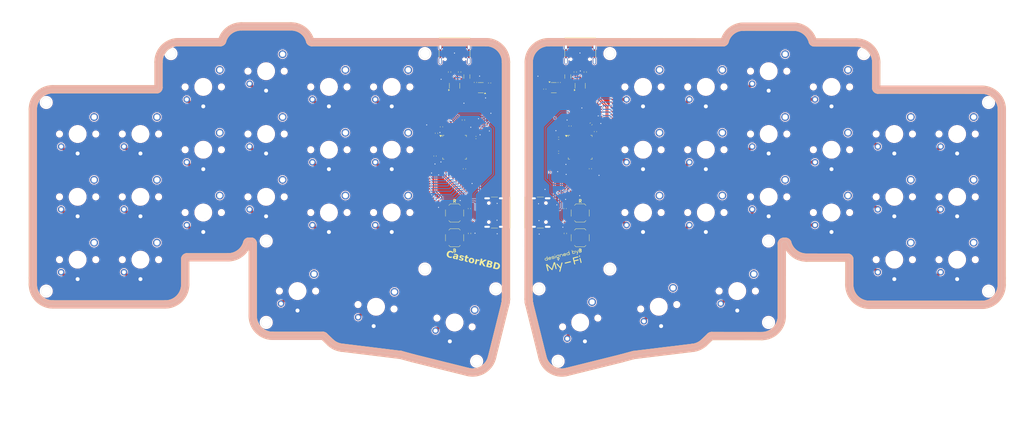
<source format=kicad_pcb>
(kicad_pcb (version 20241229) (generator "pcbnew") (generator_version "9.0")
  (layers (0 "F.Cu" signal) (2 "B.Cu" signal) (13 "F.Paste" user) (15 "B.Paste" user) (5 "F.SilkS" user "F.Silkscreen") (7 "B.SilkS" user "B.Silkscreen") (1 "F.Mask" user) (3 "B.Mask" user) (25 "Edge.Cuts" user))
  (net 0 "")
  (net 1 "+3V3")
  (net 2 "GND")
  (net 3 "+5V")
  (net 4 "VBUS")
  (net 5 "Net-(J1-CC2)")
  (net 6 "DP")
  (net 7 "GNDREF")
  (net 8 "Net-(J1-CC1)")
  (net 9 "DN")
  (net 10 "Net-(J2-CC2)")
  (net 11 "Net-(J2-CC1)")
  (net 12 "USART2_TX")
  (net 13 "USART2_RX")
  (net 14 "LEFT1")
  (net 15 "LEFT2")
  (net 16 "LEFT3")
  (net 17 "LEFT4")
  (net 18 "LEFT5")
  (net 19 "LEFT6")
  (net 20 "LEFT7")
  (net 21 "LEFT8")
  (net 22 "LEFT9")
  (net 23 "LEFT10")
  (net 24 "LEFT11")
  (net 25 "LEFT12")
  (net 26 "LEFT13")
  (net 27 "LEFT14")
  (net 28 "LEFT15")
  (net 29 "LEFT16")
  (net 30 "LEFT17")
  (net 31 "LEFT18")
  (net 32 "LEFT19")
  (net 33 "LEFT20")
  (net 34 "LEFT21")
  (net 35 "RIGHT22")
  (net 36 "RIGHT23")
  (net 37 "RIGHT24")
  (net 38 "RIGHT25")
  (net 39 "RIGHT26")
  (net 40 "RIGHT27")
  (net 41 "RIGHT28")
  (net 42 "RIGHT29")
  (net 43 "RIGHT30")
  (net 44 "RIGHT31")
  (net 45 "RIGHT32")
  (net 46 "RIGHT33")
  (net 47 "RIGHT34")
  (net 48 "RIGHT35")
  (net 49 "RIGHT36")
  (net 50 "RIGHT37")
  (net 51 "RIGHT38")
  (net 52 "RIGHT39")
  (net 53 "RIGHT40")
  (net 54 "RIGHT41")
  (net 55 "RIGHT42")
  (net 86 "HAND_L")
  (net 87 "HAND_R")
  (net 88 "RST-L")
  (net 89 "RST-R")
  (net 90 "BOOT-L")
  (net 91 "BOOT-R")
  (footprint "Package_TO_SOT_SMD:SOT-23-3" (layer "F.Cu") (at 147.25 30 180)
    (property "Reference" "U1" (hide yes))
    (property "Value" "XC6206PxxxMR")
  )
  (footprint "My-Fi Footprints:SW_choc_v1+v2_1u" (layer "F.Cu") (at 25 63.1)
    (property "Reference" "MX21" (hide yes))
    (property "Value" "ulp_mx_SW_solder")
  )
  (footprint "My-Fi Footprints:SW_choc_v1+v2_1u" (layer "F.Cu") (at 291.7 63.1)
    (property "Reference" "MX26" (hide yes))
    (property "Value" "ulp_mx_SW_solder")
  )
  (footprint "My-Fi Footprints:SW_choc_v1+v2_1u" (layer "F.Cu") (at 234.55 63.1)
    (property "Reference" "MX24" (hide yes))
    (property "Value" "ulp_mx_SW_solder")
  )
  (footprint "My-Fi Footprints:SW_choc_v1+v2_1u" (layer "F.Cu") (at 44.05 44.05)
    (property "Reference" "MX10" (hide yes))
    (property "Value" "ulp_mx_SW_solder")
  )
  (footprint "My-Fi Footprints:SW_choc_v1+v2_1u" (layer "F.Cu") (at 82.15 44.05)
    (property "Reference" "MX11" (hide yes))
    (property "Value" "ulp_mx_SW_solder")
  )
  (footprint "My-Fi Footprints:SW_choc_v1+v2_1u" (layer "F.Cu") (at 63.1 67.8625)
    (property "Reference" "MX27" (hide yes))
    (property "Value" "ulp_mx_SW_solder")
  )
  (footprint "Resistor_SMD:R_0402_1005Metric" (layer "F.Cu") (at 175.9 25.25 -90)
    (property "Reference" "R3" (hide yes))
    (property "Value" "5.1k")
  )
  (footprint "Capacitor_SMD:C_0402_1005Metric" (layer "F.Cu") (at 145.61 28.4 90)
    (property "Reference" "C6" (hide yes))
    (property "Value" "1uF")
  )
  (footprint "Resistor_SMD:R_0402_1005Metric" (layer "F.Cu") (at 143.87 74.2 -90)
    (property "Reference" "R4" (hide yes))
    (property "Value" "10k")
  )
  (footprint "Capacitor_SMD:C_0402_1005Metric" (layer "F.Cu") (at 180.47 54.58 -90)
    (property "Reference" "C12" (hide yes))
    (property "Value" "100nF")
  )
  (footprint "My-Fi Footprints:SW_choc_v1+v2_1u" (layer "F.Cu") (at 63.1 48.8125)
    (property "Reference" "MX15" (hide yes))
    (property "Value" "ulp_mx_SW_solder")
  )
  (footprint "Capacitor_SMD:C_0402_1005Metric" (layer "F.Cu") (at 145.79 45.13)
    (property "Reference" "C1" (hide yes))
    (property "Value" "100nF")
  )
  (footprint "My-Fi Footprints:SW_choc_v1+v2_1u" (layer "F.Cu") (at 196.45 48.8125)
    (property "Reference" "MX18" (hide yes))
    (property "Value" "ulp_mx_SW_solder")
  )
  (footprint "Package_TO_SOT_SMD:SOT-23-6" (layer "F.Cu") (at 177.4 29.42 90)
    (property "Reference" "U6" (hide yes))
    (property "Value" "SRV05-4")
  )
  (footprint "Fuse:Fuse_1206_3216Metric" (layer "F.Cu") (at 143.05 26.62 -90)
    (property "Reference" "F1" (hide yes))
    (property "Value" "500mA")
  )
  (footprint "Capacitor_SMD:C_0402_1005Metric" (layer "F.Cu") (at 149.95 28.58 90)
    (property "Reference" "C7" (hide yes))
    (property "Value" "1uF")
  )
  (footprint "My-Fi Footprints:SW_choc_v1+v2_1u" (layer "F.Cu") (at 196.45 67.8625)
    (property "Reference" "MX30" (hide yes))
    (property "Value" "ulp_mx_SW_solder")
  )
  (footprint "My-Fi Footprints:SW_choc_v1+v2_1u" (layer "F.Cu") (at 215.5 29.7625)
    (property "Reference" "MX7" (hide yes))
    (property "Value" "ulp_mx_SW_solder")
  )
  (footprint "My-Fi Footprints:SW_choc_v1+v2_1u" (layer "F.Cu") (at 82.15 25)
    (property "Reference" "MX1" (hide yes))
    (property "Value" "ulp_mx_SW_solder")
  )
  (footprint "Capacitor_SMD:C_0402_1005Metric" (layer "F.Cu") (at 133.83 43.81 90)
    (property "Reference" "C5" (hide yes))
    (property "Value" "10uF")
  )
  (footprint "Capacitor_SMD:C_0402_1005Metric" (layer "F.Cu") (at 170.86 45.33 180)
    (property "Reference" "C13" (hide yes))
    (property "Value" "10uF")
  )
  (footprint "My-Fi Footprints:SW_choc_v1+v2_1u" (layer "F.Cu") (at 25 82.15)
    (property "Reference" "MX33" (hide yes))
    (property "Value" "ulp_mx_SW_solder")
  )
  (footprint "Button_Switch_SMD:SW_Push_1P1T_XKB_TS-1187A" (layer "F.Cu") (at 177.4 75.5)
    (property "Reference" "SW4" (hide yes))
    (property "Value" "SW_DPST_x2")
  )
  (footprint "My-Fi Footprints:SW_choc_v1+v2_1u" (layer "F.Cu") (at 120.25 67.8625)
    (property "Reference" "MX29" (hide yes))
    (property "Value" "ulp_mx_SW_solder")
  )
  (footprint "My-Fi Footprints:SW_choc_v1+v2_1u" (layer "F.Cu") (at 44.05 82.15)
    (property "Reference" "MX34" (hide yes))
    (property "Value" "ulp_mx_SW_solder")
  )
  (footprint "Capacitor_SMD:C_0402_1005Metric" (layer "F.Cu") (at 171.03 28.42 90)
    (property "Reference" "C15" (hide yes))
    (property "Value" "1uF")
  )
  (footprint "My-Fi Footprints:SW_choc_v1+v2_1u" (layer "F.Cu") (at 120.25 48.8125)
    (property "Reference" "MX17" (hide yes))
    (property "Value" "ulp_mx_SW_solder")
  )
  (footprint "My-Fi Footprints:SW_choc_v1+v2_1u" (layer "F.Cu") (at 101.2 48.8125)
    (property "Reference" "MX16" (hide yes))
    (property "Value" "ulp_mx_SW_solder")
  )
  (footprint "Connector_USB:USB_C_Receptacle_HRO_TYPE-C-31-M-12" (layer "F.Cu") (at 152.3 67.8625 90)
    (property "Reference" "J5" (hide yes))
    (property "Value" "USB_C_Receptacle_USB2.0_14P")
  )
  (footprint "My-Fi Footprints:SW_choc_v1+v2_1u" (layer "F.Cu") (at 291.7 82.15)
    (property "Reference" "MX36" (hide yes))
    (property "Value" "ulp_mx_SW_solder")
  )
  (footprint "Resistor_SMD:R_0402_1005Metric" (layer "F.Cu") (at 180.7 40.99 45)
    (property "Reference" "R8" (hide yes))
    (property "Value" "5.1k")
  )
  (footprint "Package_QFP:LQFP-48_7x7mm_P0.5mm" (layer "F.Cu") (at 177.4 48.06)
    (property "Reference" "U4" (hide yes))
    (property "Value" "STM32F072CBTx")
  )
  (footprint "My-Fi Footprints:SW_choc_v1+v2_1u" (layer "F.Cu") (at 201.2125 96.4375 7)
    (property "Reference" "MX40" (hide yes))
    (property "Value" "ulp_mx_SW_solder")
  )
  (footprint "My-Fi Footprints:SW_choc_v1+v2_1u" (layer "F.Cu") (at 234.55 44.05)
    (property "Reference" "MX12" (hide yes))
    (property "Value" "ulp_mx_SW_solder")
  )
  (footprint "Fuse:Fuse_1206_3216Metric" (layer "F.Cu") (at 173.65 26.62 -90)
    (property "Reference" "F2" (hide yes))
    (property "Value" "500mA")
  )
  (footprint "My-Fi Footprints:SW_choc_v1+v2_1u" (layer "F.Cu") (at 253.6 29.7625)
    (property "Reference" "MX8" (hide yes))
    (property "Value" "ulp_mx_SW_solder")
  )
  (footprint "My-Fi Footprints:SW_choc_v1+v2_1u" (layer "F.Cu") (at 139.3 101.2 -14)
    (property "Reference" "MX41" (hide yes))
    (property "Value" "ulp_mx_SW_solder")
  )
  (footprint "My-Fi Footprints:SW_choc_v1+v2_1u" (layer "F.Cu") (at 253.6 48.8125)
    (property "Reference" "MX20" (hide yes))
    (property "Value" "ulp_mx_SW_solder")
  )
  (footprint "Capacitor_SMD:C_0402_1005Metric" (layer "F.Cu") (at 142.31 54.6 -90)
    (property "Reference" "C2" (hide yes))
    (property "Value" "100nF")
  )
  (footprint "Button_Switch_SMD:SW_Push_1P1T_XKB_TS-1187A" (layer "F.Cu") (at 139.3 75.5)
    (property "Reference" "SW2" (hide yes))
    (property "Value" "SW_DPST_x2")
  )
  (footprint "My-Fi Footprints:SW_choc_v1+v2_1u" (layer "F.Cu") (at 91.675 91.675)
    (property "Reference" "MX37" (hide yes))
    (property "Value" "ulp_mx_SW_solder")
  )
  (footprint "My-Fi Footprints:SW_choc_v1+v2_1u" (layer "F.Cu") (at 82.15 63.1)
    (property "Reference" "MX23" (hide yes))
    (property "Value" "ulp_mx_SW_solder")
  )
  (footprint "My-Fi Footprints:SW_choc_v1+v2_1u" (layer "F.Cu") (at 215.5 48.8125)
    (property "Reference" "MX19" (hide yes))
    (property "Value" "ulp_mx_SW_solder")
  )
  (footprint "Button_Switch_SMD:SW_Push_1P1T_XKB_TS-1187A" (layer "F.Cu") (at 177.4 68)
    (property "Reference" "SW3" (hide yes))
    (property "Value" "SW_DPST_x2")
  )
  (footprint "My-Fi Footprints:SW_choc_v1+v2_1u" (layer "F.Cu") (at 196.45 29.7625)
    (property "Reference" "MX6" (hide yes))
    (property "Value" "ulp_mx_SW_solder")
  )
  (footprint "Connector_USB:USB_C_Receptacle_HRO_TYPE-C-31-M-12" (layer "F.Cu") (at 164.4 67.8625 -90)
    (property "Reference" "J6" (hide yes))
    (property "Value" "USB_C_Receptacle_USB2.0_14P")
  )
  (footprint "My-Fi Footprints:SW_choc_v1+v2_1u" (layer "F.Cu") (at 253.6 67.8625)
    (property "Reference" "MX32" (hide yes))
    (property "Value" "ulp_mx_SW_solder")
  )
  (footprint "Capacitor_SMD:C_0402_1005Metric" (layer "F.Cu") (at 170.85 49.58 180)
    (property "Reference" "C9" (hide yes))
    (property "Value" "100nF")
  )
  (footprint "Connector_USB:USB_C_Receptacle_HRO_TYPE-C-31-M-12" (layer "F.Cu") (at 139.3 18.7625 180)
    (property "Reference" "J1" (hide yes))
    (property "Value" "USB_C_Receptacle_USB2.0_14P")
  )
  (footprint "Capacitor_SMD:C_0402_1005Metric" (layer "F.Cu") (at 174.34 41.62 90)
    (property "Reference" "C10" (hide yes))
    (property "Value" "100nF")
  )
  (footprint "Capacitor_SMD:C_0402_1005Metric" (layer "F.Cu") (at 135.33 41.87 90)
    (property "Reference" "C4" (hide yes))
    (property "Value" "100nF")
  )
  (footprint "My-Fi Footprints:SW_choc_v1+v2_1u" (layer "F.Cu") (at 177.4 101.2 14)
    (property "Reference" "MX42" (hide yes))
    (property "Value" "ulp_mx_SW_solder")
  )
  (footprint "Connector_USB:USB_C_Receptacle_HRO_TYPE-C-31-M-12" (layer "F.Cu") (at 177.4 18.7625 180)
    (property "Reference" "J2" (hide yes))
    (property "Value" "USB_C_Receptacle_USB2.0_14P")
  )
  (footprint "Package_TO_SOT_SMD:SOT-23-6" (layer "F.Cu") (at 139.3 29.42 90)
    (property "Reference" "U3" (hide yes))
    (property "Value" "SRV05-4")
  )
  (footprint "Button_Switch_SMD:SW_Push_1P1T_XKB_TS-1187A" (layer "F.Cu") (at 139.3 68)
    (property "Reference" "SW1" (hide yes))
    (property "Value" "SW_DPST_x2")
  )
  (footprint "My-Fi Footprints:SW_choc_v1+v2_1u" (layer "F.Cu") (at 291.7 44.05)
    (property "Reference" "MX14" (hide yes))
    (property "Value" "ulp_mx_SW_solder")
  )
  (footprint "Package_QFP:LQFP-48_7x7mm_P0.5mm" (layer "F.Cu") (at 139.3 48.06)
    (property "Reference" "U2" (hide yes))
    (property "Value" "STM32F072CBTx")
  )
  (footprint "My-Fi Footprints:SW_choc_v1+v2_1u" (layer "F.Cu") (at 44.05 63.1)
    (property "Reference" "MX22" (hide yes))
    (property "Value" "ulp_mx_SW_solder")
  )
  (footprint "Capacitor_SMD:C_0402_1005Metric" (layer "F.Cu") (at 182.01 43.32 90)
    (property "Reference" "C11" (hide yes))
    (property "Value" "100nF")
  )
  (footprint "Resistor_SMD:R_0402_1005Metric" (layer "F.Cu") (at 172.89 74.2 -90)
    (property "Reference" "R6" (hide yes))
    (property "Value" "10k")
  )
  (footprint "My-Fi Footprints:SW_choc_v1+v2_1u" (layer "F.Cu") (at 234.55 25)
    (property "Reference" "MX2" (hide yes))
    (property "Value" "ulp_mx_SW_solder")
  )
  (footprint "My-Fi Footprints:SW_choc_v1+v2_1u" (layer "F.Cu") (at 272.65 63.1)
    (property "Reference" "MX25" (hide yes))
    (property "Value" "ulp_mx_SW_solder")
  )
  (footprint "Resistor_SMD:R_0402_1005Metric" (layer "F.Cu") (at 140.85 25.25 -90)
    (property "Reference" "R2" (hide yes))
    (property "Value" "5.1k")
  )
  (footprint "Package_TO_SOT_SMD:SOT-23-3" (layer "F.Cu") (at 169.4 30)
    (property "Reference" "U5" (hide yes))
    (property "Value" "XC6206PxxxMR")
  )
  (footprint "My-Fi Footprints:SW_choc_v1+v2_1u" (layer "F.Cu") (at 115.4875 96.4375 -7)
    (property "Reference" "MX39" (hide yes))
    (property "Value" "ulp_mx_SW_solder")
  )
  (footprint "My-Fi Footprints:SW_choc_v1+v2_1u" (layer "F.Cu") (at 215.5 67.8625)
    (property "Reference" "MX31" (hide yes))
    (property "Value" "ulp_mx_SW_solder")
  )
  (footprint "My-Fi Footprints:SW_choc_v1+v2_1u" (layer "F.Cu") (at 25 44.05)
    (property "Reference" "MX9" (hide yes))
    (property "Value" "ulp_mx_SW_solder")
  )
  (footprint "My-Fi Footprints:SW_choc_v1+v2_1u" (layer "F.Cu") (at 272.65 82.15)
    (property "Reference" "MX35" (hide yes))
    (property "Value" "ulp_mx_SW_solder")
  )
  (footprint "My-Fi Footprints:SW_choc_v1+v2_1u" (layer "F.Cu") (at 120.25 29.7625)
    (property "Reference" "MX5" (hide yes))
    (property "Value" "ulp_mx_SW_solder")
  )
  (footprint "Resistor_SMD:R_0402_1005Metric" (layer "F.Cu") (at 141.97 39.81 90)
    (property "Reference" "R7" (hide yes))
    (property "Value" "5.1k")
  )
  (footprint "Capacitor_SMD:C_0402_1005Metric" (layer "F.Cu") (at 143.78 66.66 -90)
    (property "Reference" "C8" (hide yes))
    (property "Value" "100nF")
  )
  (footprint "My-Fi Footprints:SW_choc_v1+v2_1u" (layer "F.Cu") (at 101.2 67.8625)
    (property "Reference" "MX28" (hide yes))
    (property "Value" "ulp_mx_SW_solder")
  )
  (footprint "Resistor_SMD:R_0402_1005Metric" (layer "F.Cu") (at 137.81 25.25 -90)
    (property "Reference" "R1" (hide yes))
    (property "Value" "5.1k")
  )
  (footprint "Capacitor_SMD:C_0402_1005Metric" (layer "F.Cu") (at 133.39 50.73 -90)
    (property "Reference" "C3" (hide yes))
    (property "Value" "100nF")
  )
  (footprint "Capacitor_SMD:C_0402_1005Metric" (layer "F.Cu") (at 172.83 66.66 -90)
    (property "Reference" "C14" (hide yes))
    (property "Value" "100nF")
  )
  (footprint "My-Fi Footprints:SW_choc_v1+v2_1u" (layer "F.Cu") (at 272.65 44.05)
    (property "Reference" "MX13" (hide yes))
    (property "Value" "ulp_mx_SW_solder")
  )
  (footprint "My-Fi Footprints:SW_choc_v1+v2_1u" (layer "F.Cu") (at 225.025 91.675)
    (property "Reference" "MX38" (hide yes))
    (property "Value" "ulp_mx_SW_solder")
  )
  (footprint "My-Fi Footprints:SW_choc_v1+v2_1u" (layer "F.Cu") (at 63.1 29.7625)
    (property "Reference" "MX3" (hide yes))
    (property "Value" "ulp_mx_SW_solder")
  )
  (footprint "Resistor_SMD:R_0402_1005Metric" (layer "F.Cu") (at 178.93 25.25 -90)
    (property "Reference" "R5" (hide yes))
    (property "Value" "5.1k")
  )
  (footprint "Capacitor_SMD:C_0402_1005Metric" (layer "F.Cu") (at 166.66 30.44 90)
    (property "Reference" "C16" (hide yes))
    (property "Value" "1uF")
  )
  (footprint "My-Fi Footprints:SW_choc_v1+v2_1u" (layer "F.Cu") (at 101.2 29.7625)
    (property "Reference" "MX4" (hide yes))
    (property "Value" "ulp_mx_SW_solder")
  )
  (gr_line (start 122.996122 111.036388) (end 105.040834 108.831758) (stroke (width 2.5)) (layer "F.SilkS"))
  (gr_line (start 11.425 89.675001) (end 11.425 87.625001) (stroke (width 2.5)) (layer "F.SilkS"))
  (gr_line (start 305.208918 87.769804) (end 305.260504 36.66983) (stroke (width 2.5)) (layer "F.SilkS"))
  (gr_line (start 154.896373 94.016671) (end 154.893038 94.18049) (stroke (width 2.5)) (layer "F.SilkS"))
  (gr_poly (pts (xy 176.640458 81.167999) (xy 176.647857 81.166659) (xy 176.655188 81.165678) (xy 176.662461 81.165059) (xy 176.669679 81.164809) (xy 176.67685 81.164926) (xy 176.683978 81.16542) (xy 176.691071 81.166289) (xy 176.698135 81.167542) (xy 176.705175 81.169178) (xy 176.712197 81.171203) (xy 176.719208 81.17362) (xy 176.726214 81.176434) (xy 176.733222 81.179647) (xy 176.740236 81.183264) (xy 176.747263 81.187287) (xy 176.754114 81.191604) (xy 176.7606 81.196099) (xy 176.766726 81.200777) (xy 176.772499 81.205643) (xy 176.777926 81.210699) (xy 176.783011 81.215948) (xy 176.787761 81.221396) (xy 176.792181 81.227044) (xy 176.796281 81.232899) (xy 176.800063 81.238962) (xy 176.803534 81.245236) (xy 176.8067 81.251728) (xy 176.809569 81.258439) (xy 176.812146 81.265374) (xy 176.814436 81.272536) (xy 176.816446 81.279928) (xy 176.818142 81.287399) (xy 176.819481 81.294791) (xy 176.820458 81.302108) (xy 176.821068 81.309351) (xy 176.821307 81.316519) (xy 176.82117 81.323615) (xy 176.820651 81.330641) (xy 176.819747 81.337595) (xy 176.818452 81.344482) (xy 176.81676 81.351302) (xy 176.814668 81.358055) (xy 176.81217 81.364743) (xy 176.809261 81.371367) (xy 176.805937 81.37793) (xy 176.802192 81.38443) (xy 176.798022 81.39087) (xy 176.793569 81.397171) (xy 176.788972 81.403249) (xy 176.784223 81.409094) (xy 176.779316 81.414699) (xy 176.774243 81.420054) (xy 176.768996 81.425152) (xy 176.763569 81.429983) (xy 176.757953 81.434538) (xy 176.752142 81.43881) (xy 176.746129 81.44279) (xy 176.739905 81.446469) (xy 176.733464 81.449838) (xy 176.726798 81.452891) (xy 176.719902 81.455616) (xy 176.712765 81.458006) (xy 176.705381 81.460054) (xy 175.477218 81.766269) (xy 175.626165 82.363664) (xy 176.740857 82.08574) (xy 176.748328 82.084044) (xy 176.755726 82.082703) (xy 176.763059 82.081722) (xy 176.770331 82.081105) (xy 176.777549 82.080853) (xy 176.78472 82.080972) (xy 176.791848 82.081464) (xy 176.798941 82.082335) (xy 176.806004 82.083586) (xy 176.813044 82.085223) (xy 176.820067 82.087248) (xy 176.827078 82.089666) (xy 176.834085 82.092479) (xy 176.841091 82.095693) (xy 176.848106 82.099309) (xy 176.855133 82.103333) (xy 176.861984 82.107648) (xy 176.868469 82.112144) (xy 176.874596 82.116822) (xy 176.880369 82.121688) (xy 176.885795 82.126743) (xy 176.89088 82.131993) (xy 176.89563 82.13744) (xy 176.900052 82.14309) (xy 176.90415 82.148943) (xy 176.907932 82.155006) (xy 176.911403 82.161282) (xy 176.914571 82.167773) (xy 176.917439 82.174484) (xy 176.920016 82.181418) (xy 176.922306 82.18858) (xy 176.924317 82.195973) (xy 176.926012 82.203444) (xy 176.927352 82.210843) (xy 176.928333 82.218175) (xy 176.928951 82.225448) (xy 176.929202 82.232665) (xy 176.929084 82.239836) (xy 176.928592 82.246965) (xy 176.92772 82.254057) (xy 176.926469 82.261121) (xy 176.924833 82.268161) (xy 176.922807 82.275183) (xy 176.92039 82.282194) (xy 176.917577 82.289201) (xy 176.914364 82.296207) (xy 176.910747 82.303222) (xy 176.906723 82.310249) (xy 176.90227 82.31655) (xy 176.897673 82.322628) (xy 176.892925 82.328473) (xy 176.888017 82.334078) (xy 176.882944 82.339434) (xy 176.877697 82.344531) (xy 176.87227 82.349362) (xy 176.866654 82.353918) (xy 176.860844 82.358189) (xy 176.85483 82.362169) (xy 176.848606 82.365848) (xy 176.842166 82.369217) (xy 176.8355 82.37227) (xy 176.828603 82.374995) (xy 176.821466 82.377386) (xy 176.814083 82.379433) (xy 175.699391 82.657357) (xy 175.892441 83.431637) (xy 175.894136 83.439108) (xy 175.895476 83.446507) (xy 175.896457 83.453839) (xy 175.897076 83.461111) (xy 175.897328 83.46833) (xy 175.897209 83.475501) (xy 175.896716 83.48263) (xy 175.895846 83.489723) (xy 175.894595 83.496786) (xy 175.892958 83.503826) (xy 175.890933 83.510849) (xy 175.888515 83.517861) (xy 175.885702 83.524868) (xy 175.882489 83.531875) (xy 175.878872 83.53889) (xy 175.874849 83.545919) (xy 175.871083 83.552632) (xy 175.866995 83.559017) (xy 175.862597 83.565073) (xy 175.8579 83.570804) (xy 175.852915 83.576213) (xy 175.847652 83.581301) (xy 175.842124 83.586071) (xy 175.83634 83.590526) (xy 175.830312 83.594668) (xy 175.824051 83.5985) (xy 175.817568 83.602023) (xy 175.810873 83.60524) (xy 175.803978 83.608154) (xy 175.796894 83.610768) (xy 175.789633 83.613083) (xy 175.782203 83.615103) (xy 175.774734 83.616798) (xy 175.767335 83.618139) (xy 175.760004 83.61912) (xy 175.752731 83.619737) (xy 175.745513 83.619989) (xy 175.738343 83.61987) (xy 175.731214 83.619377) (xy 175.724121 83.618507) (xy 175.717057 83.617256) (xy 175.710017 83.615619) (xy 175.702994 83.613594) (xy 175.695983 83.611177) (xy 175.688976 83.608363) (xy 175.681969 83.60515) (xy 175.674954 83.601534) (xy 175.667927 83.59751) (xy 175.661076 83.593193) (xy 175.65459 83.588697) (xy 175.648464 83.584018) (xy 175.64269 83.579152) (xy 175.637265 83.574095) (xy 175.632179 83.568846) (xy 175.627429 83.563398) (xy 175.623007 83.557749) (xy 175.618908 83.551895) (xy 175.615127 83.545831) (xy 175.611655 83.539556) (xy 175.608488 83.533064) (xy 175.60562 83.526353) (xy 175.603044 83.519419) (xy 175.600753 83.512257) (xy 175.598743 83.504864) (xy 175.148571 81.699323) (xy 175.146875 81.691853) (xy 175.145536 81.684455) (xy 175.144555 81.677123) (xy 175.143936 81.669851) (xy 175.143684 81.662633) (xy 175.143803 81.655463) (xy 175.144296 81.648334) (xy 175.145166 81.641241) (xy 175.146418 81.634177) (xy 175.148054 81.627137) (xy 175.150079 81.620114) (xy 175.152497 81.613103) (xy 175.15531 81.606096) (xy 175.158523 81.599088) (xy 175.16214 81.592074) (xy 175.166163 81.585047) (xy 175.170479 81.578196) (xy 175.174976 81.57171) (xy 175.179654 81.565584) (xy 175.184519 81.559811) (xy 175.189575 81.554384) (xy 175.194826 81.549299) (xy 175.200273 81.544549) (xy 175.205923 81.540128) (xy 175.211777 81.536029) (xy 175.21784 81.532247) (xy 175.224115 81.528776) (xy 175.230606 81.525609) (xy 175.237318 81.52274) (xy 175.244251 81.520164) (xy 175.251413 81.517874) (xy 175.258804 81.515864) (xy 176.630485 81.173866) (xy 176.632987 81.169695)) (fill yes) (layer "F.SilkS"))
  (gr_poly (pts (xy 176.791082 79.180613) (xy 176.796077 79.179514) (xy 176.798568 79.179051) (xy 176.801052 79.178668) (xy 176.803529 79.17838) (xy 176.805997 79.178204) (xy 176.808456 79.178154) (xy 176.810903 79.178248) (xy 176.813338 79.1785) (xy 176.81576 79.178927) (xy 176.818166 79.179545) (xy 176.820557 79.18037) (xy 176.822929 79.181416) (xy 176.82411 79.182027) (xy 176.825284 79.182701) (xy 176.818606 79.184366) (xy 176.822182 79.185551) (xy 176.825713 79.186907) (xy 176.829192 79.188431) (xy 176.832613 79.190122) (xy 176.835972 79.191973) (xy 176.83926 79.193982) (xy 176.842472 79.196145) (xy 176.845603 79.198459) (xy 176.848646 79.200919) (xy 176.851594 79.203521) (xy 176.854442 79.206263) (xy 176.857183 79.209142) (xy 176.859813 79.212152) (xy 176.862323 79.21529) (xy 176.864709 79.218553) (xy 176.866964 79.221936) (xy 176.869036 79.225406) (xy 176.870882 79.228927) (xy 176.872511 79.232492) (xy 176.87393 79.236094) (xy 176.875149 79.239725) (xy 176.876176 79.243378) (xy 176.87702 79.247046) (xy 176.877688 79.25072) (xy 176.87819 79.254395) (xy 176.878536 79.258062) (xy 176.878731 79.261715) (xy 176.878787 79.265346) (xy 176.87871 79.268948) (xy 176.878511 79.272512) (xy 176.878196 79.276034) (xy 176.877775 79.279504) (xy 176.692957 80.002653) (xy 176.537406 80.61571) (xy 176.535527 80.620167) (xy 176.533353 80.624946) (xy 176.53201 80.627742) (xy 176.530514 80.630721) (xy 176.528882 80.633818) (xy 176.527128 80.636966) (xy 176.525266 80.640099) (xy 176.523311 80.643152) (xy 176.521279 80.646057) (xy 176.520238 80.647434) (xy 176.519183 80.64875) (xy 176.518116 80.649996) (xy 176.517039 80.651164) (xy 176.515952 80.652246) (xy 176.51486 80.653234) (xy 176.51266 80.655071) (xy 176.510439 80.656828) (xy 176.5082 80.658508) (xy 176.50594 80.66011) (xy 176.503661 80.661633) (xy 176.501362 80.663079) (xy 176.499045 80.664445) (xy 176.496707 80.665734) (xy 176.49435 80.666944) (xy 176.491973 80.668076) (xy 176.489577 80.66913) (xy 176.487163 80.670107) (xy 176.484728 80.671004) (xy 176.482273 80.671824) (xy 176.4798 80.672565) (xy 176.477307 80.673228) (xy 176.472439 80.674421) (xy 176.467777 80.675438) (xy 176.465489 80.675849) (xy 176.463212 80.676181) (xy 176.460933 80.67642) (xy 176.458638 80.676554) (xy 176.456313 80.67657) (xy 176.453946 80.676457) (xy 176.451523 80.676202) (xy 176.449031 80.675793) (xy 176.446455 80.675218) (xy 176.443783 80.674464) (xy 176.441001 80.67352) (xy 176.438097 80.672373) (xy 176.433981 80.671363) (xy 176.430069 80.670213) (xy 176.426349 80.668923) (xy 176.422811 80.667487) (xy 176.419446 80.665905) (xy 176.416239 80.664174) (xy 176.413183 80.662293) (xy 176.410264 80.660257) (xy 176.407472 80.658065) (xy 176.404797 80.655713) (xy 176.402227 80.653201) (xy 176.399751 80.650526) (xy 176.397359 80.647684) (xy 176.395038 80.644673) (xy 176.392779 80.641492) (xy 176.39057 80.638138) (xy 176.388498 80.634666) (xy 176.386657 80.631137) (xy 176.385039 80.627551) (xy 176.383643 80.623912) (xy 176.382462 80.620218) (xy 176.381491 80.616473) (xy 176.380725 80.612676) (xy 176.38016 80.608829) (xy 176.37979 80.604933) (xy 176.379612 80.60099) (xy 176.379618 80.597001) (xy 176.379806 80.592967) (xy 176.38017 80.588889) (xy 176.380704 80.584767) (xy 176.381405 80.580605) (xy 176.382267 80.576403) (xy 176.508542 80.087629) (xy 176.504535 80.087218) (xy 176.500647 80.086614) (xy 176.496877 80.085826) (xy 176.493229 80.084858) (xy 176.489703 80.083712) (xy 176.486302 80.082395) (xy 176.483024 80.080913) (xy 176.479873 80.07927) (xy 176.476849 80.07747) (xy 176.473952 80.075519) (xy 176.471187 80.07342) (xy 176.468551 80.07118) (xy 176.466048 80.068803) (xy 176.463679 80.066294) (xy 176.461444 80.063659) (xy 176.459345 80.060899) (xy 175.956657 79.509165) (xy 175.954069 79.506445) (xy 175.951623 79.503611) (xy 175.949328 79.500669) (xy 175.947187 79.49762) (xy 175.945209 79.494469) (xy 175.943397 79.491219) (xy 175.941759 79.487873) (xy 175.940301 79.484437) (xy 175.939029 79.480913) (xy 175.937948 79.477304) (xy 175.937066 79.473615) (xy 175.936388 79.469849) (xy 175.935919 79.466011) (xy 175.935667 79.462103) (xy 175.935638 79.458129) (xy 175.935838 79.454092) (xy 175.93624 79.450046) (xy 175.936815 79.446045) (xy 175.937558 79.442096) (xy 175.938467 79.438203) (xy 175.939535 79.434375) (xy 175.940762 79.430617) (xy 175.942144 79.426935) (xy 175.943675 79.423335) (xy 175.945353 79.419822) (xy 175.947175 79.416404) (xy 175.949135 79.413086) (xy 175.951231 79.409875) (xy 175.953459 79.406776) (xy 175.955815 79.403796) (xy 175.958295 79.400942) (xy 175.960897 79.398217) (xy 175.96251 79.396527) (xy 175.964216 79.394896) (xy 175.966011 79.393327) (xy 175.967888 79.39182) (xy 175.969844 79.390376) (xy 175.971873 79.388998) (xy 175.97397 79.387686) (xy 175.976131 79.386441) (xy 175.97835 79.385264) (xy 175.980623 79.384157) (xy 175.982945 79.383122) (xy 175.985311 79.382159) (xy 175.987716 79.381269) (xy 175.990155 79.380452) (xy 175.992622 79.379713) (xy 175.995115 79.37905) (xy 176.000125 79.377821) (xy 176.005164 79.37671) (xy 176.007705 79.376235) (xy 176.010263 79.375834) (xy 176.012843 79.37552) (xy 176.015449 79.375309) (xy 176.018084 79.375216) (xy 176.020751 79.375255) (xy 176.023456 79.375439) (xy 176.026201 79.375787) (xy 176.028989 79.376309) (xy 176.031826 79.377022) (xy 176.034713 79.37794) (xy 176.037656 79.379079) (xy 176.040441 79.379755) (xy 176.043167 79.38053) (xy 176.045836 79.381401) (xy 176.048445 79.382371) (xy 176.050996 79.383437) (xy 176.053489 79.384603) (xy 176.055923 79.385865) (xy 176.058298 79.387225) (xy 176.060614 79.388683) (xy 176.062872 79.390239) (xy 176.06507 79.391893) (xy 176.067209 79.393644) (xy 176.06929 79.395493) (xy 176.071312 79.397439) (xy 176.073275 79.399484) (xy 176.075179 79.401626) (xy 176.54452 79.919138) (xy 176.551199 79.917472) (xy 176.725979 79.239363) (xy 176.72786 79.234906) (xy 176.730032 79.230127) (xy 176.731375 79.22733) (xy 176.732871 79.22435) (xy 176.734503 79.221253) (xy 176.736257 79.218106) (xy 176.738119 79.214972) (xy 176.740074 79.211919) (xy 176.742106 79.209014) (xy 176.743147 79.207638) (xy 176.744202 79.206321) (xy 176.74527 79.205076) (xy 176.746347 79.203908) (xy 176.747434 79.202826) (xy 176.748526 79.201839) (xy 176.750727 79.200002) (xy 176.752947 79.198243) (xy 176.755187 79.196563) (xy 176.757445 79.194961) (xy 176.759724 79.193437) (xy 176.762023 79.191992) (xy 176.764341 79.190624) (xy 176.766678 79.189336) (xy 176.769035 79.188124) (xy 176.771411 79.186992) (xy 176.773807 79.185938) (xy 176.776223 79.184962) (xy 176.778657 79.184065) (xy 176.781112 79.183245) (xy 176.783585 79.182503) (xy 176.786079 79.18184)) (fill yes) (layer "F.SilkS"))
  (gr_poly (pts (xy 177.137841 80.873835) (xy 177.145239 80.872494) (xy 177.152572 80.871513) (xy 177.159844 80.870895) (xy 177.167063 80.870644) (xy 177.174233 80.870763) (xy 177.181362 80.871256) (xy 177.188455 80.872126) (xy 177.195517 80.873377) (xy 177.202557 80.875014) (xy 177.20958 80.877039) (xy 177.216591 80.879456) (xy 177.223598 80.88227) (xy 177.230604 80.885483) (xy 177.237619 80.8891) (xy 177.244647 80.893123) (xy 177.250948 80.897576) (xy 177.257026 80.902173) (xy 177.262871 80.906922) (xy 177.268476 80.911829) (xy 177.27383 80.916902) (xy 177.278928 80.922149) (xy 177.283759 80.927577) (xy 177.288314 80.933192) (xy 177.292586 80.939003) (xy 177.296566 80.945016) (xy 177.300245 80.95124) (xy 177.303615 80.957681) (xy 177.306666 80.964346) (xy 177.309392 80.971243) (xy 177.311783 80.97838) (xy 177.31383 80.985764) (xy 177.337129 81.079213) (xy 177.338825 81.086684) (xy 177.340164 81.094082) (xy 177.341145 81.101414) (xy 177.341764 81.108686) (xy 177.342015 81.115904) (xy 177.341896 81.123075) (xy 177.341404 81.130204) (xy 177.340534 81.137296) (xy 177.339281 81.14436) (xy 177.337645 81.151401) (xy 177.33562 81.158423) (xy 177.333203 81.165434) (xy 177.33039 81.172441) (xy 177.327177 81.179448) (xy 177.32356 81.186463) (xy 177.319537 81.19349) (xy 177.31577 81.200205) (xy 177.311682 81.206588) (xy 177.307285 81.212645) (xy 177.302588 81.218375) (xy 177.297603 81.223784) (xy 177.292342 81.228872) (xy 177.286813 81.233642) (xy 177.281029 81.238097) (xy 177.275002 81.242239) (xy 177.268741 81.24607) (xy 177.262259 81.249593) (xy 177.255565 81.252811) (xy 177.24867 81.255725) (xy 177.241587 81.258339) (xy 177.234325 81.260654) (xy 177.226896 81.262673) (xy 177.219425 81.264368) (xy 177.212026 81.265709) (xy 177.204694 81.26669) (xy 177.197421 81.267308) (xy 177.190203 81.26756) (xy 177.183032 81.267441) (xy 177.175904 81.266949) (xy 177.168811 81.266078) (xy 177.161747 81.264827) (xy 177.154707 81.26319) (xy 177.147685 81.261165) (xy 177.140674 81.258747) (xy 177.133668 81.255933) (xy 177.12666 81.25272) (xy 177.119646 81.249104) (xy 177.112619 81.24508) (xy 177.105769 81.240764) (xy 177.099282 81.236269) (xy 177.093156 81.23159) (xy 177.087383 81.226724) (xy 177.081957 81.221669) (xy 177.076871 81.216419) (xy 177.072121 81.21097) (xy 177.0677 81.205321) (xy 177.063601 81.199468) (xy 177.059819 81.193405) (xy 177.056348 81.187129) (xy 177.053181 81.180637) (xy 177.050313 81.173927) (xy 177.047737 81.166992) (xy 177.045446 81.159832) (xy 177.043436 81.152439) (xy 177.020137 81.05899) (xy 177.018441 81.051518) (xy 177.0171 81.04412) (xy 177.016119 81.036787) (xy 177.015502 81.029516) (xy 177.01525 81.022297) (xy 177.015369 81.015127) (xy 177.015862 81.007999) (xy 177.016732 81.000905) (xy 177.017983 80.993842) (xy 177.019619 80.986802) (xy 177.021645 80.979779) (xy 177.024062 80.972768) (xy 177.026876 80.965762) (xy 177.030089 80.958755) (xy 177.033706 80.951741) (xy 177.037729 80.944714) (xy 177.042045 80.937863) (xy 177.046541 80.931377) (xy 177.05122 80.925251) (xy 177.056084 80.919477) (xy 177.06114 80.914051) (xy 177.06639 80.908966) (xy 177.071837 80.904216) (xy 177.077486 80.899795) (xy 177.083341 80.895696) (xy 177.089403 80.891914) (xy 177.095679 80.888443) (xy 177.10217 80.885276) (xy 177.108882 80.882407) (xy 177.115815 80.879831) (xy 177.122978 80.877541) (xy 177.13037 80.875531)) (fill yes) (layer "F.SilkS"))
  (gr_arc (start 150.651302 111.785566) (mid 147.896987 115.507787) (end 143.317385 116.192227) (stroke (width 2.5)) (layer "F.SilkS"))
  (gr_line (start 242.085874 11.506042) (end 227.035882 11.490849) (stroke (width 2.5)) (layer "F.SilkS"))
  (gr_line (start 305.206848 89.819803) (end 305.208918 87.769804) (stroke (width 2.5)) (layer "F.SilkS"))
  (gr_arc (start 49.525 22.237501) (mid 51.297005 17.959508) (end 55.575 16.187501) (stroke (width 2.5)) (layer "F.SilkS"))
  (gr_arc (start 11.425 36.525001) (mid 13.197005 32.247008) (end 17.475 30.475001) (stroke (width 2.5)) (layer "F.SilkS"))
  (gr_line (start 11.425 87.625001) (end 11.425 36.525001) (stroke (width 2.5)) (layer "F.SilkS"))
  (gr_arc (start 267.66663 30.581875) (mid 267.313213 30.435082) (end 267.167135 30.081371) (stroke (width 2.5)) (layer "F.SilkS"))
  (gr_line (start 74.625 11.425001) (end 89.675 11.425001) (stroke (width 2.5)) (layer "F.SilkS"))
  (gr_line (start 189.813759 112.101191) (end 193.614219 111.068547) (stroke (width 2.5)) (layer "F.SilkS"))
  (gr_arc (start 76.44209 77.038786) (mid 74.271473 80.214012) (end 70.625 81.437501) (stroke (width 2.5)) (layer "F.SilkS"))
  (gr_arc (start 246.015194 81.522544) (mid 242.369959 80.295384) (end 240.202547 77.117958) (stroke (width 2.5)) (layer "F.SilkS"))
  (gr_line (start 173.287761 116.203869) (end 189.813759 112.101191) (stroke (width 2.5)) (layer "F.SilkS"))
  (gr_poly (pts (xy 170.879257 80.654694) (xy 170.882985 80.654127) (xy 170.886698 80.653792) (xy 170.890398 80.653677) (xy 170.894088 80.653774) (xy 170.897772 80.654069) (xy 170.90145 80.654553) (xy 170.905126 80.655213) (xy 170.908802 80.65604) (xy 170.912479 80.657022) (xy 170.916162 80.658148) (xy 170.919852 80.659407) (xy 170.923552 80.660788) (xy 170.927264 80.66228) (xy 170.93099 80.663872) (xy 170.934733 80.665554) (xy 170.93839 80.667382) (xy 170.941853 80.669415) (xy 170.945126 80.67164) (xy 170.94821 80.674049) (xy 170.951108 80.676627) (xy 170.953822 80.679366) (xy 170.956355 80.682254) (xy 170.95871 80.685279) (xy 170.960889 80.688432) (xy 170.962893 80.6917) (xy 170.964728 80.695073) (xy 170.966392 80.698541) (xy 170.967891 80.70209) (xy 170.969226 80.705713) (xy 170.970399 80.709396) (xy 170.971414 80.713129) (xy 170.972261 80.716864) (xy 170.97293 80.720567) (xy 170.973414 80.724242) (xy 170.973712 80.727898) (xy 170.973819 80.731538) (xy 170.973731 80.73517) (xy 170.973447 80.738799) (xy 170.972959 80.742432) (xy 170.972267 80.746074) (xy 170.971366 80.749733) (xy 170.970253 80.753414) (xy 170.968922 80.757122) (xy 170.967371 80.760864) (xy 170.965597 80.764647) (xy 170.963595 80.768474) (xy 170.961362 80.772356) (xy 170.959534 80.776011) (xy 170.957502 80.779473) (xy 170.955277 80.782745) (xy 170.952869 80.785828) (xy 170.95029 80.788726) (xy 170.947553 80.79144) (xy 170.944665 80.793973) (xy 170.941639 80.796326) (xy 170.938488 80.798505) (xy 170.935219 80.80051) (xy 170.931846 80.802343) (xy 170.928379 80.804009) (xy 170.924828 80.805507) (xy 170.921206 80.806842) (xy 170.917524 80.808016) (xy 170.91379 80.80903) (xy 170.907112 80.810695) (xy 170.902934 80.808185) (xy 170.91487 80.81882) (xy 170.926825 80.830031) (xy 170.938662 80.841773) (xy 170.950245 80.853991) (xy 170.961437 80.866642) (xy 170.966844 80.873112) (xy 170.972101 80.879672) (xy 170.977191 80.886315) (xy 170.9821 80.893035) (xy 170.986806 80.899825) (xy 170.991296 80.906679) (xy 170.996191 80.913477) (xy 171.000874 80.92041) (xy 171.005354 80.927476) (xy 171.009632 80.934677) (xy 171.013715 80.942008) (xy 171.017607 80.949471) (xy 171.021314 80.957063) (xy 171.024839 80.964783) (xy 171.028188 80.97263) (xy 171.031367 80.980603) (xy 171.034379 80.988701) (xy 171.037229 80.996922) (xy 171.042465 81.013728) (xy 171.047114 81.031013) (xy 171.049493 81.041054) (xy 171.051635 81.051142) (xy 171.053537 81.06127) (xy 171.055196 81.071427) (xy 171.056612 81.081603) (xy 171.057781 81.091789) (xy 171.058701 81.101975) (xy 171.059368 81.112151) (xy 171.059781 81.122306) (xy 171.059939 81.132432) (xy 171.059837 81.142519) (xy 171.059474 81.152557) (xy 171.058846 81.162536) (xy 171.057952 81.172446) (xy 171.05679 81.182278) (xy 171.055357 81.192023) (xy 171.053834 81.20225) (xy 171.052095 81.212293) (xy 171.050135 81.222162) (xy 171.047952 81.231868) (xy 171.045546 81.241422) (xy 171.042912 81.250836) (xy 171.040048 81.260121) (xy 171.036954 81.269286) (xy 171.033623 81.278343) (xy 171.030056 81.287304) (xy 171.02625 81.296178) (xy 171.022201 81.304978) (xy 171.017909 81.313714) (xy 171.013369 81.322398) (xy 171.00858 81.331039) (xy 171.003541 81.33965) (xy 170.992957 81.356573) (xy 170.987461 81.364823) (xy 170.981815 81.372928) (xy 170.976009 81.380887) (xy 170.97003 81.388696) (xy 170.963868 81.396354) (xy 170.957512 81.403858) (xy 170.95095 81.411204) (xy 170.944173 81.418392) (xy 170.937168 81.425419) (xy 170.929925 81.432281) (xy 170.922432 81.438977) (xy 170.91468 81.445504) (xy 170.906656 81.45186) (xy 170.898351 81.458042) (xy 170.89042 81.463882) (xy 170.882285 81.469524) (xy 170.873953 81.474966) (xy 170.865437 81.480205) (xy 170.856744 81.485238) (xy 170.847886 81.490064) (xy 170.838871 81.49468) (xy 170.82971 81.499083) (xy 170.820411 81.50327) (xy 170.810986 81.50724) (xy 170.801444 81.51099) (xy 170.791794 81.514518) (xy 170.782047 81.517821) (xy 170.772213 81.520895) (xy 170.7623 81.523741) (xy 170.752318 81.526354) (xy 170.595458 81.565464) (xy 170.59533 81.56745) (xy 170.595259 81.56935) (xy 170.59524 81.571173) (xy 170.595274 81.572932) (xy 170.595355 81.574638) (xy 170.595484 81.576301) (xy 170.595655 81.577931) (xy 170.595869 81.579542) (xy 170.596122 81.581142) (xy 170.596412 81.582743) (xy 170.597091 81.585995) (xy 170.597887 81.589383) (xy 170.598782 81.592996) (xy 170.59914 81.594274) (xy 170.599581 81.595593) (xy 170.600091 81.596937) (xy 170.600655 81.598289) (xy 170.601257 81.599631) (xy 170.601884 81.600945) (xy 170.602521 81.602217) (xy 170.603153 81.603427) (xy 170.604344 81.605594) (xy 170.605339 81.607313) (xy 170.606276 81.608852) (xy 170.607253 81.609939) (xy 170.608304 81.611013) (xy 170.609427 81.612079) (xy 170.610616 81.613145) (xy 170.613181 81.615296) (xy 170.615971 81.617515) (xy 170.622107 81.622356) (xy 170.625395 81.625074) (xy 170.627081 81.62653) (xy 170.62879 81.628057) (xy 170.631165 81.629416) (xy 170.633597 81.630672) (xy 170.636085 81.631822) (xy 170.638628 81.632858) (xy 170.641225 81.633778) (xy 170.643875 81.634576) (xy 170.646576 81.635246) (xy 170.649327 81.635786) (xy 170.652127 81.636187) (xy 170.654976 81.636448) (xy 170.65787 81.636562) (xy 170.660811 81.636523) (xy 170.663794 81.63633) (xy 170.666821 81.635974) (xy 170.66989 81.635452) (xy 170.672999 81.634759) (xy 170.879916 81.583169) (xy 170.892317 81.580258) (xy 170.904503 81.577815) (xy 170.910521 81.576794) (xy 170.916493 81.575919) (xy 170.92242 81.575202) (xy 170.928307 81.574649) (xy 170.934153 81.574274) (xy 170.939963 81.574084) (xy 170.945739 81.574089) (xy 170.951482 81.574299) (xy 170.957196 81.574726) (xy 170.962883 81.575375) (xy 170.968547 81.57626) (xy 170.974187 81.577389) (xy 170.980375 81.578547) (xy 170.986431 81.579819) (xy 170.992361 81.581207) (xy 170.998168 81.582709) (xy 171.003857 81.584322) (xy 171.009434 81.586048) (xy 171.014903 81.587882) (xy 171.02027 81.589825) (xy 171.025539 81.591876) (xy 171.030715 81.594034) (xy 171.035802 81.596296) (xy 171.040808 81.598662) (xy 171.045734 81.601131) (xy 171.050587 81.603701) (xy 171.055371 81.606371) (xy 171.060091 81.60914) (xy 171.065449 81.612459) (xy 171.070588 81.615837) (xy 171.075525 81.619276) (xy 171.080274 81.622777) (xy 171.084852 81.626341) (xy 171.089275 81.62997) (xy 171.093559 81.633664) (xy 171.097719 81.637427) (xy 171.101772 81.641257) (xy 171.105732 81.645157) (xy 171.113443 81.653169) (xy 171.120976 81.661477) (xy 171.12846 81.670087) (xy 171.134826 81.680319) (xy 171.14079 81.690443) (xy 171.146345 81.700585) (xy 171.151479 81.710873) (xy 171.153885 81.716112) (xy 171.156183 81.721435) (xy 171.15837 81.726858) (xy 171.160447 81.732398) (xy 171.16241 81.73807) (xy 171.164261 81.743889) (xy 171.165996 81.749873) (xy 171.167616 81.756036) (xy 171.170527 81.768437) (xy 171.172969 81.780624) (xy 171.17399 81.786641) (xy 171.174864 81.792613) (xy 171.175581 81.798541) (xy 171.176132 81.804427) (xy 171.176508 81.810274) (xy 171.176698 81.816084) (xy 171.176693 81.821859) (xy 171.176483 81.827603) (xy 171.176057 81.833318) (xy 171.175408 81.839005) (xy 171.174523 81.844667) (xy 171.173394 81.850308) (xy 171.172238 81.856495) (xy 171.170964 81.862551) (xy 171.169577 81.868481) (xy 171.168076 81.874288) (xy 171.166461 81.879977) (xy 171.164736 81.885554) (xy 171.162902 81.891023) (xy 171.160957 81.89639) (xy 171.158906 81.90166) (xy 171.156749 81.906835) (xy 171.154486 81.911923) (xy 171.15212 81.916928) (xy 171.149651 81.921855) (xy 171.14708 81.926708) (xy 171.144409 81.931492) (xy 171.14164 81.936212) (xy 171.138735 81.940883) (xy 171.135665 81.945511) (xy 171.132437 81.950096) (xy 171.129064 81.954634) (xy 171.125552 81.959124) (xy 171.121915 81.963562) (xy 171.11816 81.967946) (xy 171.114297 81.972274) (xy 171.106288 81.980752) (xy 171.097966 81.988974) (xy 171.08941 81.996922) (xy 171.080697 82.004576) (xy 171.070327 82.010977) (xy 171.059871 82.017026) (xy 171.049317 82.022684) (xy 171.038656 82.027911) (xy 171.033283 82.030352) (xy 171.027879 82.03267) (xy 171.022444 82.03486) (xy 171.016976 82.036919) (xy 171.011473 82.03884) (xy 171.005935 82.040621) (xy 171.000361 82.042254) (xy 170.994748 82.043736) (xy 170.661006 82.126947) (xy 170.65473 82.128428) (xy 170.64842 82.129752) (xy 170.642082 82.130917) (xy 170.635718 82.131921) (xy 170.629334 82.132765) (xy 170.622936 82.133446) (xy 170.616528 82.133964) (xy 170.610115 82.134315) (xy 170.603702 82.134502) (xy 170.597294 82.134521) (xy 170.590897 82.134371) (xy 170.584514 82.134051) (xy 170.57815 82.133561) (xy 170.571812 82.132898) (xy 170.565503 82.132062) (xy 170.559229 82.131051) (xy 170.553001 82.129902) (xy 170.546831 82.128651) (xy 170.540718 82.127291) (xy 170.53466 82.12582) (xy 170.528656 82.124233) (xy 170.522704 82.122522) (xy 170.516804 82.120684) (xy 170.510955 82.118715) (xy 170.505154 82.11661) (xy 170.499402 82.114362) (xy 170.493695 82.111967) (xy 170.488034 82.109421) (xy 170.482417 82.106719) (xy 170.476843 82.103855) (xy 170.47131 82.100825) (xy 170.465818 82.097625) (xy 170.460413 82.094277) (xy 170.455139 82.090814) (xy 170.449993 82.087236) (xy 170.444968 82.083545) (xy 170.440062 82.079742) (xy 170.435268 82.075826) (xy 170.430582 82.071801) (xy 170.425998 82.067669) (xy 170.421513 82.063428) (xy 170.417121 82.059081) (xy 170.412816 82.054629) (xy 170.408595 82.050073) (xy 170.404452 82.045415) (xy 170.400383 82.040655) (xy 170.392445 82.030837) (xy 170.388607 82.025772) (xy 170.384907 82.020594) (xy 170.381346 82.01531) (xy 170.377926 82.009922) (xy 170.374647 82.004436) (xy 170.371513 81.998858) (xy 170.368521 81.993192) (xy 170.365676 81.987443) (xy 170.362977 81.981616) (xy 170.360426 81.975716) (xy 170.358023 81.969746) (xy 170.355772 81.963714) (xy 170.353672 81.957622) (xy 170.351724 81.951477) (xy 170.349931 81.945283) (xy 170.348292 81.939045) (xy 170.347445 81.935309) (xy 170.346776 81.931606) (xy 170.346292 81.927931) (xy 170.345995 81.924277) (xy 170.345887 81.920637) (xy 170.345974 81.917005) (xy 170.34626 81.913376) (xy 170.346747 81.909744) (xy 170.347439 81.906102) (xy 170.34834 81.902444) (xy 170.349454 81.898764) (xy 170.350783 81.895056) (xy 170.352333 81.891314) (xy 170.354107 81.887533) (xy 170.356108 81.883704) (xy 170.358341 81.879824) (xy 170.360169 81.876168) (xy 170.362202 81.872705) (xy 170.364429 81.869433) (xy 170.366836 81.86635) (xy 170.369415 81.863452) (xy 170.372153 81.860737) (xy 170.375041 81.858204) (xy 170.378067 81.855849) (xy 170.381219 81.85367) (xy 170.384488 81.851665) (xy 170.387861 81.849831) (xy 170.391328 81.848166) (xy 170.394878 81.846666) (xy 170.3985 81.845332) (xy 170.402182 81.844158) (xy 170.405916 81.843143) (xy 170.409652 81.842296) (xy 170.413354 81.841628) (xy 170.41703 81.841143) (xy 170.420685 81.840846) (xy 170.424325 81.84074) (xy 170.427957 81.840826) (xy 170.431586 81.841112) (xy 170.43522 81.841599) (xy 170.438863 81.842292) (xy 170.44252 81.843193) (xy 170.446201 81.844307) (xy 170.449909 81.845638) (xy 170.453651 81.847187) (xy 170.457434 81.848961) (xy 170.461262 81.850963) (xy 170.465143 81.853195) (xy 170.468799 81.855024) (xy 170.472261 81.857057) (xy 170.475532 81.859282) (xy 170.478615 81.86169) (xy 170.481513 81.864268) (xy 170.484227 81.867007) (xy 170.48676 81.869894) (xy 170.489115 81.872919) (xy 170.491293 81.876071) (xy 170.493297 81.879339) (xy 170.495131 81.882713) (xy 170.496796 81.886179) (xy 170.498294 81.889729) (xy 170.499629 81.893351) (xy 170.500803 81.897034) (xy 170.501817 81.900767) (xy 170.503136 81.905713) (xy 170.5046 81.910535) (xy 170.506217 81.915225) (xy 170.507997 81.919776) (xy 170.50995 81.92418) (xy 170.512081 81.92843) (xy 170.5144 81.932519) (xy 170.516916 81.936439) (xy 170.519639 81.940184) (xy 170.522575 81.943745) (xy 170.525733 81.947117) (xy 170.529123 81.95029) (xy 170.532752 81.953258) (xy 170.536629 81.956014) (xy 170.540762 81.958549) (xy 170.545161 81.960859) (xy 170.549127 81.963109) (xy 170.553206 81.96516) (xy 170.557388 81.967009) (xy 170.561671 81.968651) (xy 170.566046 81.970083) (xy 170.570508 81.971301) (xy 170.575051 81.972302) (xy 170.579669 81.973082) (xy 170.584355 81.973636) (xy 170.589105 81.973963) (xy 170.593909 81.974057) (xy 170.598765 81.973916) (xy 170.603664 81.973534) (xy 170.608602 81.97291) (xy 170.613572 81.972039) (xy 170.618567 81.970917) (xy 170.952309 81.887706) (xy 170.956032 81.886654) (xy 170.95969 81.88538) (xy 170.963276 81.883896) (xy 170.96678 81.882214) (xy 170.970196 81.880345) (xy 170.973518 81.878303) (xy 170.976738 81.876099) (xy 170.979847 81.873747) (xy 170.982838 81.871257) (xy 170.985706 81.868643) (xy 170.988441 81.865917) (xy 170.991037 81.86309) (xy 170.993486 81.860175) (xy 170.995782 81.857185) (xy 170.997915 81.854131) (xy 170.999879 81.851026) (xy 171.00225 81.847695) (xy 171.004353 81.844274) (xy 171.006197 81.840773) (xy 171.007789 81.8372) (xy 171.009137 81.833562) (xy 171.010249 81.82987) (xy 171.01113 81.826132) (xy 171.011789 81.822355) (xy 171.012232 81.818549) (xy 171.012468 81.814722) (xy 171.012504 81.810882) (xy 171.012346 81.807039) (xy 171.012002 81.803201) (xy 171.01148 81.799375) (xy 171.010788 81.795572) (xy 171.009931 81.791799) (xy 171.008879 81.788076) (xy 171.007606 81.784417) (xy 171.006121 81.780833) (xy 171.004439 81.777329) (xy 171.002571 81.773912) (xy 171.000528 81.770591) (xy 170.998325 81.767372) (xy 170.995973 81.764263) (xy 170.993484 81.761271) (xy 170.990869 81.758404) (xy 170.988143 81.755669) (xy 170.985316 81.753073) (xy 170.982402 81.750624) (xy 170.979411 81.748328) (xy 170.976357 81.746194) (xy 170.973252 81.744228) (xy 170.970068 81.742447) (xy 170.966776 81.740858) (xy 170.963387 81.73946) (xy 170.959909 81.73825) (xy 170.956352 81.737226) (xy 170.952727 81.736385) (xy 170.949044 81.735724) (xy 170.945312 81.735242) (xy 170.94154 81.734936) (xy 170.937739 81.734804) (xy 170.933917 81.734841) (xy 170.930087 81.735049) (xy 170.926256 81.735422) (xy 170.922436 81.735959) (xy 170.918634 81.736658) (xy 170.914862 81.737515) (xy 170.707944 81.789105) (xy 170.69981 81.790968) (xy 170.691676 81.792504) (xy 170.683546 81.793717) (xy 170.675419 81.794612) (xy 170.667297 81.795195) (xy 170.659182 81.79547) (xy 170.651074 81.795441) (xy 170.642976 81.795115) (xy 170.634886 81.794496) (xy 170.626808 81.793587) (xy 170.618743 81.792396) (xy 170.610691 81.790925) (xy 170.602653 81.789181) (xy 170.594632 81.787167) (xy 170.586627 81.78489) (xy 170.578642 81.782353) (xy 170.570645 81.778946) (xy 170.562914 81.775306) (xy 170.555436 81.771438) (xy 170.548204 81.767342) (xy 170.541205 81.763022) (xy 170.534431 81.75848) (xy 170.527873 81.753717) (xy 170.521521 81.748737) (xy 170.515363 81.743542) (xy 170.509392 81.738135) (xy 170.503597 81.732518) (xy 170.497968 81.726693) (xy 170.492496 81.720664) (xy 170.48717 81.714431) (xy 170.481982 81.707997) (xy 170.47692 81.701367) (xy 170.471911 81.693936) (xy 170.467202 81.686357) (xy 170.462802 81.678639) (xy 170.458718 81.670791) (xy 170.454956 81.66282) (xy 170.451524 81.654736) (xy 170.448429 81.646547) (xy 170.445679 81.638262) (xy 170.44328 81.629889) (xy 170.441241 81.621436) (xy 170.439569 81.612913) (xy 170.43827 81.604328) (xy 170.437353 81.59569) (xy 170.436825 81.587006) (xy 170.436692 81.578285) (xy 170.436963 81.569537) (xy 170.429365 81.568067) (xy 170.421896 81.566483) (xy 170.414543 81.564785) (xy 170.407299 81.562978) (xy 170.400152 81.561062) (xy 170.393094 81.559042) (xy 170.379202 81.554696) (xy 170.365544 81.54996) (xy 170.352044 81.544851) (xy 170.338623 81.539391) (xy 170.3252 81.533598) (xy 170.318497 81.530534) (xy 170.311841 81.527304) (xy 170.305238 81.523914) (xy 170.298696 81.520375) (xy 170.292223 81.516693) (xy 170.285826 81.512879) (xy 170.279512 81.50894) (xy 170.273288 81.504885) (xy 170.267164 81.500723) (xy 170.261143 81.496462) (xy 170.255235 81.492111) (xy 170.249446 81.487678) (xy 170.243786 81.483172) (xy 170.238259 81.478601) (xy 170.232875 81.473974) (xy 170.227639 81.469299) (xy 170.21607 81.458884) (xy 170.210517 81.453606) (xy 170.205117 81.448274) (xy 170.199868 81.442884) (xy 170.194769 81.437429) (xy 170.18982 81.431906) (xy 170.185018 81.426311) (xy 170.180362 81.420637) (xy 170.175854 81.414879) (xy 170.171488 81.409035) (xy 170.167266 81.403097) (xy 170.163185 81.397062) (xy 170.159245 81.390925) (xy 170.155445 81.38468) (xy 170.151783 81.378322) (xy 170.144722 81.3653) (xy 170.137944 81.351916) (xy 170.131499 81.338201) (xy 170.125436 81.324184) (xy 170.119802 81.309892) (xy 170.114646 81.295356) (xy 170.110021 81.280606) (xy 170.106872 81.268994) (xy 170.263669 81.2299) (xy 170.265297 81.236101) (xy 170.267064 81.242188) (xy 170.268971 81.248168) (xy 170.271017 81.254046) (xy 170.273207 81.259826) (xy 170.275538 81.265514) (xy 170.278014 81.271113) (xy 170.280636 81.27663) (xy 170.283404 81.282067) (xy 170.28632 81.287433) (xy 170.289385 81.292729) (xy 170.292601 81.297963) (xy 170.295968 81.303137) (xy 170.299487 81.308259) (xy 170.303161 81.31333) (xy 170.306989 81.318359) (xy 170.310919 81.323279) (xy 170.314893 81.328032) (xy 170.318922 81.332627) (xy 170.323011 81.337071) (xy 170.32717 81.341373) (xy 170.331403 81.345543) (xy 170.33572 81.349588) (xy 170.340128 81.353517) (xy 170.344634 81.357339) (xy 170.349244 81.361061) (xy 170.353967 81.364693) (xy 170.35881 81.368244) (xy 170.363781 81.371722) (xy 170.368886 81.375135) (xy 170.374132 81.378492) (xy 170.379529 81.381801) (xy 170.384433 81.385149) (xy 170.389452 81.388307) (xy 170.39458 81.391283) (xy 170.399816 81.39408) (xy 170.405153 81.396708) (xy 170.41059 81.39917) (xy 170.416123 81.401474) (xy 170.421747 81.403624) (xy 170.427459 81.405629) (xy 170.433256 81.407493) (xy 170.439132 81.409221) (xy 170.445087 81.410823) (xy 170.451114 81.412301) (xy 170.457212 81.413664) (xy 170.469601 81.416065) (xy 170.475289 81.417221) (xy 170.481083 81.418185) (xy 170.486976 81.418958) (xy 170.492956 81.419544) (xy 170.499016 81.419944) (xy 170.505144 81.420161) (xy 170.51133 81.420196) (xy 170.517565 81.420055) (xy 170.52384 81.419736) (xy 170.530145 81.419244) (xy 170.536468 81.418582) (xy 170.542802 81.417751) (xy 170.549137 81.416753) (xy 170.555461 81.415592) (xy 170.561767 81.414269) (xy 170.568043 81.412787) (xy 170.718225 81.375343) (xy 170.724425 81.373714) (xy 170.730512 81.371947) (xy 170.736491 81.37004) (xy 170.74237 81.367993) (xy 170.748149 81.365804) (xy 170.753836 81.363472) (xy 170.759435 81.360996) (xy 170.764951 81.358375) (xy 170.770388 81.355606) (xy 170.775753 81.35269) (xy 170.78105 81.349625) (xy 170.786283 81.346409) (xy 170.791457 81.343043) (xy 170.796578 81.339523) (xy 170.80165 81.33585) (xy 170.806678 81.332022) (xy 170.811599 81.328094) (xy 170.816352 81.324119) (xy 170.820947 81.32009) (xy 170.825392 81.316) (xy 170.829694 81.311841) (xy 170.833864 81.307607) (xy 170.837909 81.30329) (xy 170.841838 81.298882) (xy 170.84566 81.294376) (xy 170.849384 81.289765) (xy 170.853016 81.285042) (xy 170.856568 81.280199) (xy 170.860046 81.275229) (xy 170.863459 81.270124) (xy 170.866816 81.264878) (xy 170.870125 81.259482) (xy 170.873473 81.254577) (xy 170.876631 81.249558) (xy 170.879606 81.244429) (xy 170.882404 81.239194) (xy 170.885031 81.233857) (xy 170.887493 81.22842) (xy 170.889796 81.222887) (xy 170.891946 81.217264) (xy 170.89395 81.211552) (xy 170.895813 81.205756) (xy 170.897543 81.199879) (xy 170.899143 81.193925) (xy 170.900621 81.187897) (xy 170.901984 81.1818) (xy 170.904384 81.169411) (xy 170.905541 81.163724) (xy 170.906506 81.157928) (xy 170.907281 81.152036) (xy 170.907866 81.146054) (xy 170.908266 81.139995) (xy 170.908483 81.133867) (xy 170.908519 81.12768) (xy 170.908377 81.121445) (xy 170.90806 81.115169) (xy 170.907568 81.108865) (xy 170.906905 81.10254) (xy 170.906075 81.096207) (xy 170.905076 81.089872) (xy 170.903916 81.083548) (xy 170.902593 81.077243) (xy 170.901111 81.070968) (xy 170.899483 81.064768) (xy 170.897716 81.058681) (xy 170.895808 81.0527) (xy 170.893762 81.046823) (xy 170.891572 81.041043) (xy 170.88924 81.035356) (xy 170.886764 81.029758) (xy 170.884142 81.024241) (xy 170.881373 81.018804) (xy 170.878457 81.01344) (xy 170.875392 81.008143) (xy 170.872176 81.002911) (xy 170.868809 80.997736) (xy 170.865289 80.992616) (xy 170.861615 80.987544) (xy 170.857786 80.982516) (xy 170.853858 80.977595) (xy 170.849883 80.972842) (xy 170.845854 80.968247) (xy 170.841765 80.963802) (xy 170.837606 80.959499) (xy 170.833373 80.95533) (xy 170.829056 80.951284) (xy 170.824648 80.947354) (xy 170.820143 80.943533) (xy 170.815532 80.93981) (xy 170.81081 80.936176) (xy 170.805967 80.932625) (xy 170.800997 80.929147) (xy 170.795892 80.925734) (xy 170.790646 80.922376) (xy 170.78525 80.919066) (xy 170.780346 80.915719) (xy 170.775327 80.912561) (xy 170.770198 80.909586) (xy 170.764962 80.906789) (xy 170.759623 80.904162) (xy 170.754186 80.9017) (xy 170.748654 80.899397) (xy 170.74303 80.897247) (xy 170.737317 80.895244) (xy 170.73152 80.89338) (xy 170.725643 80.891651) (xy 170.719689 80.890051) (xy 170.713662 80.888572) (xy 170.707564 80.88721) (xy 170.695175 80.884809) (xy 170.689488 80.883651) (xy 170.683694 80.882687) (xy 170.677801 80.881913) (xy 170.671821 80.881327) (xy 170.665762 80.880926) (xy 170.659634 80.880709) (xy 170.653448 80.880673) (xy 170.647212 80.880815) (xy 170.640938 80.881133) (xy 170.634633 80.881625) (xy 170.628309 80.882287) (xy 170.621976 80.883118) (xy 170.615641 80.884115) (xy 170.609317 80.885277) (xy 170.603012 80.886599) (xy 170.596736 80.88808) (xy 170.446555 80.925525) (xy 170.440354 80.927154) (xy 170.434266 80.928922) (xy 170.428285 80.930828) (xy 170.422407 80.932876) (xy 170.416627 80.935065) (xy 170.41094 80.937398) (xy 170.405341 80.939874) (xy 170.399825 80.942496) (xy 170.394387 80.945264) (xy 170.389022 80.94818) (xy 170.383726 80.951246) (xy 170.378493 80.954462) (xy 170.373319 80.957829) (xy 170.368198 80.961349) (xy 170.363126 80.965022) (xy 170.358098 80.968852) (xy 170.353177 80.97278) (xy 170.348424 80.976755) (xy 170.34383 80.980784) (xy 170.339385 80.984873) (xy 170.335082 80.989031) (xy 170.330914 80.993265) (xy 170.326868 80.997582) (xy 170.32294 81.001989) (xy 170.319118 81.006494) (xy 170.315396 81.011104) (xy 170.311762 81.015828) (xy 170.308212 81.02067) (xy 170.304735 81.02564) (xy 170.301321 81.030745) (xy 170.297963 81.035991) (xy 170.294654 81.041386) (xy 170.291443 81.046841) (xy 170.288386 81.052268) (xy 170.28548 81.057678) (xy 170.282724 81.063082) (xy 170.280115 81.068491) (xy 170.277649 81.073917) (xy 170.275326 81.079369) (xy 170.273142 81.084858) (xy 170.271094 81.090397) (xy 170.269182 81.095996) (xy 170.267402 81.101666) (xy 170.26575 81.107418) (xy 170.264226 81.113263) (xy 170.262827 81.119211) (xy 170.261549 81.125274) (xy 170.260391 81.131463) (xy 170.259372 81.1377) (xy 170.258509 81.143903) (xy 170.257805 81.150077) (xy 170.257262 81.156226) (xy 170.256879 81.162355) (xy 170.256659 81.168471) (xy 170.256604 81.174576) (xy 170.256712 81.180677) (xy 170.256987 81.186779) (xy 170.257429 81.192884) (xy 170.258041 81.199) (xy 170.258822 81.205131) (xy 170.259774 81.211282) (xy 170.260898 81.217457) (xy 170.262196 81.223661) (xy 170.263669 81.2299) (xy 170.106872 81.268994) (xy 170.105971 81.265671) (xy 170.103593 81.255632) (xy 170.10145 81.245542) (xy 170.099549 81.235414) (xy 170.097889 81.225257) (xy 170.096473 81.215081) (xy 170.095304 81.204896) (xy 170.094385 81.19471) (xy 170.093717 81.184534) (xy 170.093304 81.174378) (xy 170.093147 81.164251) (xy 170.093248 81.154164) (xy 170.093613 81.144126) (xy 170.094239 81.134146) (xy 170.095133 81.124235) (xy 170.096294 81.114402) (xy 170.097729 81.104658) (xy 170.099838 81.094284) (xy 170.102091 81.084114) (xy 170.104496 81.074135) (xy 170.107061 81.064334) (xy 170.10979 81.0547) (xy 170.112694 81.045219) (xy 170.115778 81.03588) (xy 170.11905 81.026671) (xy 170.122518 81.01758) (xy 170.126188 81.008594) (xy 170.130069 80.9997) (xy 170.134167 80.990888) (xy 170.13849 80.982144) (xy 170.143044 80.973458) (xy 170.147839 80.964814) (xy 170.15288 80.956204) (xy 170.163875 80.940347) (xy 170.175554 80.924735) (xy 170.181645 80.91705) (xy 170.187899 80.909458) (xy 170.194314 80.901972) (xy 170.200889 80.894601) (xy 170.207618 80.887358) (xy 170.214503 80.880254) (xy 170.221539 80.873299) (xy 170.228723 80.866504) (xy 170.236053 80.85988) (xy 170.243529 80.853438) (xy 170.251146 80.84719) (xy 170.258901 80.841146) (xy 170.266831 80.835305) (xy 170.274967 80.829662) (xy 170.283298 80.82422) (xy 170.291814 80.818981) (xy 170.300507 80.813948) (xy 170.309365 80.809121) (xy 170.318381 80.804506) (xy 170.327542 80.800104) (xy 170.33684 80.795916) (xy 170.346265 80.791946) (xy 170.355808 80.788196) (xy 170.365457 80.784669) (xy 170.375204 80.781367) (xy 170.385039 80.778293) (xy 170.394952 80.775447) (xy 170.404933 80.772833) (xy 170.875512 80.655505)) (fill yes) (layer "F.SilkS"))
  (gr_line (start 161.873141 95.320566) (end 161.914086 95.479279) (stroke (width 2.5)) (layer "F.SilkS"))
  (gr_arc (start 248.380909 16.274899) (mid 248.078666 16.172833) (end 247.89967 15.908774) (stroke (width 2.5)) (layer "F.SilkS"))
  (gr_line (start 51.575 95.725001) (end 17.475 95.725001) (stroke (width 2.5)) (layer "F.SilkS"))
  (gr_poly (pts (xy 172.655213 80.215448) (xy 172.665302 80.213305) (xy 172.67543 80.211404) (xy 172.685587 80.209744) (xy 172.695764 80.208328) (xy 172.705949 80.207159) (xy 172.716136 80.20624) (xy 172.726312 80.205572) (xy 172.736468 80.205159) (xy 172.746595 80.205001) (xy 172.756682 80.205103) (xy 172.76672 80.205466) (xy 172.776699 80.206094) (xy 172.78661 80.206988) (xy 172.796442 80.20815) (xy 172.806186 80.209583) (xy 172.816413 80.211105) (xy 172.826455 80.212844) (xy 172.836323 80.214803) (xy 172.846028 80.216985) (xy 172.855582 80.219391) (xy 172.864996 80.222025) (xy 172.87428 80.224888) (xy 172.883445 80.227984) (xy 172.892502 80.231314) (xy 172.901463 80.234881) (xy 172.910338 80.238688) (xy 172.919139 80.242736) (xy 172.927875 80.247029) (xy 172.936559 80.251569) (xy 172.945203 80.256358) (xy 172.953814 80.261399) (xy 172.962353 80.266663) (xy 172.970769 80.272119) (xy 172.979055 80.277763) (xy 172.987207 80.283591) (xy 172.995215 80.289601) (xy 173.003075 80.295788) (xy 173.010783 80.302147) (xy 173.018329 80.308677) (xy 173.02571 80.315374) (xy 173.032918 80.322232) (xy 173.039948 80.329249) (xy 173.046792 80.336422) (xy 173.053448 80.343745) (xy 173.059905 80.351217) (xy 173.06616 80.358833) (xy 173.072206 80.36659) (xy 173.078046 80.374519) (xy 173.083688 80.382655) (xy 173.08913 80.390986) (xy 173.094369 80.399502) (xy 173.099402 80.408194) (xy 173.104228 80.417053) (xy 173.108843 80.426067) (xy 173.113246 80.435228) (xy 173.117433 80.444526) (xy 173.121404 80.453952) (xy 173.125154 80.463494) (xy 173.128682 80.473143) (xy 173.131984 80.482891) (xy 173.13506 80.492726) (xy 173.137905 80.502639) (xy 173.140518 80.512621) (xy 173.140928 80.514553) (xy 173.141228 80.516586) (xy 173.141423 80.518711) (xy 173.14152 80.520916) (xy 173.141525 80.523191) (xy 173.141445 80.525523) (xy 173.141286 80.527904) (xy 173.141055 80.530324) (xy 173.140399 80.535232) (xy 173.139532 80.540162) (xy 173.138504 80.545027) (xy 173.137365 80.549745) (xy 173.136168 80.554227) (xy 173.134964 80.558388) (xy 173.13274 80.56541) (xy 173.130467 80.571848) (xy 173.127972 80.576007) (xy 173.126143 80.579662) (xy 173.12411 80.583125) (xy 173.121884 80.586397) (xy 173.119477 80.589481) (xy 173.116898 80.592379) (xy 173.11416 80.595093) (xy 173.111273 80.597626) (xy 173.108248 80.599981) (xy 173.105095 80.60216) (xy 173.101827 80.604165) (xy 173.098454 80.605999) (xy 173.094986 80.607665) (xy 173.091436 80.609163) (xy 173.087813 80.610499) (xy 173.08413 80.611673) (xy 173.080396 80.612687) (xy 172.449627 80.769956) (xy 172.455222 80.778405) (xy 172.461066 80.786544) (xy 172.467155 80.794373) (xy 172.473484 80.801892) (xy 172.480048 80.809103) (xy 172.486842 80.816009) (xy 172.493861 80.822609) (xy 172.5011 80.828904) (xy 172.508554 80.834897) (xy 172.51622 80.840589) (xy 172.524091 80.84598) (xy 172.532161 80.85107) (xy 172.540429 80.855864) (xy 172.548887 80.86036) (xy 172.55753 80.864561) (xy 172.566354 80.868467) (xy 172.575893 80.871904) (xy 172.585436 80.875001) (xy 172.594987 80.877754) (xy 172.604549 80.880157) (xy 172.614126 80.882203) (xy 172.623722 80.883886) (xy 172.633339 80.8852) (xy 172.642984 80.886138) (xy 172.652657 80.886696) (xy 172.662364 80.886866) (xy 172.672108 80.886642) (xy 172.681892 80.886019) (xy 172.691721 80.884991) (xy 172.701598 80.88355) (xy 172.711526 80.881692) (xy 172.721511 80.879409) (xy 172.838322 80.850285) (xy 172.850064 80.847068) (xy 172.86151 80.843347) (xy 172.872655 80.839132) (xy 172.883497 80.834425) (xy 172.894031 80.829235) (xy 172.904253 80.823566) (xy 172.91416 80.817427) (xy 172.92375 80.810821) (xy 172.933016 80.803755) (xy 172.941957 80.796236) (xy 172.950568 80.788269) (xy 172.958846 80.779861) (xy 172.966786 80.771017) (xy 172.974385 80.761744) (xy 172.981641 80.752049) (xy 172.988549 80.741936) (xy 172.990927 80.738143) (xy 172.993368 80.734577) (xy 172.995875 80.731235) (xy 172.99845 80.728109) (xy 173.0011 80.725194) (xy 173.003826 80.722483) (xy 173.006633 80.719969) (xy 173.009523 80.717648) (xy 173.012502 80.715513) (xy 173.015573 80.713557) (xy 173.018738 80.711775) (xy 173.022003 80.71016) (xy 173.02537 80.708708) (xy 173.028844 80.70741) (xy 173.032428 80.706261) (xy 173.036124 80.705255) (xy 173.039906 80.704436) (xy 173.043742 80.703848) (xy 173.047623 80.703486) (xy 173.051544 80.703349) (xy 173.0555 80.703432) (xy 173.059484 80.703731) (xy 173.063489 80.704242) (xy 173.067511 80.704963) (xy 173.071543 80.705889) (xy 173.075577 80.707016) (xy 173.079609 80.708342) (xy 173.083633 80.709862) (xy 173.087642 80.711572) (xy 173.091629 80.71347) (xy 173.09559 80.71555) (xy 173.099518 80.71781) (xy 173.102586 80.719786) (xy 173.105533 80.721947) (xy 173.108358 80.724284) (xy 173.11106 80.726786) (xy 173.113633 80.729446) (xy 173.116077 80.732252) (xy 173.11839 80.735194) (xy 173.120567 80.738263) (xy 173.122607 80.741449) (xy 173.124509 80.744743) (xy 173.126269 80.748135) (xy 173.127883 80.751614) (xy 173.129351 80.755171) (xy 173.130671 80.758797) (xy 173.131839 80.762482) (xy 173.132853 80.766214) (xy 173.133672 80.769997) (xy 173.134265 80.773826) (xy 173.134638 80.777688) (xy 173.134797 80.781572) (xy 173.134752 80.785467) (xy 173.134508 80.789358) (xy 173.134074 80.793235) (xy 173.133457 80.797084) (xy 173.132663 80.800895) (xy 173.131701 80.804654) (xy 173.130578 80.808349) (xy 173.129301 80.811969) (xy 173.127877 80.8155) (xy 173.126315 80.81893) (xy 173.12462 80.822249) (xy 173.122801 80.825442) (xy 173.117382 80.833357) (xy 173.111771 80.841153) (xy 173.105975 80.84883) (xy 173.099998 80.856385) (xy 173.093845 80.863819) (xy 173.087521 80.871128) (xy 173.081032 80.878313) (xy 173.07438 80.885372) (xy 173.067573 80.892304) (xy 173.060613 80.899107) (xy 173.053507 80.905782) (xy 173.046261 80.912324) (xy 173.038876 80.918735) (xy 173.031361 80.925013) (xy 173.015953 80.937163) (xy 172.999762 80.947507) (xy 172.983131 80.957255) (xy 172.96609 80.966357) (xy 172.948668 80.974763) (xy 172.939824 80.978692) (xy 172.930895 80.982428) (xy 172.921886 80.985965) (xy 172.9128 80.9893) (xy 172.90364 80.992423) (xy 172.894413 80.995331) (xy 172.885118 80.998016) (xy 172.875762 81.000473) (xy 172.758951 81.029597) (xy 172.748911 81.031976) (xy 172.738822 81.034117) (xy 172.728693 81.03602) (xy 172.718536 81.037679) (xy 172.70836 81.039095) (xy 172.698174 81.040264) (xy 172.687988 81.041185) (xy 172.677812 81.041852) (xy 172.667656 81.042267) (xy 172.657529 81.042423) (xy 172.647442 81.042322) (xy 172.637403 81.041958) (xy 172.627424 81.041331) (xy 172.617514 81.040437) (xy 172.607681 81.039274) (xy 172.597938 81.03784) (xy 172.587564 81.03573) (xy 172.577394 81.033478) (xy 172.567415 81.031074) (xy 172.557614 81.028511) (xy 172.547979 81.02578) (xy 172.538499 81.022878) (xy 172.52916 81.019793) (xy 172.519951 81.016521) (xy 172.510859 81.013054) (xy 172.501873 81.009383) (xy 172.492979 81.005503) (xy 172.484167 81.001404) (xy 172.475422 80.997081) (xy 172.466734 80.992526) (xy 172.45809 80.987731) (xy 172.449478 80.982689) (xy 172.440939 80.977425) (xy 172.432523 80.971969) (xy 172.424236 80.966325) (xy 172.416086 80.960497) (xy 172.408077 80.954487) (xy 172.400216 80.948301) (xy 172.39251 80.941941) (xy 172.384963 80.935411) (xy 172.377583 80.928716) (xy 172.370374 80.921857) (xy 172.363345 80.91484) (xy 172.3565 80.907669) (xy 172.349845 80.900345) (xy 172.343388 80.892875) (xy 172.337133 80.88526) (xy 172.331087 80.877504) (xy 172.325247 80.869573) (xy 172.319605 80.861438) (xy 172.314163 80.853106) (xy 172.308924 80.84459) (xy 172.303891 80.835897) (xy 172.299065 80.827039) (xy 172.29445 80.818024) (xy 172.290046 80.808863) (xy 172.285859 80.799563) (xy 172.281888 80.790138) (xy 172.278138 80.780596) (xy 172.274611 80.770945) (xy 172.271308 80.761198) (xy 172.268233 80.751363) (xy 172.265387 80.741449) (xy 172.262774 80.731467) (xy 172.260395 80.721427) (xy 172.258254 80.711338) (xy 172.256351 80.70121) (xy 172.254692 80.691053) (xy 172.253276 80.680877) (xy 172.252107 80.670692) (xy 172.251188 80.660505) (xy 172.250692 80.65295) (xy 172.410509 80.613103) (xy 172.413839 80.612273) (xy 172.954498 80.477472) (xy 172.948902 80.469021) (xy 172.943059 80.460882) (xy 172.936969 80.453054) (xy 172.930641 80.445533) (xy 172.924076 80.438322) (xy 172.917283 80.431417) (xy 172.910263 80.424817) (xy 172.903023 80.418521) (xy 172.895569 80.412529) (xy 172.887904 80.406838) (xy 172.880034 80.401448) (xy 172.871963 80.396356) (xy 172.863696 80.391564) (xy 172.855239 80.387067) (xy 172.846595 80.382866) (xy 172.83777 80.37896) (xy 172.828232 80.375524) (xy 172.818688 80.372427) (xy 172.809137 80.369672) (xy 172.799576 80.367269) (xy 172.789998 80.365223) (xy 172.780403 80.363541) (xy 172.770784 80.362227) (xy 172.761141 80.361287) (xy 172.751466 80.36073) (xy 172.74176 80.360559) (xy 172.732016 80.360781) (xy 172.722231 80.361404) (xy 172.712402 80.362433) (xy 172.702525 80.363873) (xy 172.692597 80.365731) (xy 172.682613 80.368013) (xy 172.599181 80.388815) (xy 172.589258 80.391496) (xy 172.57952 80.394542) (xy 172.569974 80.397944) (xy 172.56063 80.401696) (xy 172.551496 80.40579) (xy 172.542579 80.41022) (xy 172.533891 80.414977) (xy 172.525437 80.420054) (xy 172.517229 80.425445) (xy 172.509272 80.431141) (xy 172.501578 80.437135) (xy 172.494153 80.44342) (xy 172.487007 80.449989) (xy 172.480147 80.456834) (xy 172.473584 80.463947) (xy 172.467324 80.471323) (xy 172.461504 80.479465) (xy 172.455947 80.48764) (xy 172.450661 80.495862) (xy 172.445653 80.504143) (xy 172.440936 80.512499) (xy 172.436514 80.52094) (xy 172.432398 80.529483) (xy 172.428596 80.53814) (xy 172.425117 80.546923) (xy 172.421968 80.555847) (xy 172.41916 80.564926) (xy 172.416699 80.574172) (xy 172.414595 80.5836) (xy 172.412856 80.593222) (xy 172.411492 80.603052) (xy 172.410509 80.613103) (xy 172.250692 80.65295) (xy 172.25052 80.65033) (xy 172.250107 80.640174) (xy 172.249949 80.630048) (xy 172.250052 80.619961) (xy 172.250415 80.609923) (xy 172.251043 80.599945) (xy 172.251936 80.590034) (xy 172.253099 80.580202) (xy 172.254532 80.570459) (xy 172.256641 80.560084) (xy 172.258895 80.549913) (xy 172.2613 80.539933) (xy 172.263864 80.530131) (xy 172.266594 80.520497) (xy 172.269496 80.511016) (xy 172.272581 80.501676) (xy 172.275853 80.492467) (xy 172.279321 80.483376) (xy 172.28299 80.474389) (xy 172.286871 80.465496) (xy 172.290969 80.456684) (xy 172.295292 80.447941) (xy 172.299847 80.439253) (xy 172.304641 80.43061) (xy 172.309682 80.421999) (xy 172.320678 80.406144) (xy 172.332358 80.390533) (xy 172.338449 80.382848) (xy 172.344702 80.375256) (xy 172.351117 80.367769) (xy 172.357692 80.360398) (xy 172.364421 80.353156) (xy 172.371306 80.346051) (xy 172.378341 80.339095) (xy 172.385526 80.3323) (xy 172.392857 80.325676) (xy 172.400332 80.319234) (xy 172.407948 80.312986) (xy 172.415704 80.306941) (xy 172.423634 80.301101) (xy 172.43177 80.295459) (xy 172.440101 80.290017) (xy 172.448617 80.284778) (xy 172.45731 80.279745) (xy 172.466169 80.274919) (xy 172.475184 80.270304) (xy 172.484346 80.265901) (xy 172.493644 80.261713) (xy 172.503069 80.257743) (xy 172.512612 80.253993) (xy 172.522262 80.250466) (xy 172.532009 80.247163) (xy 172.541845 80.244087) (xy 172.551759 80.241242) (xy 172.561741 80.238628) (xy 172.645173 80.217826)) (fill yes) (layer "F.SilkS"))
  (gr_line (start 161.731165 94.016635) (end 161.734335 94.180457) (stroke (width 2.5)) (layer "F.SilkS"))
  (gr_arc (start 261.131057 16.28777) (mid 265.407244 18.064107) (end 267.174946 22.343875) (stroke (width 2.5)) (layer "F.SilkS"))
  (gr_arc (start 214.869222 107.387284) (mid 213.336232 108.390038) (end 211.571723 108.882044) (stroke (width 2.5)) (layer "F.SilkS"))
  (gr_line (start 154.716661 95.480298) (end 150.651302 111.785566) (stroke (width 2.5)) (layer "F.SilkS"))
  (gr_line (start 299.216614 30.613725) (end 267.66663 30.581875) (stroke (width 2.5)) (layer "F.SilkS"))
  (gr_line (start 161.9094 95.480443) (end 165.958296 111.789806) (stroke (width 2.5)) (layer "F.SilkS"))
  (gr_arc (start 17.475 95.725001) (mid 13.197005 93.952997) (end 11.425 89.675001) (stroke (width 2.5)) (layer "F.SilkS"))
  (gr_line (start 161.767208 94.671877) (end 161.787135 94.835557) (stroke (width 2.5)) (layer "F.SilkS"))
  (gr_poly (pts (xy 167.302077 83.496438) (xy 167.312346 83.494757) (xy 167.322383 83.493725) (xy 167.332197 83.493345) (xy 167.341801 83.493621) (xy 167.351206 83.494554) (xy 167.360422 83.496146) (xy 167.369461 83.498402) (xy 167.378332 83.501321) (xy 167.387049 83.504907) (xy 167.395621 83.509163) (xy 167.404059 83.514091) (xy 167.412374 83.519694) (xy 167.420579 83.525972) (xy 167.428682 83.532931) (xy 167.436695 83.54057) (xy 168.799786 84.89871) (xy 169.362383 83.060442) (xy 169.365458 83.050621) (xy 169.367186 83.045854) (xy 169.36904 83.041183) (xy 169.371019 83.036611) (xy 169.373125 83.032139) (xy 169.375354 83.027767) (xy 169.37771 83.023499) (xy 169.38019 83.019334) (xy 169.382794 83.015274) (xy 169.385522 83.011322) (xy 169.388374 83.007478) (xy 169.391348 83.003742) (xy 169.394447 83.000118) (xy 169.397666 82.996606) (xy 169.40101 82.993207) (xy 169.404475 82.989924) (xy 169.408062 82.986756) (xy 169.411771 82.983707) (xy 169.415601 82.980776) (xy 169.419551 82.977967) (xy 169.423623 82.975278) (xy 169.427815 82.972713) (xy 169.432125 82.970272) (xy 169.436557 82.967958) (xy 169.441108 82.965771) (xy 169.445778 82.963712) (xy 169.450566 82.961784) (xy 169.455473 82.959987) (xy 169.460497 82.958323) (xy 169.465641 82.956793) (xy 169.470901 82.955398) (xy 169.607734 82.921282) (xy 169.615204 82.919586) (xy 169.622603 82.918246) (xy 169.629936 82.917265) (xy 169.637208 82.916646) (xy 169.644427 82.916396) (xy 169.651597 82.916514) (xy 169.658725 82.917007) (xy 169.665818 82.917877) (xy 169.672882 82.919129) (xy 169.679922 82.920765) (xy 169.686945 82.922791) (xy 169.693956 82.925207) (xy 169.700961 82.928021) (xy 169.707969 82.931234) (xy 169.714983 82.934851) (xy 169.722011 82.938875) (xy 169.728861 82.943191) (xy 169.735347 82.947686) (xy 169.741473 82.952364) (xy 169.747247 82.95723) (xy 169.752673 82.962286) (xy 169.757757 82.967536) (xy 169.762508 82.972983) (xy 169.766929 82.978631) (xy 169.771028 82.984486) (xy 169.774809 82.990549) (xy 169.778281 82.996824) (xy 169.781448 83.003315) (xy 169.784316 83.010027) (xy 169.786893 83.016961) (xy 169.789183 83.024123) (xy 169.791193 83.031515) (xy 170.241365 84.837057) (xy 170.243061 84.844528) (xy 170.244402 84.851926) (xy 170.245383 84.859259) (xy 170.246001 84.866531) (xy 170.246253 84.873748) (xy 170.246134 84.880919) (xy 170.245642 84.888048) (xy 170.244772 84.895141) (xy 170.243521 84.902204) (xy 170.241884 84.909244) (xy 170.239859 84.916266) (xy 170.237441 84.923277) (xy 170.234628 84.930284) (xy 170.231414 84.937291) (xy 170.227797 84.944305) (xy 170.223773 84.951333) (xy 170.219456 84.958184) (xy 170.214959 84.96467) (xy 170.210281 84.970797) (xy 170.205416 84.976569) (xy 170.200359 84.981996) (xy 170.195109 84.987081) (xy 170.189663 84.99183) (xy 170.184014 84.996252) (xy 170.17816 85.00035) (xy 170.172097 85.004132) (xy 170.165822 85.007603) (xy 170.159331 85.010771) (xy 170.15262 85.01364) (xy 170.145686 85.016216) (xy 170.138524 85.018506) (xy 170.131132 85.020516) (xy 170.123662 85.022212) (xy 170.116263 85.023552) (xy 170.108932 85.024532) (xy 170.101659 85.02515) (xy 170.094442 85.025402) (xy 170.087271 85.025283) (xy 170.080142 85.024791) (xy 170.073049 85.02392) (xy 170.065985 85.022669) (xy 170.058945 85.021032) (xy 170.051923 85.019007) (xy 170.044911 85.01659) (xy 170.037904 85.013777) (xy 170.030898 85.010564) (xy 170.023883 85.006947) (xy 170.016855 85.002923) (xy 170.010554 84.99847) (xy 170.004476 84.993873) (xy 169.998631 84.989125) (xy 169.993026 84.984217) (xy 169.98767 84.979144) (xy 169.982574 84.973897) (xy 169.977743 84.968469) (xy 169.973188 84.962855) (xy 169.968916 84.957044) (xy 169.964936 84.95103) (xy 169.961257 84.944806) (xy 169.957887 84.938366) (xy 169.954835 84.9317) (xy 169.95211 84.924803) (xy 169.949719 84.917666) (xy 169.947672 84.910283) (xy 169.570726 83.398434) (xy 169.008142 85.222522) (xy 169.005068 85.232342) (xy 169.001493 85.241778) (xy 168.99952 85.246349) (xy 168.997424 85.250819) (xy 168.995207 85.255187) (xy 168.99287 85.259451) (xy 168.990412 85.26361) (xy 168.987836 85.267663) (xy 168.985142 85.271607) (xy 168.982331 85.275441) (xy 168.979404 85.279165) (xy 168.976362 85.282775) (xy 168.973206 85.286271) (xy 168.969936 85.289652) (xy 168.966555 85.292913) (xy 168.963061 85.296058) (xy 168.959457 85.299082) (xy 168.955743 85.301982) (xy 168.951921 85.304761) (xy 168.947991 85.307414) (xy 168.943955 85.309941) (xy 168.939812 85.312339) (xy 168.935564 85.314607) (xy 168.931212 85.316745) (xy 168.926758 85.31875) (xy 168.9222 85.320621) (xy 168.917543 85.322356) (xy 168.912784 85.323954) (xy 168.907924 85.325413) (xy 168.907126 85.325625) (xy 168.89912 85.3274) (xy 168.888851 85.329081) (xy 168.878815 85.330114) (xy 168.869 85.330493) (xy 168.859396 85.330218) (xy 168.849992 85.329285) (xy 168.840777 85.327692) (xy 168.831739 85.325437) (xy 168.822868 85.322518) (xy 168.814152 85.318932) (xy 168.80558 85.314676) (xy 168.797143 85.309748) (xy 168.788828 85.304145) (xy 168.780624 85.297865) (xy 168.77252 85.290907) (xy 168.764506 85.283267) (xy 167.411416 83.93681) (xy 167.788363 85.448659) (xy 167.790058 85.45613) (xy 167.791399 85.463528) (xy 167.79238 85.470861) (xy 167.792998 85.478133) (xy 167.793249 85.485351) (xy 167.793131 85.492522) (xy 167.792638 85.499651) (xy 167.791768 85.506744) (xy 167.790516 85.513806) (xy 167.78888 85.520846) (xy 167.786854 85.527869) (xy 167.784437 85.53488) (xy 167.781623 85.541887) (xy 167.77841 85.548893) (xy 167.774793 85.555908) (xy 167.77077 85.562935) (xy 167.767003 85.569649) (xy 167.762915 85.576033) (xy 167.758518 85.58209) (xy 167.753821 85.58782) (xy 167.748836 85.593229) (xy 167.743574 85.598317) (xy 167.738045 85.603087) (xy 167.732262 85.607543) (xy 167.726233 85.611684) (xy 167.719973 85.615515) (xy 167.71349 85.619039) (xy 167.706796 85.622257) (xy 167.699902 85.625171) (xy 167.692819 85.627784) (xy 167.685557 85.6301) (xy 167.678129 85.632119) (xy 167.670658 85.633814) (xy 167.66326 85.635154) (xy 167.655927 85.636135) (xy 167.648655 85.636753) (xy 167.641436 85.637005) (xy 167.634266 85.636886) (xy 167.627138 85.636394) (xy 167.620044 85.635523) (xy 167.612982 85.634271) (xy 167.605942 85.632635) (xy 167.598919 85.630609) (xy 167.591907 85.628192) (xy 167.584901 85.625379) (xy 167.577894 85.622166) (xy 167.570881 85.618549) (xy 167.563852 85.614525) (xy 167.557002 85.610209) (xy 167.550517 85.605714) (xy 167.54439 85.601036) (xy 167.538616 85.59617) (xy 167.533191 85.591114) (xy 167.528106 85.585865) (xy 167.523356 85.580417) (xy 167.518934 85.574769) (xy 167.514836 85.568914) (xy 167.511054 85.562851) (xy 167.507583 85.556576) (xy 167.504415 85.550085) (xy 167.501547 85.543374) (xy 167.49897 85.536439) (xy 167.49668 85.529277) (xy 167.49467 85.521885) (xy 167.044498 83.716343) (xy 167.042802 83.708873) (xy 167.041462 83.701474) (xy 167.04048 83.694142) (xy 167.039862 83.686869) (xy 167.039611 83.679652) (xy 167.039729 83.672481) (xy 167.040221 83.665352) (xy 167.041091 83.658259) (xy 167.042342 83.651197) (xy 167.043979 83.644157) (xy 167.046004 83.637134) (xy 167.048421 83.630123) (xy 167.051235 83.623116) (xy 167.054449 83.616109) (xy 167.058066 83.609095) (xy 167.06209 83.602068) (xy 167.066407 83.595216) (xy 167.070902 83.588731) (xy 167.07558 83.582604) (xy 167.080445 83.576832) (xy 167.085502 83.571405) (xy 167.090752 83.56632) (xy 167.096199 83.56157) (xy 167.101847 83.557148) (xy 167.107702 83.55305) (xy 167.113765 83.549268) (xy 167.12004 83.545797) (xy 167.126531 83.54263) (xy 167.133242 83.539761) (xy 167.140177 83.537185) (xy 167.147339 83.534894) (xy 167.154731 83.532884) (xy 167.291564 83.498768)) (fill yes) (layer "F.SilkS"))
  (gr_arc (start 216.902 105.444547) (mid 217.061589 105.341829) (end 217.247962 105.306015) (stroke (width 2.5)) (layer "F.SilkS"))
  (gr_line (start 154.893038 94.18049) (end 154.886327 94.345241) (stroke (width 2.5)) (layer "F.SilkS"))
  (gr_line (start 17.475 30.475001) (end 49.025 30.475001) (stroke (width 2.5)) (layer "F.SilkS"))
  (gr_line (start 238.522267 99.277489) (end 238.544501 77.2525) (stroke (width 2.5)) (layer "F.SilkS"))
  (gr_arc (start 221.209789 15.876403) (mid 223.367206 12.679803) (end 227.035882 11.490849) (stroke (width 2.5)) (layer "F.SilkS"))
  (gr_arc (start 239.721827 76.753688) (mid 240.02329 76.855184) (end 240.202547 77.117958) (stroke (width 2.5)) (layer "F.SilkS"))
  (gr_line (start 154.886327 94.345241) (end 154.859669 94.671876) (stroke (width 2.5)) (layer "F.SilkS"))
  (gr_poly (pts (xy 177.326729 81.631423) (xy 177.334128 81.630084) (xy 177.34146 81.629103) (xy 177.348732 81.628484) (xy 177.355951 81.628233) (xy 177.363121 81.628351) (xy 177.37025 81.628844) (xy 177.377343 81.629714) (xy 177.384406 81.630967) (xy 177.391446 81.632603) (xy 177.398468 81.634628) (xy 177.405479 81.637045) (xy 177.412486 81.639858) (xy 177.419492 81.643072) (xy 177.426507 81.646688) (xy 177.433535 81.650712) (xy 177.439699 81.654615) (xy 177.445675 81.658805) (xy 177.451451 81.663272) (xy 177.457013 81.668012) (xy 177.46235 81.673014) (xy 177.467451 81.678272) (xy 177.472301 81.68378) (xy 177.476891 81.689531) (xy 177.481206 81.695515) (xy 177.485235 81.701727) (xy 177.488966 81.708157) (xy 177.492387 81.714801) (xy 177.495483 81.721649) (xy 177.498246 81.728696) (xy 177.500662 81.735933) (xy 177.502718 81.743353) (xy 177.804774 82.954834) (xy 177.80647 82.962305) (xy 177.80781 82.969704) (xy 177.80879 82.977036) (xy 177.809409 82.984308) (xy 177.80966 82.991527) (xy 177.809541 82.998697) (xy 177.809049 83.005825) (xy 177.808179 83.012918) (xy 177.806927 83.019982) (xy 177.80529 83.027022) (xy 177.803265 83.034045) (xy 177.800848 83.041056) (xy 177.798035 83.048061) (xy 177.794821 83.055069) (xy 177.791205 83.062083) (xy 177.787181 83.06911) (xy 177.783415 83.075824) (xy 177.779327 83.082209) (xy 177.774929 83.088264) (xy 177.770232 83.093996) (xy 177.765248 83.099404) (xy 177.759986 83.104492) (xy 177.754458 83.109262) (xy 177.748674 83.113717) (xy 177.742647 83.117859) (xy 177.736386 83.121691) (xy 177.729904 83.125214) (xy 177.723209 83.128431) (xy 177.716314 83.131345) (xy 177.709231 83.133959) (xy 177.70197 83.136274) (xy 177.69454 83.138293) (xy 177.68707 83.139989) (xy 177.67967 83.14133) (xy 177.672339 83.142311) (xy 177.665066 83.142929) (xy 177.657848 83.143181) (xy 177.650677 83.143062) (xy 177.643549 83.14257) (xy 177.636456 83.1417) (xy 177.629393 83.140449) (xy 177.622353 83.138812) (xy 177.61533 83.136787) (xy 177.608319 83.13437) (xy 177.601313 83.131556) (xy 177.594306 83.128343) (xy 177.587291 83.124725) (xy 177.580264 83.120701) (xy 177.573413 83.116385) (xy 177.566927 83.111889) (xy 177.560801 83.10721) (xy 177.555028 83.102346) (xy 177.549601 83.09729) (xy 177.544516 83.09204) (xy 177.539766 83.086593) (xy 177.535345 83.080943) (xy 177.531246 83.075089) (xy 177.527464 83.069027) (xy 177.523993 83.062751) (xy 177.520827 83.05626) (xy 177.517958 83.049548) (xy 177.515382 83.042615) (xy 177.513091 83.035453) (xy 177.511081 83.02806) (xy 177.209025 81.816579) (xy 177.207329 81.809108) (xy 177.205988 81.801709) (xy 177.205007 81.794377) (xy 177.20439 81.787104) (xy 177.204138 81.779886) (xy 177.204257 81.772716) (xy 177.20475 81.765587) (xy 177.20562 81.758494) (xy 177.206871 81.751431) (xy 177.208508 81.744391) (xy 177.210533 81.737369) (xy 177.212951 81.730358) (xy 177.215764 81.723351) (xy 177.218978 81.716344) (xy 177.222594 81.70933) (xy 177.226617 81.702302) (xy 177.23107 81.696001) (xy 177.235667 81.689923) (xy 177.240416 81.684077) (xy 177.245323 81.678473) (xy 177.250396 81.673118) (xy 177.255643 81.668021) (xy 177.261071 81.66319) (xy 177.266686 81.658634) (xy 177.272498 81.654363) (xy 177.27851 81.650383) (xy 177.284734 81.646704) (xy 177.291175 81.643333) (xy 177.297841 81.640282) (xy 177.304738 81.637557) (xy 177.311875 81.635166) (xy 177.319258 81.633119)) (fill yes) (layer "F.SilkS"))
  (gr_arc (start 305.206848 89.819803) (mid 303.430527 94.095997) (end 299.150744 95.863692) (stroke (width 2.5)) (layer "F.SilkS"))
  (gr_line (start 161.839962 95.15905) (end 161.873141 95.320566) (stroke (width 2.5)) (layer "F.SilkS"))
  (gr_arc (start 238.522267 99.277489) (mid 236.745952 103.553699) (end 232.466162 105.321378) (stroke (width 2.5)) (layer "F.SilkS"))
  (gr_line (start 154.896373 22.237501) (end 154.896373 94.016671) (stroke (width 2.5)) (layer "F.SilkS"))
  (gr_line (start 154.839577 94.835536) (end 154.786423 95.158976) (stroke (width 2.5)) (layer "F.SilkS"))
  (gr_line (start 259.014683 82.035667) (end 259.006872 89.773163) (stroke (width 2.5)) (layer "F.SilkS"))
  (gr_line (start 161.734335 94.180457) (end 161.74088 94.345215) (stroke (width 2.5)) (layer "F.SilkS"))
  (gr_poly (pts (xy 171.636469 80.465907) (xy 171.646559 80.463766) (xy 171.656686 80.461863) (xy 171.666843 80.460203) (xy 171.67702 80.458787) (xy 171.687206 80.457618) (xy 171.697392 80.456699) (xy 171.707568 80.456031) (xy 171.717724 80.455618) (xy 171.727851 80.45546) (xy 171.737939 80.455563) (xy 171.747977 80.455926) (xy 171.757956 80.456554) (xy 171.767866 80.457447) (xy 171.777699 80.45861) (xy 171.787443 80.460043) (xy 171.797128 80.461738) (xy 171.806786 80.463679) (xy 171.816411 80.465858) (xy 171.825993 80.468264) (xy 171.835527 80.470892) (xy 171.845004 80.473729) (xy 171.854418 80.47677) (xy 171.86376 80.480006) (xy 171.873025 80.483427) (xy 171.882204 80.487026) (xy 171.891291 80.490792) (xy 171.900276 80.494719) (xy 171.917918 80.50302) (xy 171.93507 80.511859) (xy 171.943563 80.517095) (xy 171.951854 80.522476) (xy 171.959954 80.528007) (xy 171.967876 80.533698) (xy 171.975632 80.539555) (xy 171.983233 80.545585) (xy 171.990693 80.551797) (xy 171.998022 80.558196) (xy 172.005235 80.564791) (xy 172.012343 80.571588) (xy 172.019357 80.578595) (xy 172.02629 80.585821) (xy 172.033155 80.593271) (xy 172.039964 80.600953) (xy 172.046729 80.608875) (xy 172.053462 80.617044) (xy 172.059302 80.624974) (xy 172.064944 80.633111) (xy 172.070386 80.641442) (xy 172.075625 80.64996) (xy 172.080659 80.658652) (xy 172.085484 80.667511) (xy 172.090099 80.676526) (xy 172.094502 80.685687) (xy 172.09869 80.694985) (xy 172.10266 80.704411) (xy 172.10641 80.713953) (xy 172.109937 80.723602) (xy 172.11324 80.73335) (xy 172.116316 80.743185) (xy 172.119161 80.753099) (xy 172.121774 80.76308) (xy 172.201657 81.083474) (xy 172.202515 81.087247) (xy 172.203207 81.091049) (xy 172.203729 81.094873) (xy 172.204072 81.098713) (xy 172.204229 81.102556) (xy 172.204193 81.106395) (xy 172.203957 81.110222) (xy 172.203513 81.114029) (xy 172.202854 81.117805) (xy 172.201973 81.121544) (xy 172.200862 81.125237) (xy 172.199514 81.128874) (xy 172.197922 81.132447) (xy 172.196078 81.13595) (xy 172.193975 81.13937) (xy 172.191606 81.142701) (xy 172.189227 81.146494) (xy 172.186787 81.150058) (xy 172.18428 81.1534) (xy 172.181703 81.156525) (xy 172.179055 81.15944) (xy 172.176328 81.162151) (xy 172.173521 81.164663) (xy 172.17063 81.166985) (xy 172.167651 81.16912) (xy 172.164581 81.171076) (xy 172.161415 81.172858) (xy 172.15815 81.174471) (xy 172.154783 81.175925) (xy 172.15131 81.177223) (xy 172.147726 81.178371) (xy 172.14403 81.179377) (xy 172.140257 81.180233) (xy 172.136455 81.180927) (xy 172.13263 81.181448) (xy 172.128792 81.181791) (xy 172.124949 81.181949) (xy 172.121111 81.181914) (xy 172.117284 81.181678) (xy 172.113479 81.181234) (xy 172.109702 81.180575) (xy 172.105963 81.179695) (xy 172.102271 81.178584) (xy 172.098634 81.177237) (xy 172.095061 81.175645) (xy 172.09156 81.173801) (xy 172.08814 81.171698) (xy 172.084808 81.169329) (xy 172.081016 81.16695) (xy 172.077451 81.164509) (xy 172.074109 81.162002) (xy 172.070983 81.159426) (xy 172.068068 81.156777) (xy 172.065357 81.15405) (xy 172.062844 81.151243) (xy 172.060522 81.148352) (xy 172.058386 81.145373) (xy 172.05643 81.142302) (xy 172.054648 81.139137) (xy 172.053033 81.135872) (xy 172.05158 81.132505) (xy 172.050282 81.129032) (xy 172.049134 81.12545) (xy 172.048128 81.121753) (xy 171.968244 80.80136) (xy 171.966615 80.79516) (xy 171.964849 80.789072) (xy 171.962943 80.783092) (xy 171.960895 80.777214) (xy 171.958707 80.771435) (xy 171.956375 80.765748) (xy 171.953899 80.760149) (xy 171.951277 80.754633) (xy 171.94851 80.749195) (xy 171.945594 80.74383) (xy 171.942529 80.738534) (xy 171.939313 80.733301) (xy 171.935946 80.728127) (xy 171.932427 80.723006) (xy 171.928753 80.717934) (xy 171.924924 80.712906) (xy 171.920996 80.707984) (xy 171.917021 80.703231) (xy 171.912993 80.698635) (xy 171.908904 80.69419) (xy 171.904745 80.689886) (xy 171.900512 80.685717) (xy 171.896194 80.681671) (xy 171.891786 80.677742) (xy 171.887281 80.673919) (xy 171.882669 80.670197) (xy 171.877946 80.666564) (xy 171.873103 80.663014) (xy 171.868133 80.659536) (xy 171.863027 80.656124) (xy 171.85778 80.652768) (xy 171.852384 80.649459) (xy 171.846928 80.646248) (xy 171.841502 80.643192) (xy 171.836091 80.640288) (xy 171.830687 80.637532) (xy 171.825278 80.634923) (xy 171.819854 80.632459) (xy 171.814403 80.630136) (xy 171.808914 80.627952) (xy 171.803375 80.625905) (xy 171.797777 80.623993) (xy 171.792108 80.622213) (xy 171.786357 80.620561) (xy 171.780513 80.619036) (xy 171.774565 80.617637) (xy 171.768501 80.616359) (xy 171.762312 80.615199) (xy 171.756076 80.61418) (xy 171.749873 80.613317) (xy 171.743699 80.612612) (xy 171.737549 80.612069) (xy 171.73142 80.611687) (xy 171.725305 80.611466) (xy 171.719199 80.61141) (xy 171.713097 80.611518) (xy 171.706996 80.611792) (xy 171.700889 80.612235) (xy 171.694773 80.612846) (xy 171.688641 80.613626) (xy 171.682491 80.614578) (xy 171.676314 80.615702) (xy 171.670109 80.617) (xy 171.66387 80.618473) (xy 171.563745 80.643437) (xy 171.557509 80.645074) (xy 171.551322 80.646866) (xy 171.545192 80.648811) (xy 171.539131 80.650903) (xy 171.533149 80.653143) (xy 171.527255 80.655527) (xy 171.521458 80.658052) (xy 171.515769 80.660718) (xy 171.510197 80.66352) (xy 171.504752 80.666456) (xy 171.499443 80.669525) (xy 171.494282 80.672723) (xy 171.489275 80.676047) (xy 171.484436 80.679498) (xy 171.479772 80.68307) (xy 171.475294 80.686761) (xy 171.465481 80.694697) (xy 171.460738 80.698761) (xy 171.45611 80.702897) (xy 171.451604 80.707105) (xy 171.447226 80.711391) (xy 171.442983 80.715757) (xy 171.43888 80.720208) (xy 171.434924 80.724748) (xy 171.43112 80.729379) (xy 171.427476 80.734105) (xy 171.423996 80.738931) (xy 171.420687 80.743859) (xy 171.417556 80.748893) (xy 171.414608 80.754038) (xy 171.411849 80.759296) (xy 171.408638 80.764751) (xy 171.405582 80.770179) (xy 171.402676 80.775589) (xy 171.39992 80.780994) (xy 171.397311 80.786403) (xy 171.394846 80.791827) (xy 171.392523 80.797278) (xy 171.390339 80.802768) (xy 171.388292 80.808306) (xy 171.38638 80.813905) (xy 171.384598 80.819575) (xy 171.382947 80.825326) (xy 171.381422 80.83117) (xy 171.380023 80.83712) (xy 171.378745 80.843183) (xy 171.377587 80.849373) (xy 171.376566 80.85561) (xy 171.375704 80.861813) (xy 171.375 80.867987) (xy 171.374457 80.874136) (xy 171.374074 80.880265) (xy 171.373854 80.886381) (xy 171.373799 80.892487) (xy 171.373908 80.898588) (xy 171.374183 80.904688) (xy 171.374625 80.910795) (xy 171.375236 80.916911) (xy 171.376017 80.923041) (xy 171.376968 80.929191) (xy 171.378093 80.935367) (xy 171.379391 80.941571) (xy 171.380863 80.94781) (xy 171.460746 81.268204) (xy 171.461603 81.271977) (xy 171.462296 81.275779) (xy 171.462817 81.279604) (xy 171.463161 81.283442) (xy 171.463318 81.287285) (xy 171.463282 81.291125) (xy 171.463046 81.294952) (xy 171.462602 81.298758) (xy 171.461943 81.302535) (xy 171.461062 81.306274) (xy 171.459951 81.309967) (xy 171.458603 81.313604) (xy 171.45701 81.317177) (xy 171.455167 81.320679) (xy 171.453064 81.3241) (xy 171.450695 81.327431) (xy 171.448866 81.331087) (xy 171.446835 81.334549) (xy 171.444609 81.337821) (xy 171.442201 81.340904) (xy 171.439623 81.343801) (xy 171.436885 81.346515) (xy 171.433997 81.349048) (xy 171.430972 81.351402) (xy 171.427819 81.353581) (xy 171.42455 81.355586) (xy 171.421176 81.35742) (xy 171.417709 81.359084) (xy 171.414158 81.360584) (xy 171.410536 81.361919) (xy 171.406852 81.363092) (xy 171.403118 81.364107) (xy 171.399346 81.364963) (xy 171.395544 81.365657) (xy 171.391719 81.366178) (xy 171.387881 81.366521) (xy 171.384038 81.366679) (xy 171.3802 81.366644) (xy 171.376373 81.366408) (xy 171.372567 81.365964) (xy 171.36879 81.365305) (xy 171.365052 81.364425) (xy 171.36136 81.363314) (xy 171.357723 81.361966) (xy 171.35415 81.360375) (xy 171.350649 81.358531) (xy 171.347228 81.356428) (xy 171.343897 81.354059) (xy 171.340105 81.35168) (xy 171.33654 81.349239) (xy 171.333197 81.346732) (xy 171.330072 81.344156) (xy 171.327157 81.341506) (xy 171.324446 81.33878) (xy 171.321932 81.335973) (xy 171.319611 81.333082) (xy 171.317475 81.330103) (xy 171.315519 81.327032) (xy 171.313737 81.323867) (xy 171.312122 81.320602) (xy 171.310668 81.317235) (xy 171.309371 81.313762) (xy 171.308222 81.31018) (xy 171.307217 81.306483) (xy 171.148283 80.669036) (xy 171.147426 80.665263) (xy 171.146733 80.661461) (xy 171.146211 80.657635) (xy 171.145869 80.653797) (xy 171.145711 80.649954) (xy 171.145748 80.646115) (xy 171.145984 80.642287) (xy 171.146427 80.638482) (xy 171.147086 80.634705) (xy 171.147968 80.630966) (xy 171.149079 80.627275) (xy 171.150427 80.623638) (xy 171.152019 80.620064) (xy 171.153864 80.616563) (xy 171.155967 80.613144) (xy 171.158335 80.609813) (xy 171.160852 80.606571) (xy 171.163394 80.603415) (xy 171.165971 80.600354) (xy 171.168589 80.597397) (xy 171.171255 80.594553) (xy 171.173979 80.59183) (xy 171.176766 80.589236) (xy 171.179622 80.58678) (xy 171.182558 80.584471) (xy 171.185579 80.582316) (xy 171.188692 80.580327) (xy 171.191905 80.578508) (xy 171.195226 80.576872) (xy 171.198662 80.575425) (xy 171.202219 80.574176) (xy 171.205906 80.573134) (xy 171.20968 80.572276) (xy 171.213483 80.571584) (xy 171.217307 80.571062) (xy 171.221146 80.570719) (xy 171.224989 80.570561) (xy 171.228829 80.570597) (xy 171.232656 80.570832) (xy 171.236462 80.571276) (xy 171.240239 80.571934) (xy 171.243977 80.572816) (xy 171.247669 80.573927) (xy 171.251307 80.575275) (xy 171.25488 80.576868) (xy 171.258381 80.578713) (xy 171.261802 80.580816) (xy 171.265134 80.583185) (xy 171.268238 80.58515) (xy 171.271292 80.587284) (xy 171.274282 80.589578) (xy 171.277198 80.592028) (xy 171.280024 80.594623) (xy 171.28275 80.597359) (xy 171.285365 80.600227) (xy 171.287854 80.603218) (xy 171.290206 80.606328) (xy 171.29241 80.609546) (xy 171.294452 80.612868) (xy 171.296321 80.616285) (xy 171.298003 80.619789) (xy 171.299487 80.623375) (xy 171.300762 80.627032) (xy 171.301813 80.630756) (xy 171.303478 80.637435) (xy 171.308547 80.630937) (xy 171.313738 80.624574) (xy 171.319056 80.618345) (xy 171.324506 80.612251) (xy 171.330093 80.606288) (xy 171.335822 80.600456) (xy 171.341696 80.594754) (xy 171.347723 80.589181) (xy 171.353906 80.583734) (xy 171.360249 80.578414) (xy 171.366758 80.573219) (xy 171.373439 80.568147) (xy 171.380295 80.563198) (xy 171.387332 80.55837) (xy 171.394555 80.553663) (xy 171.401968 80.549073) (xy 171.408912 80.544768) (xy 171.415973 80.540598) (xy 171.423151 80.536564) (xy 171.430446 80.532669) (xy 171.437859 80.52891) (xy 171.445388 80.525286) (xy 171.453035 80.521802) (xy 171.4608 80.518453) (xy 171.476681 80.512166) (xy 171.493029 80.506428) (xy 171.509847 80.501237) (xy 171.527133 80.496595) (xy 171.627258 80.471631) (xy 171.626429 80.468286)) (fill yes) (layer "F.SilkS"))
  (gr_poly (pts (xy 168.13302 81.342957) (xy 168.143108 81.340815) (xy 168.153235 81.338914) (xy 168.163393 81.337254) (xy 168.173568 81.335838) (xy 168.183754 81.334669) (xy 168.193939 81.33375) (xy 168.204116 81.333082) (xy 168.214272 81.332669) (xy 168.224399 81.332511) (xy 168.234486 81.332613) (xy 168.244524 81.332977) (xy 168.254503 81.333604) (xy 168.264414 81.334498) (xy 168.274246 81.33566) (xy 168.283989 81.337093) (xy 168.294217 81.338615) (xy 168.304259 81.340354) (xy 168.314128 81.342313) (xy 168.323834 81.344495) (xy 168.333388 81.346901) (xy 168.342802 81.349535) (xy 168.352085 81.352398) (xy 168.36125 81.355494) (xy 168.370307 81.358824) (xy 168.379267 81.362391) (xy 168.388142 81.366198) (xy 168.396943 81.370246) (xy 168.405679 81.374539) (xy 168.414363 81.379079) (xy 168.423005 81.383869) (xy 168.431617 81.388909) (xy 168.440157 81.394173) (xy 168.448573 81.399629) (xy 168.456858 81.405274) (xy 168.465009 81.411102) (xy 168.473018 81.417111) (xy 168.480879 81.423298) (xy 168.488586 81.429657) (xy 168.496133 81.436188) (xy 168.503513 81.442884) (xy 168.510721 81.449742) (xy 168.517751 81.45676) (xy 168.524596 81.463932) (xy 168.531251 81.471256) (xy 168.537708 81.478727) (xy 168.543963 81.486343) (xy 168.550009 81.4941) (xy 168.555849 81.50203) (xy 168.561492 81.510165) (xy 168.566933 81.518496) (xy 168.572172 81.527012) (xy 168.577205 81.535704) (xy 168.582031 81.544563) (xy 168.586646 81.553577) (xy 168.591049 81.562739) (xy 168.595236 81.572037) (xy 168.599207 81.581462) (xy 168.602957 81.591004) (xy 168.606485 81.600653) (xy 168.609787 81.610401) (xy 168.612862 81.620236) (xy 168.615708 81.630149) (xy 168.618322 81.640131) (xy 168.618732 81.642063) (xy 168.619031 81.644097) (xy 168.619227 81.646221) (xy 168.619323 81.648427) (xy 168.619329 81.650701) (xy 168.619248 81.653034) (xy 168.619089 81.655415) (xy 168.618857 81.657835) (xy 168.618202 81.662742) (xy 168.617335 81.667672) (xy 168.616307 81.672538) (xy 168.615168 81.677255) (xy 168.613971 81.681737) (xy 168.612767 81.685899) (xy 168.610542 81.69292) (xy 168.608269 81.699359) (xy 168.605776 81.703517) (xy 168.603945 81.707173) (xy 168.601913 81.710635) (xy 168.599687 81.713907) (xy 168.59728 81.716991) (xy 168.594701 81.719889) (xy 168.591963 81.722603) (xy 168.589076 81.725137) (xy 168.586051 81.727491) (xy 168.582899 81.72967) (xy 168.579631 81.731675) (xy 168.576258 81.733509) (xy 168.572791 81.735174) (xy 168.569241 81.736673) (xy 168.56562 81.738009) (xy 168.561937 81.739182) (xy 168.558204 81.740197) (xy 167.92743 81.897466) (xy 167.933025 81.905916) (xy 167.938869 81.914055) (xy 167.944958 81.921883) (xy 167.951287 81.929402) (xy 167.957851 81.936613) (xy 167.964645 81.943519) (xy 167.971664 81.950119) (xy 167.978903 81.956415) (xy 167.986358 81.962407) (xy 167.994023 81.968099) (xy 168.001894 81.97349) (xy 168.009965 81.978581) (xy 168.018231 81.983374) (xy 168.026689 81.987871) (xy 168.035332 81.992071) (xy 168.044158 81.995977) (xy 168.053696 81.999414) (xy 168.063239 82.002511) (xy 168.07279 82.005265) (xy 168.082352 82.007668) (xy 168.09193 82.009713) (xy 168.101525 82.011396) (xy 168.111143 82.01271) (xy 168.120787 82.013648) (xy 168.13046 82.014206) (xy 168.140167 82.014376) (xy 168.149911 82.014152) (xy 168.159696 82.01353) (xy 168.169524 82.012501) (xy 168.179401 82.01106) (xy 168.18933 82.009202) (xy 168.199314 82.00692) (xy 168.316125 81.977796) (xy 168.327867 81.974578) (xy 168.339313 81.970858) (xy 168.350458 81.966642) (xy 168.3613 81.961936) (xy 168.371834 81.956745) (xy 168.382056 81.951077) (xy 168.391964 81.944937) (xy 168.401553 81.938331) (xy 168.41082 81.931266) (xy 168.41976 81.923746) (xy 168.428371 81.91578) (xy 168.436648 81.907371) (xy 168.444589 81.898528) (xy 168.452189 81.889255) (xy 168.459444 81.879559) (xy 168.466352 81.869446) (xy 168.468732 81.865652) (xy 168.471173 81.862087) (xy 168.47368 81.858745) (xy 168.476256 81.855619) (xy 168.478906 81.852703) (xy 168.481632 81.849992) (xy 168.48444 81.847479) (xy 168.48733 81.845157) (xy 168.490309 81.843022) (xy 168.493379 81.841066) (xy 168.496545 81.839285) (xy 168.499809 81.83767) (xy 168.503176 81.836217) (xy 168.506649 81.83492) (xy 168.510232 81.833771) (xy 168.513927 81.832766) (xy 168.51771 81.831946) (xy 168.521546 81.831358) (xy 168.525428 81.830996) (xy 168.52935 81.830859) (xy 168.533306 81.830942) (xy 168.537289 81.831241) (xy 168.541295 81.831752) (xy 168.545316 81.832473) (xy 168.549347 81.833399) (xy 168.553381 81.834526) (xy 168.557414 81.835852) (xy 168.561437 81.837372) (xy 168.565445 81.839082) (xy 168.569432 81.84098) (xy 168.573393 81.84306) (xy 168.577321 81.845321) (xy 168.580389 81.847296) (xy 168.583336 81.849457) (xy 168.586162 81.851794) (xy 168.588863 81.854297) (xy 168.591437 81.856956) (xy 168.593881 81.859762) (xy 168.596193 81.862704) (xy 168.59837 81.865774) (xy 168.60041 81.86896) (xy 168.602312 81.872254) (xy 168.604071 81.875646) (xy 168.605686 81.879124) (xy 168.607155 81.882682) (xy 168.608475 81.886307) (xy 168.609642 81.889992) (xy 168.610656 81.893725) (xy 168.611476 81.897507) (xy 168.612069 81.901336) (xy 168.612442 81.905199) (xy 168.612602 81.909082) (xy 168.612557 81.912977) (xy 168.612313 81.916868) (xy 168.61188 81.920744) (xy 168.611262 81.924594) (xy 168.610469 81.928405) (xy 168.609508 81.932163) (xy 168.608384 81.935859) (xy 168.607108 81.939478) (xy 168.605685 81.943009) (xy 168.604122 81.946439) (xy 168.602428 81.949758) (xy 168.600609 81.95295) (xy 168.595188 81.960866) (xy 168.589578 81.968662) (xy 168.583781 81.976339) (xy 168.577803 81.983895) (xy 168.57165 81.991328) (xy 168.565326 81.998637) (xy 168.558836 82.005823) (xy 168.552184 82.012882) (xy 168.545375 82.019814) (xy 168.538417 82.026618) (xy 168.531311 82.033292) (xy 168.524064 82.039834) (xy 168.516679 82.046245) (xy 168.509164 82.052523) (xy 168.493756 82.064673) (xy 168.477565 82.075018) (xy 168.460934 82.084765) (xy 168.443894 82.093867) (xy 168.426471 82.102274) (xy 168.417627 82.106202) (xy 168.408699 82.109938) (xy 168.399689 82.113476) (xy 168.390602 82.11681) (xy 168.381444 82.119933) (xy 168.372215 82.122841) (xy 168.362922 82.125527) (xy 168.353565 82.127983) (xy 168.236754 82.157107) (xy 168.226715 82.159486) (xy 168.216625 82.161627) (xy 168.206497 82.16353) (xy 168.19634 82.165189) (xy 168.186164 82.166605) (xy 168.175979 82.167774) (xy 168.165793 82.168695) (xy 168.155617 82.169362) (xy 168.145461 82.169776) (xy 168.135335 82.169933) (xy 168.125247 82.169831) (xy 168.115209 82.169468) (xy 168.105229 82.168841) (xy 168.095318 82.167947) (xy 168.085485 82.166784) (xy 168.075741 82.16535) (xy 168.065367 82.163241) (xy 168.055197 82.160988) (xy 168.045218 82.158584) (xy 168.035417 82.156021) (xy 168.025782 82.153291) (xy 168.016302 82.150388) (xy 168.006964 82.147303) (xy 167.997755 82.144031) (xy 167.988664 82.140563) (xy 167.979677 82.136894) (xy 167.970784 82.133013) (xy 167.961971 82.128914) (xy 167.953228 82.124591) (xy 167.944541 82.120035) (xy 167.935897 82.115241) (xy 167.927286 82.110198) (xy 167.918746 82.104935) (xy 167.91033 82.099479) (xy 167.902042 82.093835) (xy 167.893891 82.088007) (xy 167.885882 82.081997) (xy 167.878021 82.075811) (xy 167.870315 82.069451) (xy 167.862768 82.062921) (xy 167.855387 82.056226) (xy 167.848179 82.049367) (xy 167.84115 82.04235) (xy 167.834305 82.035179) (xy 167.827651 82.027855) (xy 167.821194 82.020384) (xy 167.81494 82.012769) (xy 167.808895 82.005013) (xy 167.803054 81.997082) (xy 167.797411 81.988947) (xy 167.791969 81.980616) (xy 167.78673 81.972099) (xy 167.781697 81.963407) (xy 167.776871 81.954548) (xy 167.772255 81.945533) (xy 167.767853 81.936372) (xy 167.763665 81.927073) (xy 167.759695 81.917647) (xy 167.755946 81.908105) (xy 167.752419 81.898455) (xy 167.749116 81.888707) (xy 167.746041 81.878872) (xy 167.743195 81.868958) (xy 167.740582 81.858977) (xy 167.738203 81.848936) (xy 167.736062 81.838847) (xy 167.734159 81.82872) (xy 167.732499 81.818562) (xy 167.731084 81.808387) (xy 167.729914 81.798201) (xy 167.728994 81.788015) (xy 167.728499 81.780459) (xy 167.888312 81.740613) (xy 167.891642 81.739783) (xy 168.432301 81.604982) (xy 168.426706 81.596531) (xy 168.420862 81.588393) (xy 168.414773 81.580564) (xy 168.408443 81.573044) (xy 168.40188 81.565832) (xy 168.395086 81.558927) (xy 168.388066 81.552327) (xy 168.380827 81.546031) (xy 168.373372 81.540039) (xy 168.365708 81.534348) (xy 168.357837 81.528958) (xy 168.349765 81.523867) (xy 168.341499 81.519074) (xy 168.333041 81.514577) (xy 168.324398 81.510377) (xy 168.315573 81.506471) (xy 168.306035 81.503034) (xy 168.296492 81.499937) (xy 168.286941 81.497183) (xy 168.277378 81.494779) (xy 168.267801 81.492734) (xy 168.258206 81.491051) (xy 168.248588 81.489737) (xy 168.238944 81.488797) (xy 168.229271 81.488239) (xy 168.219565 81.488069) (xy 168.209821 81.488291) (xy 168.200036 81.488914) (xy 168.190208 81.489942) (xy 168.180332 81.491382) (xy 168.170404 81.49324) (xy 168.160421 81.495522) (xy 168.076984 81.516325) (xy 168.067062 81.519006) (xy 168.057324 81.522052) (xy 168.047778 81.525454) (xy 168.038434 81.529206) (xy 168.029299 81.5333) (xy 168.020384 81.53773) (xy 168.011695 81.542487) (xy 168.003242 81.547564) (xy 167.995034 81.552955) (xy 167.987077 81.558651) (xy 167.979383 81.564645) (xy 167.971957 81.570929) (xy 167.964811 81.577498) (xy 167.957952 81.584344) (xy 167.951388 81.591458) (xy 167.945128 81.598833) (xy 167.939308 81.606975) (xy 167.93375 81.61515) (xy 167.928464 81.623372) (xy 167.923456 81.631654) (xy 167.918739 81.640009) (xy 167.914317 81.648451) (xy 167.910201 81.656993) (xy 167.906399 81.66565) (xy 167.90292 81.674434) (xy 167.899771 81.683358) (xy 167.896963 81.692437) (xy 167.894502 81.701683) (xy 167.892398 81.711111) (xy 167.89066 81.720732) (xy 167.889295 81.730562) (xy 167.888312 81.740613) (xy 167.728499 81.780459) (xy 167.728327 81.777839) (xy 167.727912 81.767684) (xy 167.727756 81.757558) (xy 167.727858 81.747471) (xy 167.728221 81.737432) (xy 167.728849 81.727454) (xy 167.729743 81.717544) (xy 167.730906 81.707711) (xy 167.73234 81.697968) (xy 167.734449 81.687593) (xy 167.736701 81.677422) (xy 167.739105 81.667442) (xy 167.741668 81.657641) (xy 167.744399 81.648006) (xy 167.747301 81.638526) (xy 167.750385 81.629186) (xy 167.753657 81.619977) (xy 167.757125 81.610886) (xy 167.760795 81.601899) (xy 167.764676 81.593006) (xy 167.768775 81.584194) (xy 167.773098 81.57545) (xy 167.777654 81.566762) (xy 167.782448 81.558119) (xy 167.787491 81.549508) (xy 167.798485 81.533653) (xy 167.810163 81.518043) (xy 167.816253 81.510358) (xy 167.822507 81.502766) (xy 167.828921 81.495279) (xy 167.835495 81.487909) (xy 167.842225 81.480666) (xy 167.849109 81.473561) (xy 167.856144 81.466605) (xy 167.863329 81.45981) (xy 167.87066 81.453186) (xy 167.878134 81.446745) (xy 167.885751 81.440496) (xy 167.893507 81.434451) (xy 167.901438 81.428611) (xy 167.909575 81.422969) (xy 167.917906 81.417527) (xy 167.926423 81.412288) (xy 167.935116 81.407255) (xy 167.943974 81.402429) (xy 167.95299 81.397814) (xy 167.962151 81.393411) (xy 167.971449 81.389223) (xy 167.980874 81.385253) (xy 167.990416 81.381503) (xy 168.000066 81.377976) (xy 168.009813 81.374673) (xy 168.019648 81.371597) (xy 168.029562 81.368752) (xy 168.039544 81.366139) (xy 168.12298 81.345336)) (fill yes) (layer "F.SilkS"))
  (gr_poly (pts (xy 171.830031 82.998277) (xy 171.834978 82.997287) (xy 171.839882 82.996463) (xy 171.844743 82.995801) (xy 171.849561 82.995295) (xy 171.854333 82.99494) (xy 171.859058 82.994732) (xy 171.863736 82.994666) (xy 171.868365 82.994736) (xy 171.872943 82.994939) (xy 171.877471 82.995268) (xy 171.881946 82.99572) (xy 171.886367 82.996288) (xy 171.890732 82.996971) (xy 171.895042 82.997759) (xy 171.899294 82.998651) (xy 171.895951 82.999485) (xy 171.903056 83.001825) (xy 171.909985 83.004459) (xy 171.916738 83.007385) (xy 171.923316 83.010606) (xy 171.929717 83.014119) (xy 171.935942 83.017926) (xy 171.94199 83.022025) (xy 171.947864 83.026419) (xy 171.95356 83.031105) (xy 171.95908 83.036085) (xy 171.964424 83.041357) (xy 171.969594 83.046923) (xy 171.974585 83.052783) (xy 171.979402 83.058935) (xy 171.984042 83.065381) (xy 171.988506 83.07212) (xy 171.992676 83.079015) (xy 171.996434 83.085929) (xy 171.999783 83.092862) (xy 172.002721 83.099815) (xy 172.005248 83.106787) (xy 172.007365 83.113777) (xy 172.009071 83.120788) (xy 172.010367 83.127818) (xy 172.011252 83.134867) (xy 172.011727 83.141935) (xy 172.01179 83.149024) (xy 172.011443 83.156131) (xy 172.010687 83.163257) (xy 172.009519 83.170403) (xy 172.007942 83.177569) (xy 172.005953 83.184754) (xy 171.653874 84.55933) (xy 171.361999 85.720381) (xy 171.360502 85.725365) (xy 171.358831 85.730305) (xy 171.356992 85.735192) (xy 171.354988 85.740022) (xy 171.352822 85.744788) (xy 171.350499 85.749484) (xy 171.348022 85.754105) (xy 171.345395 85.758643) (xy 171.34262 85.763094) (xy 171.339703 85.767449) (xy 171.336647 85.771705) (xy 171.333456 85.775854) (xy 171.330132 85.77989) (xy 171.326681 85.783808) (xy 171.323105 85.787601) (xy 171.319409 85.791263) (xy 171.315632 85.79478) (xy 171.311811 85.798142) (xy 171.307941 85.80135) (xy 171.304017 85.804406) (xy 171.300036 85.807309) (xy 171.295991 85.810062) (xy 171.291877 85.812667) (xy 171.28769 85.815124) (xy 171.283426 85.817433) (xy 171.279079 85.819598) (xy 171.274644 85.821618) (xy 171.270116 85.823495) (xy 171.26549 85.82523) (xy 171.260762 85.826824) (xy 171.255926 85.828279) (xy 171.250979 85.829596) (xy 171.246579 85.830611) (xy 171.242141 85.831474) (xy 171.237666 85.832191) (xy 171.233156 85.832765) (xy 171.228612 85.833203) (xy 171.224035 85.833508) (xy 171.219428 85.833687) (xy 171.214788 85.833743) (xy 171.21012 85.833683) (xy 171.205425 85.833509) (xy 171.200701 85.833228) (xy 171.195954 85.832845) (xy 171.186385 85.83179) (xy 171.17673 85.830384) (xy 171.169183 85.828776) (xy 171.161867 85.826784) (xy 171.154778 85.824412) (xy 171.147914 85.821669) (xy 171.14127 85.818559) (xy 171.134843 85.815089) (xy 171.128629 85.811265) (xy 171.122623 85.807093) (xy 171.116824 85.802578) (xy 171.111226 85.797729) (xy 171.105827 85.792549) (xy 171.100622 85.787046) (xy 171.095608 85.781225) (xy 171.09078 85.775093) (xy 171.086137 85.768656) (xy 171.081672 85.761919) (xy 171.077539 85.755014) (xy 171.073885 85.748068) (xy 171.070696 85.741078) (xy 171.067964 85.734042) (xy 171.065676 85.726957) (xy 171.063823 85.719821) (xy 171.062391 85.712632) (xy 171.061372 85.705387) (xy 171.060754 85.698084) (xy 171.060526 85.69072) (xy 171.060676 85.683292) (xy 171.061195 85.675799) (xy 171.062069 85.668237) (xy 171.063291 85.660605) (xy 171.064847 85.6529) (xy 171.066728 85.64512) (xy 171.304232 84.72095) (xy 171.296667 84.71943) (xy 171.289303 84.717694) (xy 171.282144 84.71574) (xy 171.275195 84.713568) (xy 171.268462 84.711176) (xy 171.261948 84.708562) (xy 171.255661 84.705727) (xy 171.249603 84.702667) (xy 171.243779 84.699384) (xy 171.238195 84.695873) (xy 171.232856 84.692136) (xy 171.227767 84.68817) (xy 171.222931 84.683976) (xy 171.218355 84.679549) (xy 171.214043 84.674891) (xy 171.21 84.67) (xy 170.257147 83.62078) (xy 170.252018 83.61537) (xy 170.247254 83.609785) (xy 170.242854 83.604028) (xy 170.238809 83.598098) (xy 170.235117 83.591998) (xy 170.231771 83.585728) (xy 170.228768 83.579291) (xy 170.226102 83.572685) (xy 170.223768 83.565914) (xy 170.221763 83.558978) (xy 170.22008 83.551879) (xy 170.218716 83.544617) (xy 170.217664 83.537194) (xy 170.216921 83.529612) (xy 170.216481 83.52187) (xy 170.216339 83.513971) (xy 170.217117 83.505926) (xy 170.218193 83.498055) (xy 170.219572 83.490359) (xy 170.22126 83.482834) (xy 170.223259 83.475481) (xy 170.225577 83.468297) (xy 170.228217 83.461283) (xy 170.231185 83.454436) (xy 170.234485 83.447756) (xy 170.238121 83.441241) (xy 170.2421 83.43489) (xy 170.246426 83.428703) (xy 170.251104 83.422676) (xy 170.256137 83.41681) (xy 170.261533 83.411103) (xy 170.267296 83.405554) (xy 170.271045 83.402084) (xy 170.274786 83.398854) (xy 170.278532 83.395852) (xy 170.282295 83.393063) (xy 170.286088 83.390475) (xy 170.289921 83.388074) (xy 170.293809 83.385847) (xy 170.297761 83.383779) (xy 170.301792 83.381858) (xy 170.305914 83.380071) (xy 170.310137 83.378403) (xy 170.314476 83.376841) (xy 170.318941 83.375373) (xy 170.323546 83.373984) (xy 170.328304 83.372662) (xy 170.333223 83.371392) (xy 170.338211 83.370231) (xy 170.343164 83.369245) (xy 170.348087 83.368433) (xy 170.352987 83.367793) (xy 170.357865 83.367325) (xy 170.362729 83.367025) (xy 170.367584 83.366895) (xy 170.372433 83.366932) (xy 170.377283 83.367135) (xy 170.382138 83.367503) (xy 170.387001 83.368035) (xy 170.39188 83.36873) (xy 170.396778 83.369585) (xy 170.4017 83.3706) (xy 170.406652 83.371775) (xy 170.411639 83.373107) (xy 170.416586 83.374614) (xy 170.421425 83.376309) (xy 170.426164 83.378186) (xy 170.43081 83.380235) (xy 170.435373 83.382451) (xy 170.439861 83.384826) (xy 170.444284 83.387352) (xy 170.448648 83.390023) (xy 170.452964 83.39283) (xy 170.457239 83.395767) (xy 170.461482 83.398826) (xy 170.465702 83.402) (xy 170.474107 83.408662) (xy 170.482521 83.415697) (xy 171.372851 84.398971) (xy 171.386198 84.395643) (xy 171.714029 83.108647) (xy 171.715379 83.103077) (xy 171.716922 83.09763) (xy 171.718653 83.092313) (xy 171.72057 83.087132) (xy 171.722667 83.082092) (xy 171.724941 83.0772) (xy 171.727389 83.072463) (xy 171.730006 83.067885) (xy 171.73279 83.063475) (xy 171.735736 83.059236) (xy 171.738841 83.055175) (xy 171.7421 83.051301) (xy 171.745511 83.047616) (xy 171.749069 83.044128) (xy 171.752771 83.040843) (xy 171.756614 83.037767) (xy 171.764449 83.031846) (xy 171.772355 83.026032) (xy 171.780396 83.020434) (xy 171.78449 83.01775) (xy 171.788643 83.015159) (xy 171.792864 83.012677) (xy 171.797163 83.010314) (xy 171.801547 83.008088) (xy 171.806024 83.006008) (xy 171.810605 83.00409) (xy 171.815296 83.002347) (xy 171.820106 83.000792) (xy 171.825045 82.999439)) (fill yes) (layer "F.SilkS"))
  (gr_line (start 246.015194 81.522544) (end 258.515188 81.535163) (stroke (width 2.5)) (layer "F.SilkS"))
  (gr_arc (start 57.625 81.937501) (mid 57.771448 81.58395) (end 58.125 81.437501) (stroke (width 2.5)) (layer "F.SilkS"))
  (gr_arc (start 68.806763 15.821863) (mid 68.627491 16.08572) (end 68.325154 16.187501) (stroke (width 2.5)) (layer "F.SilkS"))
  (gr_line (start 77.6 76.675001) (end 76.923178 76.675001) (stroke (width 2.5)) (layer "F.SilkS"))
  (gr_line (start 265.050761 95.829268) (end 299.150744 95.863692) (stroke (width 2.5)) (layer "F.SilkS"))
  (gr_line (start 261.131057 16.28777) (end 248.380909 16.274899) (stroke (width 2.5)) (layer "F.SilkS"))
  (gr_line (start 126.795537 112.072868) (end 122.996122 111.036388) (stroke (width 2.5)) (layer "F.SilkS"))
  (gr_line (start 154.859669 94.671876) (end 154.839577 94.835536) (stroke (width 2.5)) (layer "F.SilkS"))
  (gr_arc (start 95.979753 16.187501) (mid 95.675202 16.084009) (end 95.496663 15.816435) (stroke (width 2.5)) (layer "F.SilkS"))
  (gr_poly (pts (xy 169.675582 80.53293) (xy 169.679384 80.532237) (xy 169.683209 80.531715) (xy 169.687047 80.531372) (xy 169.69089 80.531214) (xy 169.69473 80.53125) (xy 169.698557 80.531485) (xy 169.702363 80.531929) (xy 169.706139 80.532588) (xy 169.709879 80.533468) (xy 169.713571 80.534579) (xy 169.717208 80.535926) (xy 169.720782 80.537518) (xy 169.724283 80.539362) (xy 169.727704 80.541465) (xy 169.731036 80.543834) (xy 169.734277 80.54635) (xy 169.737432 80.548893) (xy 169.740492 80.55147) (xy 169.743448 80.554089) (xy 169.746292 80.556756) (xy 169.749016 80.559479) (xy 169.751609 80.562266) (xy 169.754065 80.565124) (xy 169.756374 80.56806) (xy 169.758528 80.571081) (xy 169.760519 80.574195) (xy 169.762336 80.577409) (xy 169.763973 80.58073) (xy 169.76542 80.584165) (xy 169.766669 80.587723) (xy 169.767711 80.591411) (xy 169.780191 80.641467) (xy 169.781049 80.645241) (xy 169.781742 80.649044) (xy 169.782263 80.65287) (xy 169.782607 80.656707) (xy 169.782765 80.66055) (xy 169.782729 80.66439) (xy 169.782493 80.668217) (xy 169.78205 80.672023) (xy 169.781392 80.6758) (xy 169.78051 80.679538) (xy 169.7794 80.68323) (xy 169.778052 80.686867) (xy 169.77646 80.69044) (xy 169.774617 80.693942) (xy 169.772514 80.697362) (xy 169.770145 80.700694) (xy 169.768316 80.704349) (xy 169.766284 80.707811) (xy 169.764059 80.711083) (xy 169.761651 80.714167) (xy 169.759072 80.717065) (xy 169.756333 80.719779) (xy 169.753446 80.722313) (xy 169.75042 80.724668) (xy 169.747268 80.726846) (xy 169.743999 80.728852) (xy 169.740625 80.730686) (xy 169.737158 80.732351) (xy 169.733607 80.73385) (xy 169.729986 80.735186) (xy 169.726302 80.73636) (xy 169.72257 80.737374) (xy 169.718797 80.738231) (xy 169.714995 80.738924) (xy 169.711169 80.739444) (xy 169.707331 80.739788) (xy 169.703488 80.739946) (xy 169.699648 80.739909) (xy 169.695821 80.739673) (xy 169.692015 80.73923) (xy 169.688239 80.738571) (xy 169.684499 80.737689) (xy 169.680807 80.736579) (xy 169.67717 80.73523) (xy 169.673595 80.733638) (xy 169.670094 80.731794) (xy 169.666674 80.729691) (xy 169.663342 80.727323) (xy 169.65955 80.724944) (xy 169.655985 80.722503) (xy 169.652644 80.719996) (xy 169.649519 80.71742) (xy 169.646603 80.71477) (xy 169.643893 80.712044) (xy 169.641379 80.709238) (xy 169.639059 80.706346) (xy 169.636924 80.703367) (xy 169.634968 80.700297) (xy 169.633186 80.697131) (xy 169.631571 80.693867) (xy 169.630119 80.690499) (xy 169.628821 80.687026) (xy 169.627672 80.683443) (xy 169.626666 80.679745) (xy 169.614186 80.629689) (xy 169.613329 80.625916) (xy 169.612636 80.622113) (xy 169.612115 80.618289) (xy 169.611771 80.61445) (xy 169.611613 80.610607) (xy 169.611649 80.606769) (xy 169.611885 80.602941) (xy 169.612328 80.599134) (xy 169.612986 80.595358) (xy 169.613868 80.591619) (xy 169.614977 80.587927) (xy 169.616325 80.584289) (xy 169.617917 80.580716) (xy 169.619761 80.577214) (xy 169.621864 80.573794) (xy 169.624232 80.570463) (xy 169.626611 80.56667) (xy 169.629053 80.563105) (xy 169.631559 80.559764) (xy 169.634135 80.556639) (xy 169.636786 80.553724) (xy 169.639512 80.551013) (xy 169.642319 80.5485) (xy 169.645211 80.546178) (xy 169.648189 80.544043) (xy 169.65126 80.542089) (xy 169.654426 80.540306) (xy 169.65769 80.538692) (xy 169.661057 80.537238) (xy 169.664531 80.53594) (xy 169.668113 80.534793) (xy 169.67181 80.533786)) (fill yes) (layer "F.SilkS"))
  (gr_line (start 193.614219 111.068547) (end 211.571723 108.882044) (stroke (width 2.5)) (layer "F.SilkS"))
  (gr_line (start 143.317385 116.192227) (end 126.795537 112.072868) (stroke (width 2.5)) (layer "F.SilkS"))
  (gr_poly (pts (xy 168.909632 85.32507) (xy 168.902968 85.326732) (xy 168.907126 85.325625)) (fill yes) (layer "F.SilkS"))
  (gr_line (start 99.368208 105.250001) (end 84.15 105.250001) (stroke (width 2.5)) (layer "F.SilkS"))
  (gr_line (start 49.525 29.975001) (end 49.525 22.237501) (stroke (width 2.5)) (layer "F.SilkS"))
  (gr_arc (start 299.216614 30.613725) (mid 303.492809 32.39005) (end 305.260504 36.66983) (stroke (width 2.5)) (layer "F.SilkS"))
  (gr_arc (start 242.085874 11.506042) (mid 245.736452 12.725377) (end 247.89967 15.908774) (stroke (width 2.5)) (layer "F.SilkS"))
  (gr_arc (start 77.6 76.675001) (mid 77.953555 76.821447) (end 78.1 77.175001) (stroke (width 2.5)) (layer "F.SilkS"))
  (gr_line (start 55.575 16.187501) (end 68.325154 16.187501) (stroke (width 2.5)) (layer "F.SilkS"))
  (gr_line (start 154.711976 95.47913) (end 154.716661 95.480298) (stroke (width 2.5)) (layer "F.SilkS"))
  (gr_arc (start 173.287761 116.203869) (mid 168.70887 115.514799) (end 165.958296 111.789806) (stroke (width 2.5)) (layer "F.SilkS"))
  (gr_poly (pts (xy 173.915588 79.475765) (xy 173.917622 79.475466) (xy 173.919746 79.47527) (xy 173.921951 79.475174) (xy 173.924226 79.475168) (xy 173.926558 79.475248) (xy 173.92894 79.475408) (xy 173.931359 79.475639) (xy 173.936266 79.476293) (xy 173.941197 79.47716) (xy 173.946062 79.478188) (xy 173.950779 79.479326) (xy 173.955261 79.480523) (xy 173.959423 79.481727) (xy 173.966444 79.483951) (xy 173.972882 79.486223) (xy 173.973717 79.489571) (xy 173.977373 79.4914) (xy 173.980835 79.493432) (xy 173.984107 79.495657) (xy 173.98719 79.498065) (xy 173.990088 79.500643) (xy 173.992802 79.503381) (xy 173.995336 79.506268) (xy 173.997691 79.509294) (xy 173.999869 79.512446) (xy 174.001875 79.515714) (xy 174.003709 79.519087) (xy 174.005374 79.522554) (xy 174.006873 79.526104) (xy 174.008208 79.529727) (xy 174.009382 79.533409) (xy 174.010396 79.537142) (xy 174.268351 80.571742) (xy 174.269162 80.575487) (xy 174.26973 80.579215) (xy 174.270065 80.582929) (xy 174.270179 80.58663) (xy 174.270083 80.590321) (xy 174.269787 80.594005) (xy 174.269304 80.597684) (xy 174.268643 80.60136) (xy 174.267816 80.605035) (xy 174.266834 80.608714) (xy 174.265708 80.612397) (xy 174.264448 80.616087) (xy 174.263067 80.619786) (xy 174.261574 80.623499) (xy 174.259981 80.627225) (xy 174.2583 80.630969) (xy 174.256471 80.634625) (xy 174.254438 80.638087) (xy 174.252211 80.641359) (xy 174.249804 80.644442) (xy 174.247225 80.64734) (xy 174.244488 80.650054) (xy 174.2416 80.652588) (xy 174.238575 80.654943) (xy 174.235423 80.657122) (xy 174.232154 80.659127) (xy 174.228782 80.660961) (xy 174.225313 80.662626) (xy 174.221764 80.664126) (xy 174.218141 80.665461) (xy 174.214458 80.666635) (xy 174.210724 80.667649) (xy 174.206988 80.668497) (xy 174.203286 80.669164) (xy 174.19961 80.669649) (xy 174.195955 80.669946) (xy 174.192316 80.670053) (xy 174.188684 80.669966) (xy 174.185055 80.66968) (xy 174.181422 80.669193) (xy 174.17778 80.6685) (xy 174.174123 80.667598) (xy 174.170443 80.666484) (xy 174.166735 80.665154) (xy 174.162993 80.663604) (xy 174.159211 80.661829) (xy 174.155382 80.659829) (xy 174.151502 80.657596) (xy 174.147845 80.655768) (xy 174.144382 80.653735) (xy 174.14111 80.651509) (xy 174.138026 80.649101) (xy 174.135128 80.646523) (xy 174.132414 80.643785) (xy 174.129881 80.640897) (xy 174.127526 80.637872) (xy 174.125347 80.63472) (xy 174.123343 80.631451) (xy 174.121508 80.628079) (xy 174.119844 80.62461) (xy 174.118344 80.621061) (xy 174.117009 80.617438) (xy 174.115836 80.613754) (xy 174.114821 80.610021) (xy 174.113157 80.603348) (xy 174.102522 80.615282) (xy 174.09131 80.627236) (xy 174.079569 80.639073) (xy 174.06735 80.650656) (xy 174.054701 80.661849) (xy 174.04823 80.667256) (xy 174.04167 80.672513) (xy 174.035028 80.677604) (xy 174.028308 80.682513) (xy 174.021517 80.68722) (xy 174.014662 80.691709) (xy 174.007865 80.696604) (xy 174.000933 80.701288) (xy 173.993866 80.705767) (xy 173.986665 80.710045) (xy 173.979333 80.714128) (xy 173.971871 80.71802) (xy 173.964279 80.721727) (xy 173.956559 80.725252) (xy 173.948712 80.728602) (xy 173.940739 80.73178) (xy 173.932641 80.734792) (xy 173.924421 80.737642) (xy 173.907614 80.742879) (xy 173.890329 80.747527) (xy 173.756835 80.780811) (xy 173.746796 80.783191) (xy 173.736706 80.785332) (xy 173.726578 80.787234) (xy 173.716421 80.788894) (xy 173.706245 80.790309) (xy 173.696059 80.791478) (xy 173.685874 80.792397) (xy 173.675698 80.793065) (xy 173.665543 80.793478) (xy 173.655416 80.793635) (xy 173.64533 80.793534) (xy 173.635292 80.79317) (xy 173.625312 80.792543) (xy 173.615402 80.791649) (xy 173.60557 80.790487) (xy 173.595826 80.789053) (xy 173.585452 80.786944) (xy 173.575282 80.78469) (xy 173.565301 80.782285) (xy 173.5555 80.779722) (xy 173.545864 80.776992) (xy 173.536383 80.774088) (xy 173.527045 80.771005) (xy 173.517836 80.767733) (xy 173.508744 80.764265) (xy 173.499758 80.760594) (xy 173.490865 80.756713) (xy 173.482052 80.752616) (xy 173.473308 80.748293) (xy 173.464621 80.743738) (xy 173.455978 80.738944) (xy 173.447367 80.733903) (xy 173.438827 80.728638) (xy 173.43041 80.723182) (xy 173.422123 80.717538) (xy 173.413972 80.711708) (xy 173.405962 80.705699) (xy 173.398101 80.699512) (xy 173.390394 80.693151) (xy 173.382848 80.686622) (xy 173.375466 80.679926) (xy 173.368259 80.673068) (xy 173.36123 80.66605) (xy 173.354385 80.658878) (xy 173.347731 80.651555) (xy 173.341274 80.644083) (xy 173.33502 80.636469) (xy 173.328975 80.628713) (xy 173.323134 80.620782) (xy 173.317491 80.612647) (xy 173.312049 80.604316) (xy 173.30681 80.595799) (xy 173.301777 80.587107) (xy 173.296951 80.578248) (xy 173.292335 80.569233) (xy 173.287933 80.560072) (xy 173.283745 80.550773) (xy 173.279776 80.541347) (xy 173.276026 80.531805) (xy 173.272499 80.522154) (xy 173.269195 80.512407) (xy 173.266121 80.502572) (xy 173.263275 80.492658) (xy 173.260661 80.482676) (xy 173.26066 80.482667) (xy 173.414185 80.444388) (xy 173.415813 80.450589) (xy 173.41758 80.456676) (xy 173.419488 80.462656) (xy 173.421535 80.468534) (xy 173.423724 80.474314) (xy 173.426056 80.480001) (xy 173.428532 80.485601) (xy 173.431155 80.491117) (xy 173.433923 80.496555) (xy 173.43684 80.50192) (xy 173.439905 80.507216) (xy 173.443121 80.51245) (xy 173.446488 80.517624) (xy 173.450008 80.522746) (xy 173.453682 80.527817) (xy 173.457511 80.532846) (xy 173.46144 80.537766) (xy 173.465415 80.542519) (xy 173.469443 80.547114) (xy 173.473533 80.551558) (xy 173.477691 80.55586) (xy 173.481924 80.56003) (xy 173.486241 80.564075) (xy 173.490649 80.568004) (xy 173.495154 80.571826) (xy 173.499763 80.575548) (xy 173.504486 80.57918) (xy 173.509329 80.582731) (xy 173.514299 80.586209) (xy 173.519404 80.589623) (xy 173.52465 80.592979) (xy 173.530046 80.596289) (xy 173.53495 80.599637) (xy 173.539969 80.602795) (xy 173.545098 80.60577) (xy 173.550334 80.608568) (xy 173.555673 80.611195) (xy 173.56111 80.613657) (xy 173.566643 80.615961) (xy 173.572267 80.618111) (xy 173.57798 80.620116) (xy 173.583777 80.62198) (xy 173.589654 80.623708) (xy 173.595608 80.625309) (xy 173.601635 80.626788) (xy 173.607733 80.62815) (xy 173.620122 80.630552) (xy 173.62581 80.631708) (xy 173.631604 80.632672) (xy 173.637497 80.633445) (xy 173.643478 80.634031) (xy 173.649537 80.634431) (xy 173.655665 80.634648) (xy 173.66185 80.634683) (xy 173.668086 80.634542) (xy 173.67436 80.634223) (xy 173.680665 80.633731) (xy 173.686988 80.633069) (xy 173.693321 80.632238) (xy 173.699655 80.63124) (xy 173.705979 80.63008) (xy 173.712285 80.628757) (xy 173.718559 80.627275) (xy 173.852054 80.593991) (xy 173.858254 80.592363) (xy 173.864342 80.590595) (xy 173.870323 80.588688) (xy 173.876201 80.586641) (xy 173.881981 80.584452) (xy 173.887669 80.58212) (xy 173.893268 80.579643) (xy 173.898784 80.577022) (xy 173.904222 80.574253) (xy 173.909587 80.571338) (xy 173.914883 80.568272) (xy 173.920117 80.565057) (xy 173.925291 80.56169) (xy 173.930412 80.558171) (xy 173.935484 80.554498) (xy 173.940511 80.55067) (xy 173.945432 80.546742) (xy 173.950185 80.542766) (xy 173.95478 80.538737) (xy 173.959225 80.534647) (xy 173.963526 80.530489) (xy 173.967696 80.526255) (xy 173.971741 80.521938) (xy 173.97567 80.51753) (xy 173.979491 80.513024) (xy 173.983214 80.508414) (xy 173.986846 80.503691) (xy 173.990397 80.498848) (xy 173.993875 80.493878) (xy 173.997288 80.488772) (xy 174.000645 80.483527) (xy 174.003955 80.478131) (xy 174.007303 80.473226) (xy 174.010462 80.468206) (xy 174.013438 80.463077) (xy 174.016235 80.457842) (xy 174.018863 80.452505) (xy 174.021325 80.447068) (xy 174.023629 80.441535) (xy 174.025779 80.435912) (xy 174.027783 80.430199) (xy 174.029647 80.424403) (xy 174.031376 80.418526) (xy 174.032977 80.412572) (xy 174.034455 80.406544) (xy 174.035818 80.400448) (xy 174.038218 80.388059) (xy 174.039375 80.382371) (xy 174.04034 80.376575) (xy 174.041114 80.370683) (xy 174.041699 80.364702) (xy 174.042099 80.358642) (xy 174.042316 80.352515) (xy 174.042351 80.346327) (xy 174.042209 80.340093) (xy 174.04189 80.333817) (xy 174.041398 80.327513) (xy 174.040735 80.321189) (xy 174.039904 80.314856) (xy 174.038906 80.308521) (xy 174.037745 80.302197) (xy 174.036421 80.295892) (xy 174.03494 80.289617) (xy 174.033311 80.283417) (xy 174.031545 80.277329) (xy 174.029638 80.271349) (xy 174.027591 80.265472) (xy 174.025402 80.259691) (xy 174.02307 80.254004) (xy 174.020594 80.248406) (xy 174.017973 80.242889) (xy 174.015205 80.237452) (xy 174.01229 80.232087) (xy 174.009225 80.226791) (xy 174.006009 80.221558) (xy 174.002642 80.216384) (xy 173.999123 80.211263) (xy 173.995449 80.206191) (xy 173.99162 80.201163) (xy 173.987692 80.196243) (xy 173.983717 80.191489) (xy 173.979688 80.186894) (xy 173.975599 80.182449) (xy 173.97144 80.178147) (xy 173.967207 80.173977) (xy 173.962889 80.169931) (xy 173.958481 80.166002) (xy 173.953976 80.16218) (xy 173.949365 80.158457) (xy 173.944642 80.154824) (xy 173.939799 80.151273) (xy 173.934828 80.147795) (xy 173.929723 80.144382) (xy 173.924475 80.141025) (xy 173.919079 80.137715) (xy 173.914175 80.134368) (xy 173.909157 80.131209) (xy 173.904029 80.128234) (xy 173.898793 80.125437) (xy 173.893456 80.12281) (xy 173.888019 80.120348) (xy 173.882487 80.118045) (xy 173.876863 80.115895) (xy 173.871151 80.113891) (xy 173.865354 80.112027) (xy 173.859476 80.110299) (xy 173.853522 80.108699) (xy 173.847495 80.10722) (xy 173.841398 80.105857) (xy 173.829008 80.103456) (xy 173.823321 80.102299) (xy 173.817526 80.101335) (xy 173.811633 80.100561) (xy 173.805652 80.099975) (xy 173.799593 80.099574) (xy 173.793466 80.099357) (xy 173.787279 80.099321) (xy 173.781043 80.099464) (xy 173.774769 80.099781) (xy 173.768464 80.100273) (xy 173.762141 80.100935) (xy 173.755807 80.101766) (xy 173.749472 80.102763) (xy 173.743147 80.103925) (xy 173.736842 80.105248) (xy 173.730566 80.106729) (xy 173.597071 80.140013) (xy 173.590871 80.141642) (xy 173.584784 80.143409) (xy 173.578804 80.145316) (xy 173.572926 80.147363) (xy 173.567147 80.149553) (xy 173.561461 80.151885) (xy 173.555861 80.154361) (xy 173.550346 80.156983) (xy 173.544908 80.159751) (xy 173.539543 80.162667) (xy 173.534246 80.165733) (xy 173.529014 80.168949) (xy 173.52384 80.172316) (xy 173.518719 80.175836) (xy 173.513647 80.179509) (xy 173.508619 80.183338) (xy 173.503698 80.187267) (xy 173.498945 80.191242) (xy 173.49435 80.195271) (xy 173.489906 80.199361) (xy 173.485603 80.203518) (xy 173.481433 80.207753) (xy 173.477387 80.21207) (xy 173.473458 80.216477) (xy 173.469636 80.220981) (xy 173.465913 80.225592) (xy 173.462281 80.230315) (xy 173.458729 80.235158) (xy 173.455251 80.240128) (xy 173.451837 80.245233) (xy 173.448481 80.250479) (xy 173.44517 80.255874) (xy 173.44196 80.261328) (xy 173.438904 80.266756) (xy 173.435998 80.272166) (xy 173.433243 80.27757) (xy 173.430634 80.282978) (xy 173.428169 80.288404) (xy 173.425846 80.293856) (xy 173.423662 80.299345) (xy 173.421615 80.304884) (xy 173.419703 80.310483) (xy 173.417922 80.316153) (xy 173.416271 80.321904) (xy 173.414747 80.32775) (xy 173.413348 80.333698) (xy 173.41207 80.339761) (xy 173.410912 80.34595) (xy 173.409893 80.352187) (xy 173.40903 80.35839) (xy 173.408326 80.364564) (xy 173.407782 80.370713) (xy 173.4074 80.376843) (xy 173.40718 80.382958) (xy 173.407123 80.389064) (xy 173.407231 80.395165) (xy 173.407505 80.401266) (xy 173.407948 80.407372) (xy 173.408558 80.413488) (xy 173.409339 80.419619) (xy 173.410291 80.425769) (xy 173.411414 80.431945) (xy 173.412712 80.438149) (xy 173.414185 80.444388) (xy 173.26066 80.482667) (xy 173.258283 80.472637) (xy 173.256142 80.462548) (xy 173.254239 80.452421) (xy 173.25258 80.442264) (xy 173.251164 80.432088) (xy 173.249995 80.421903) (xy 173.249074 80.411717) (xy 173.248407 80.401541) (xy 173.247993 80.391386) (xy 173.247836 80.381259) (xy 173.247938 80.371171) (xy 173.248301 80.361133) (xy 173.248929 80.351154) (xy 173.249823 80.341243) (xy 173.250986 80.331411) (xy 173.25242 80.321667) (xy 173.254529 80.311293) (xy 173.256781 80.301122) (xy 173.259185 80.291142) (xy 173.261748 80.281341) (xy 173.264478 80.271706) (xy 173.267381 80.262225) (xy 173.270465 80.252886) (xy 173.273737 80.243677) (xy 173.277205 80.234586) (xy 173.280875 80.225599) (xy 173.284756 80.216706) (xy 173.288855 80.207894) (xy 173.293178 80.19915) (xy 173.297733 80.190462) (xy 173.302528 80.181819) (xy 173.30757 80.173208) (xy 173.318564 80.157353) (xy 173.330243 80.141744) (xy 173.336334 80.134058) (xy 173.342587 80.126467) (xy 173.349002 80.11898) (xy 173.355576 80.11161) (xy 173.362307 80.104368) (xy 173.369191 80.097262) (xy 173.376226 80.090307) (xy 173.383412 80.083512) (xy 173.390743 80.076887) (xy 173.398218 80.070444) (xy 173.405835 80.064196) (xy 173.413592 80.05815) (xy 173.421522 80.05231) (xy 173.429657 80.046668) (xy 173.437988 80.041226) (xy 173.446505 80.035987) (xy 173.455197 80.030954) (xy 173.464055 80.026129) (xy 173.47307 80.021514) (xy 173.482231 80.017111) (xy 173.491529 80.012923) (xy 173.500954 80.008953) (xy 173.510496 80.005203) (xy 173.520146 80.001676) (xy 173.529893 79.998373) (xy 173.539728 79.995297) (xy 173.549642 79.992452) (xy 173.559624 79.989839) (xy 173.693118 79.956555) (xy 173.71056 79.952538) (xy 173.727846 79.949225) (xy 173.744976 79.946617) (xy 173.761948 79.944712) (xy 173.770376 79.944024) (xy 173.778764 79.943511) (xy 173.787113 79.943175) (xy 173.795423 79.943014) (xy 173.803694 79.943028) (xy 173.811925 79.94322) (xy 173.820117 79.943587) (xy 173.828269 79.944129) (xy 173.83697 79.944701) (xy 173.845558 79.945466) (xy 173.854038 79.946425) (xy 173.862416 79.947575) (xy 173.870696 79.948917) (xy 173.878883 79.950448) (xy 173.886983 79.952167) (xy 173.894998 79.954074) (xy 173.902936 79.956166) (xy 173.9108 79.958442) (xy 173.918597 79.960901) (xy 173.926329 79.963543) (xy 173.934003 79.966366) (xy 173.941621 79.969369) (xy 173.949193 79.97255) (xy 173.956719 79.975908) (xy 173.856033 79.572077) (xy 173.855186 79.568341) (xy 173.854517 79.564639) (xy 173.854032 79.560963) (xy 173.853735 79.557308) (xy 173.853628 79.553668) (xy 173.853716 79.550036) (xy 173.854 79.546407) (xy 173.854487 79.542774) (xy 173.85518 79.539131) (xy 173.85608 79.535473) (xy 173.857194 79.531793) (xy 173.858525 79.528085) (xy 173.860076 79.524342) (xy 173.86185 79.52056) (xy 173.863851 79.516731) (xy 173.866085 79.51285) (xy 173.867914 79.509194) (xy 173.869946 79.505732) (xy 173.872172 79.50246) (xy 173.87458 79.499377) (xy 173.877158 79.49648) (xy 173.879896 79.493766) (xy 173.882784 79.491233) (xy 173.885809 79.488878) (xy 173.888961 79.4867) (xy 173.892229 79.484696) (xy 173.895602 79.482862) (xy 173.899069 79.481197) (xy 173.902619 79.479698) (xy 173.90624 79.478363) (xy 173.909923 79.477191) (xy 173.913656 79.476175)) (fill yes) (layer "F.SilkS"))
  (gr_line (start 154.786423 95.158976) (end 154.753081 95.320458) (stroke (width 2.5)) (layer "F.SilkS"))
  (gr_line (start 161.787135 94.835557) (end 161.839962 95.15905) (stroke (width 2.5)) (layer "F.SilkS"))
  (gr_line (start 78.1 99.200001) (end 78.1 77.175001) (stroke (width 2.5)) (layer "F.SilkS"))
  (gr_poly (pts (xy 169.283104 81.056209) (xy 169.291724 81.05444) (xy 169.30026 81.052952) (xy 169.308714 81.051748) (xy 169.317097 81.050833) (xy 169.325411 81.05021) (xy 169.333664 81.049882) (xy 169.341863 81.049853) (xy 169.350011 81.050128) (xy 169.358118 81.050709) (xy 169.366187 81.051602) (xy 169.374225 81.052807) (xy 169.382239 81.05433) (xy 169.390234 81.056176) (xy 169.398216 81.058345) (xy 169.406193 81.060844) (xy 169.414109 81.063608) (xy 169.421905 81.066572) (xy 169.429575 81.069744) (xy 169.437118 81.073131) (xy 169.444528 81.076737) (xy 169.451802 81.080569) (xy 169.458936 81.084633) (xy 169.465928 81.088935) (xy 169.472772 81.093481) (xy 169.479466 81.098278) (xy 169.486006 81.103331) (xy 169.492388 81.108647) (xy 169.498608 81.114232) (xy 169.504664 81.120091) (xy 169.51055 81.126232) (xy 169.516264 81.132659) (xy 169.518961 81.135974) (xy 169.521428 81.139347) (xy 169.52367 81.142775) (xy 169.525692 81.14626) (xy 169.527499 81.149796) (xy 169.529096 81.153387) (xy 169.530488 81.157027) (xy 169.531679 81.160719) (xy 169.532674 81.164458) (xy 169.533479 81.168246) (xy 169.534098 81.172079) (xy 169.534536 81.175957) (xy 169.534798 81.17988) (xy 169.534888 81.183845) (xy 169.534813 81.187851) (xy 169.534575 81.191898) (xy 169.534171 81.195943) (xy 169.53359 81.199939) (xy 169.532827 81.203877) (xy 169.531881 81.207746) (xy 169.530749 81.211536) (xy 169.52943 81.215238) (xy 169.527919 81.218843) (xy 169.526215 81.22234) (xy 169.524316 81.22572) (xy 169.52222 81.228972) (xy 169.519924 81.232089) (xy 169.517424 81.235058) (xy 169.514719 81.23787) (xy 169.511806 81.240516) (xy 169.508684 81.242986) (xy 169.50535 81.245271) (xy 169.503764 81.246913) (xy 169.502137 81.248411) (xy 169.500466 81.249775) (xy 169.498749 81.251014) (xy 169.496984 81.252142) (xy 169.495166 81.253168) (xy 169.493296 81.254103) (xy 169.491368 81.254959) (xy 169.489382 81.255747) (xy 169.487336 81.256477) (xy 169.485225 81.257161) (xy 169.483049 81.257808) (xy 169.478488 81.259043) (xy 169.473634 81.260267) (xy 169.471122 81.260852) (xy 169.46859 81.261359) (xy 169.466038 81.261787) (xy 169.463466 81.262137) (xy 169.460876 81.26241) (xy 169.458266 81.262604) (xy 169.455635 81.26272) (xy 169.452987 81.262758) (xy 169.450318 81.262718) (xy 169.44763 81.262598) (xy 169.444922 81.262401) (xy 169.442195 81.262126) (xy 169.439449 81.261773) (xy 169.436684 81.261341) (xy 169.433899 81.260831) (xy 169.431095 81.260242) (xy 169.428346 81.259556) (xy 169.425726 81.258755) (xy 169.423221 81.257842) (xy 169.420826 81.256819) (xy 169.418527 81.255689) (xy 169.416317 81.254454) (xy 169.414185 81.253116) (xy 169.412121 81.251678) (xy 169.410116 81.250143) (xy 169.40816 81.248512) (xy 169.406243 81.246789) (xy 169.404356 81.244975) (xy 169.402489 81.243073) (xy 169.400631 81.241086) (xy 169.398773 81.239015) (xy 169.396906 81.236864) (xy 169.394991 81.234685) (xy 169.393001 81.232535) (xy 169.390936 81.230424) (xy 169.388802 81.228361) (xy 169.386599 81.226358) (xy 169.38433 81.224422) (xy 169.381997 81.222564) (xy 169.379604 81.220794) (xy 169.377152 81.219122) (xy 169.374644 81.217557) (xy 169.372082 81.21611) (xy 169.369467 81.214789) (xy 169.366805 81.213606) (xy 169.364096 81.212569) (xy 169.361343 81.211688) (xy 169.358548 81.210974) (xy 169.352915 81.209734) (xy 169.347262 81.208582) (xy 169.344422 81.208066) (xy 169.34157 81.207606) (xy 169.338702 81.207211) (xy 169.335818 81.206893) (xy 169.332914 81.206664) (xy 169.329988 81.206533) (xy 169.327038 81.206513) (xy 169.324061 81.206613) (xy 169.321053 81.206845) (xy 169.318015 81.20722) (xy 169.314942 81.207749) (xy 169.311832 81.208443) (xy 168.928028 81.304136) (xy 168.923706 81.305298) (xy 168.919504 81.306602) (xy 168.91542 81.308052) (xy 168.911458 81.309654) (xy 168.907618 81.311412) (xy 168.903901 81.313331) (xy 168.900307 81.315418) (xy 168.896842 81.317675) (xy 168.893501 81.320108) (xy 168.89029 81.322722) (xy 168.887208 81.325523) (xy 168.884257 81.328513) (xy 168.881438 81.331699) (xy 168.878751 81.335086) (xy 168.8762 81.338678) (xy 168.873784 81.34248) (xy 168.871561 81.346399) (xy 168.869588 81.350338) (xy 168.86786 81.354301) (xy 168.86637 81.358287) (xy 168.865115 81.362297) (xy 168.86409 81.366333) (xy 168.86329 81.370396) (xy 168.86271 81.374487) (xy 168.862345 81.378607) (xy 168.86219 81.382758) (xy 168.862241 81.386941) (xy 168.862491 81.391157) (xy 168.862938 81.395407) (xy 168.863574 81.399692) (xy 168.864396 81.404015) (xy 168.8654 81.408375) (xy 168.866561 81.412696) (xy 168.867865 81.4169) (xy 168.869315 81.420983) (xy 168.870916 81.424945) (xy 168.872674 81.428786) (xy 168.874593 81.432503) (xy 168.876678 81.436096) (xy 168.878935 81.439563) (xy 168.881368 81.442902) (xy 168.883982 81.446114) (xy 168.886782 81.449196) (xy 168.889773 81.452148) (xy 168.892958 81.454967) (xy 168.896345 81.457653) (xy 168.899936 81.460205) (xy 168.903738 81.462621) (xy 168.907657 81.464843) (xy 168.911598 81.466816) (xy 168.915559 81.468545) (xy 168.919545 81.470035) (xy 168.923555 81.47129) (xy 168.927591 81.472316) (xy 168.931654 81.473116) (xy 168.935745 81.473697) (xy 168.939866 81.474062) (xy 168.944017 81.474217) (xy 168.9482 81.474168) (xy 168.952416 81.473917) (xy 168.956666 81.473472) (xy 168.960953 81.472835) (xy 168.965274 81.472013) (xy 168.969634 81.47101) (xy 169.370125 81.371156) (xy 169.376364 81.369683) (xy 169.382567 81.368379) (xy 169.388739 81.36724) (xy 169.394882 81.366257) (xy 169.400999 81.365427) (xy 169.407097 81.364742) (xy 169.413177 81.364196) (xy 169.419244 81.363783) (xy 169.431352 81.363334) (xy 169.443449 81.363342) (xy 169.455566 81.363762) (xy 169.467731 81.364545) (xy 169.473919 81.365702) (xy 169.479975 81.366975) (xy 169.485904 81.368363) (xy 169.491712 81.369864) (xy 169.497401 81.371478) (xy 169.502978 81.373203) (xy 169.508447 81.375038) (xy 169.513814 81.376982) (xy 169.519082 81.379032) (xy 169.524259 81.38119) (xy 169.529347 81.383452) (xy 169.534352 81.385818) (xy 169.539278 81.388286) (xy 169.54413 81.390857) (xy 169.548914 81.393527) (xy 169.553635 81.396296) (xy 169.558306 81.399201) (xy 169.562935 81.402272) (xy 169.567521 81.4055) (xy 169.57206 81.408874) (xy 169.576549 81.412385) (xy 169.580988 81.416023) (xy 169.585372 81.419778) (xy 169.5897 81.423642) (xy 169.59397 81.427602) (xy 169.598178 81.431651) (xy 169.606401 81.439973) (xy 169.614349 81.448529) (xy 169.622004 81.457242) (xy 169.625833 81.462269) (xy 169.629506 81.467335) (xy 169.633021 81.47244) (xy 169.636381 81.477584) (xy 169.639584 81.482767) (xy 169.642631 81.487989) (xy 169.64552 81.493251) (xy 169.648254 81.498552) (xy 169.650831 81.503891) (xy 169.653252 81.509269) (xy 169.655517 81.514687) (xy 169.657625 81.520143) (xy 169.659577 81.525639) (xy 169.661372 81.531173) (xy 169.663011 81.536747) (xy 169.664494 81.54236) (xy 169.665829 81.54805) (xy 169.667025 81.553846) (xy 169.66808 81.559741) (xy 169.668989 81.565723) (xy 169.669753 81.571783) (xy 169.670366 81.577911) (xy 169.670829 81.584097) (xy 169.671138 81.590333) (xy 169.67129 81.596607) (xy 169.671284 81.60291) (xy 169.671115 81.609234) (xy 169.670783 81.615566) (xy 169.670286 81.621899) (xy 169.669619 81.628221) (xy 169.668781 81.634524) (xy 169.66777 81.640798) (xy 169.666614 81.646986) (xy 169.665342 81.653048) (xy 169.663957 81.658992) (xy 169.662464 81.664829) (xy 169.660862 81.670569) (xy 169.659156 81.67622) (xy 169.657347 81.681793) (xy 169.655437 81.687298) (xy 169.651328 81.69814) (xy 169.646846 81.708825) (xy 169.642012 81.719432) (xy 169.636847 81.730038) (xy 169.633942 81.734708) (xy 169.630871 81.739337) (xy 169.627644 81.743922) (xy 169.624271 81.748461) (xy 169.62076 81.752951) (xy 169.617122 81.757389) (xy 169.613367 81.761774) (xy 169.609504 81.766102) (xy 169.605544 81.77037) (xy 169.601496 81.774579) (xy 169.593174 81.782801) (xy 169.584618 81.79075) (xy 169.575905 81.798405) (xy 169.570877 81.802235) (xy 169.565805 81.805908) (xy 169.560684 81.809428) (xy 169.55551 81.812795) (xy 169.550278 81.81601) (xy 169.544981 81.819075) (xy 169.539616 81.821991) (xy 169.534178 81.824759) (xy 169.528662 81.82738) (xy 169.523063 81.829856) (xy 169.517376 81.832188) (xy 169.511597 81.834376) (xy 169.505719 81.836423) (xy 169.499739 81.838331) (xy 169.493652 81.840097) (xy 169.487452 81.841726) (xy 169.070273 81.94574) (xy 169.06156 81.947787) (xy 169.052941 81.949557) (xy 169.044405 81.951045) (xy 169.03595 81.952249) (xy 169.027568 81.953165) (xy 169.019254 81.953788) (xy 169.011 81.954117) (xy 169.002802 81.954145) (xy 168.994654 81.953871) (xy 168.986547 81.953289) (xy 168.978478 81.952397) (xy 168.970439 81.951191) (xy 168.962426 81.949668) (xy 168.954431 81.947823) (xy 168.946449 81.945652) (xy 168.938472 81.943153) (xy 168.930555 81.940389) (xy 168.922759 81.937424) (xy 168.915088 81.934252) (xy 168.907547 81.930866) (xy 168.900136 81.927259) (xy 168.892862 81.923428) (xy 168.885728 81.919363) (xy 168.878737 81.915062) (xy 168.871892 81.910515) (xy 168.865198 81.905719) (xy 168.858659 81.900666) (xy 168.852277 81.89535) (xy 168.846056 81.889765) (xy 168.840001 81.883906) (xy 168.834114 81.877765) (xy 168.828401 81.871338) (xy 168.825713 81.868058) (xy 168.823271 81.864787) (xy 168.821066 81.861507) (xy 168.819089 81.858207) (xy 168.817333 81.854873) (xy 168.815788 81.85149) (xy 168.814445 81.848048) (xy 168.813298 81.844531) (xy 168.812335 81.840926) (xy 168.811551 81.837218) (xy 168.810936 81.833398) (xy 168.810479 81.829448) (xy 168.810176 81.825357) (xy 168.810016 81.82111) (xy 168.809989 81.816696) (xy 168.810088 81.812098) (xy 168.810502 81.80809) (xy 168.811109 81.804194) (xy 168.811909 81.800405) (xy 168.812901 81.79672) (xy 168.814083 81.793132) (xy 168.815454 81.789638) (xy 168.817014 81.78623) (xy 168.818761 81.782907) (xy 168.820694 81.779662) (xy 168.82281 81.77649) (xy 168.825109 81.773386) (xy 168.827592 81.770346) (xy 168.830254 81.767366) (xy 168.833097 81.764438) (xy 168.836117 81.76156) (xy 168.839315 81.758726) (xy 168.840928 81.757037) (xy 168.842628 81.755408) (xy 168.844408 81.753843) (xy 168.846255 81.752345) (xy 168.848161 81.750914) (xy 168.850116 81.749555) (xy 168.85211 81.748268) (xy 168.854133 81.747058) (xy 168.856176 81.745926) (xy 168.858229 81.744874) (xy 168.86028 81.743906) (xy 168.862323 81.743023) (xy 168.864346 81.742228) (xy 168.86634 81.741523) (xy 168.868294 81.740911) (xy 168.870199 81.740395) (xy 168.872712 81.73981) (xy 168.875243 81.739303) (xy 168.877795 81.738875) (xy 168.880366 81.738525) (xy 168.882956 81.738252) (xy 168.885567 81.738058) (xy 168.888196 81.737942) (xy 168.890844 81.737905) (xy 168.893513 81.737945) (xy 168.896201 81.738064) (xy 168.898908 81.738261) (xy 168.901636 81.738537) (xy 168.904382 81.73889) (xy 168.907147 81.739322) (xy 168.909934 81.739832) (xy 168.912738 81.74042) (xy 168.915487 81.741106) (xy 168.918107 81.741907) (xy 168.920612 81.74282) (xy 168.923008 81.743844) (xy 168.925306 81.744974) (xy 168.927517 81.746209) (xy 168.929649 81.747547) (xy 168.931713 81.748986) (xy 168.933717 81.750521) (xy 168.935674 81.752152) (xy 168.93759 81.753875) (xy 168.939477 81.755689) (xy 168.941345 81.75759) (xy 168.943203 81.759578) (xy 168.945061 81.761648) (xy 168.946927 81.763798) (xy 168.9515 81.768473) (xy 168.956155 81.772789) (xy 168.960896 81.776742) (xy 168.965726 81.780324) (xy 168.97065 81.783531) (xy 168.975669 81.786355) (xy 168.978217 81.787622) (xy 168.98079 81.78879) (xy 168.98339 81.789861) (xy 168.986015 81.790832) (xy 168.988668 81.791702) (xy 168.991348 81.792471) (xy 168.994055 81.793139) (xy 168.996792 81.793705) (xy 168.999557 81.794167) (xy 169.00235 81.794526) (xy 169.005175 81.794779) (xy 169.008028 81.794927) (xy 169.010913 81.794968) (xy 169.013829 81.794903) (xy 169.016776 81.79473) (xy 169.019755 81.794448) (xy 169.022767 81.794056) (xy 169.025811 81.793555) (xy 169.02889 81.792942) (xy 169.032001 81.792219) (xy 169.44918 81.688205) (xy 169.453502 81.687042) (xy 169.457705 81.685739) (xy 169.461789 81.684289) (xy 169.465752 81.682687) (xy 169.469593 81.680928) (xy 169.47331 81.679009) (xy 169.476902 81.676923) (xy 169.480369 81.674665) (xy 169.483708 81.672232) (xy 169.486919 81.669619) (xy 169.49 81.666818) (xy 169.492951 81.663827) (xy 169.495771 81.660642) (xy 169.498456 81.657255) (xy 169.501008 81.653663) (xy 169.503424 81.649861) (xy 169.505647 81.645942) (xy 169.50762 81.642002) (xy 169.509349 81.638039) (xy 169.510838 81.634054) (xy 169.512093 81.630044) (xy 169.513119 81.626008) (xy 169.513919 81.621945) (xy 169.5145 81.617854) (xy 169.514865 81.613733) (xy 169.515021 81.609582) (xy 169.51497 81.605399) (xy 169.51472 81.601183) (xy 169.514275 81.596933) (xy 169.513638 81.592647) (xy 169.512816 81.588325) (xy 169.511813 81.583965) (xy 169.510651 81.579644) (xy 169.509348 81.57544) (xy 169.507898 81.571357) (xy 169.506296 81.567394) (xy 169.504537 81.563554) (xy 169.502618 81.559837) (xy 169.500532 81.556245) (xy 169.498274 81.552778) (xy 169.495841 81.549438) (xy 169.493227 81.546226) (xy 169.490427 81.543144) (xy 169.487436 81.540193) (xy 169.48425 81.537374) (xy 169.480864 81.534687) (xy 169.477272 81.532136) (xy 169.473469 81.52972) (xy 169.46955 81.527498) (xy 169.465611 81.525525) (xy 169.461648 81.523797) (xy 169.457664 81.522307) (xy 169.453653 81.521052) (xy 169.449617 81.520027) (xy 169.445554 81.519227) (xy 169.441463 81.518646) (xy 169.437342 81.51828) (xy 169.433191 81.518125) (xy 169.429007 81.518174) (xy 169.424792 81.518424) (xy 169.420541 81.51887) (xy 169.416256 81.519506) (xy 169.411933 81.520328) (xy 169.407574 81.521331) (xy 169.007082 81.621185) (xy 169.000844 81.622657) (xy 168.994638 81.623955) (xy 168.988464 81.625079) (xy 168.982314 81.626031) (xy 168.976183 81.626812) (xy 168.970067 81.627423) (xy 168.96396 81.627866) (xy 168.95786 81.628141) (xy 168.951759 81.62825) (xy 168.945653 81.628193) (xy 168.939538 81.627974) (xy 168.933408 81.627592) (xy 168.927258 81.627048) (xy 168.921085 81.626344) (xy 168.914882 81.625482) (xy 168.908646 81.624461) (xy 168.902457 81.623304) (xy 168.896401 81.622031) (xy 168.890472 81.620643) (xy 168.884665 81.619142) (xy 168.878976 81.617528) (xy 168.873398 81.615803) (xy 168.867929 81.613968) (xy 168.862562 81.612024) (xy 168.857293 81.609973) (xy 168.852116 81.607815) (xy 168.847029 81.605553) (xy 168.842024 81.603187) (xy 168.837098 81.600717) (xy 168.832245 81.598147) (xy 168.827461 81.595476) (xy 168.82274 81.592705) (xy 168.81807 81.589801) (xy 168.813441 81.586731) (xy 168.808857 81.583504) (xy 168.804318 81.58013) (xy 168.799828 81.576619) (xy 168.79539 81.572981) (xy 168.791007 81.569226) (xy 168.786679 81.565363) (xy 168.782409 81.561404) (xy 168.778201 81.557354) (xy 168.769979 81.549032) (xy 168.762031 81.540476) (xy 168.754376 81.531763) (xy 168.750547 81.526736) (xy 168.746873 81.521664) (xy 168.743354 81.516543) (xy 168.739986 81.511369) (xy 168.736771 81.506136) (xy 168.733705 81.50084) (xy 168.730789 81.495475) (xy 168.72802 81.490038) (xy 168.725399 81.484522) (xy 168.722923 81.478923) (xy 168.72059 81.473236) (xy 168.718401 81.467456) (xy 168.716354 81.461579) (xy 168.714448 81.455599) (xy 168.71268 81.449511) (xy 168.711051 81.443312) (xy 168.709579 81.437074) (xy 168.708283 81.430874) (xy 168.707163 81.424715) (xy 168.706219 81.418595) (xy 168.70545 81.412513) (xy 168.704859 81.406471) (xy 168.704442 81.400468) (xy 168.704201 81.394505) (xy 168.704137 81.388581) (xy 168.704249 81.382695) (xy 168.704536 81.37685) (xy 168.704999 81.371042) (xy 168.705639 81.365275) (xy 168.706453 81.359547) (xy 168.707444 81.353857) (xy 168.708611 81.348207) (xy 168.709767 81.34202) (xy 168.71104 81.335964) (xy 168.712427 81.330035) (xy 168.713929 81.324228) (xy 168.715542 81.318538) (xy 168.717267 81.312961) (xy 168.719101 81.307492) (xy 168.721046 81.302125) (xy 168.723097 81.296856) (xy 168.725254 81.29168) (xy 168.727516 81.286592) (xy 168.729883 81.281587) (xy 168.732353 81.276661) (xy 168.734922 81.271809) (xy 168.737593 81.267024) (xy 168.740362 81.262303) (xy 168.743257 81.257596) (xy 168.746302 81.252867) (xy 168.749492 81.248132) (xy 168.752821 81.243411) (xy 168.75628 81.238719) (xy 168.759867 81.234072) (xy 168.763572 81.22949) (xy 168.767392 81.224989) (xy 168.771318 81.220585) (xy 168.775347 81.216297) (xy 168.77947 81.21214) (xy 168.783684 81.208133) (xy 168.787979 81.204291) (xy 168.792352 81.200633) (xy 168.796795 81.197175) (xy 168.801303 81.193935) (xy 168.805928 81.190831) (xy 168.81072 81.187773) (xy 168.815671 81.184769) (xy 168.820772 81.181827) (xy 168.826015 81.178952) (xy 168.83139 81.176153) (xy 168.836891 81.173438) (xy 168.842507 81.170813) (xy 168.84823 81.168286) (xy 168.854053 81.165864) (xy 168.859966 81.163554) (xy 168.86596 81.161364) (xy 168.872029 81.159301) (xy 168.878161 81.157374) (xy 168.884351 81.155587) (xy 168.890587 81.15395) (xy 169.274392 81.058257)) (fill yes) (layer "F.SilkS"))
  (gr_arc (start 76.44209 77.038786) (mid 76.621604 76.776179) (end 76.923178 76.675001) (stroke (width 2.5)) (layer "F.SilkS"))
  (gr_arc (start 49.525 29.975001) (mid 49.378555 30.328557) (end 49.025 30.475001) (stroke (width 2.5)) (layer "F.SilkS"))
  (gr_arc (start 105.040834 108.831758) (mid 103.276821 108.337968) (end 101.744846 107.33367) (stroke (width 2.5)) (layer "F.SilkS"))
  (gr_poly (pts (xy 167.307515 81.123343) (xy 167.309549 81.123044) (xy 167.311672 81.122848) (xy 167.313878 81.122752) (xy 167.316152 81.122746) (xy 167.318485 81.122826) (xy 167.320867 81.122986) (xy 167.323286 81.123216) (xy 167.328194 81.123871) (xy 167.333123 81.124738) (xy 167.337989 81.125766) (xy 167.342705 81.126904) (xy 167.347188 81.128101) (xy 167.35135 81.129305) (xy 167.358371 81.131529) (xy 167.364808 81.133801) (xy 167.365643 81.137149) (xy 167.369299 81.138978) (xy 167.372762 81.14101) (xy 167.376033 81.143235) (xy 167.379117 81.145643) (xy 167.382014 81.14822) (xy 167.384729 81.150959) (xy 167.387262 81.153846) (xy 167.389617 81.156872) (xy 167.391796 81.160024) (xy 167.393801 81.163292) (xy 167.395635 81.166665) (xy 167.3973 81.170132) (xy 167.398799 81.173682) (xy 167.400134 81.177305) (xy 167.401308 81.180987) (xy 167.402323 81.184719) (xy 167.660278 82.21932) (xy 167.661088 82.223065) (xy 167.661656 82.226793) (xy 167.661991 82.230506) (xy 167.662106 82.234208) (xy 167.662009 82.237899) (xy 167.661714 82.241583) (xy 167.66123 82.245262) (xy 167.66057 82.248938) (xy 167.659743 82.252613) (xy 167.65876 82.256292) (xy 167.657634 82.259975) (xy 167.656375 82.263665) (xy 167.654993 82.267364) (xy 167.653501 82.271076) (xy 167.651908 82.274803) (xy 167.650226 82.278547) (xy 167.648397 82.282203) (xy 167.646364 82.285664) (xy 167.644139 82.288937) (xy 167.641731 82.29202) (xy 167.639152 82.294918) (xy 167.636414 82.297632) (xy 167.633527 82.300166) (xy 167.630502 82.302521) (xy 167.627349 82.3047) (xy 167.624081 82.306705) (xy 167.620708 82.308539) (xy 167.617241 82.310204) (xy 167.61369 82.311703) (xy 167.610067 82.313038) (xy 167.606384 82.314212) (xy 167.60265 82.315227) (xy 167.598915 82.316075) (xy 167.595212 82.316742) (xy 167.591537 82.317227) (xy 167.587882 82.317524) (xy 167.584242 82.317631) (xy 167.580611 82.317543) (xy 167.576982 82.317258) (xy 167.573349 82.31677) (xy 167.569707 82.316078) (xy 167.566049 82.315176) (xy 167.562369 82.314062) (xy 167.558661 82.312732) (xy 167.55492 82.311182) (xy 167.551137 82.309407) (xy 167.547309 82.307407) (xy 167.543428 82.305174) (xy 167.539771 82.303346) (xy 167.536309 82.301313) (xy 167.533036 82.299087) (xy 167.529953 82.296679) (xy 167.527055 82.2941) (xy 167.52434 82.291363) (xy 167.521807 82.288475) (xy 167.519452 82.28545) (xy 167.517274 82.282298) (xy 167.515269 82.279029) (xy 167.513435 82.275656) (xy 167.51177 82.272188) (xy 167.510271 82.268638) (xy 167.508936 82.265016) (xy 167.507762 82.261332) (xy 167.506748 82.257599) (xy 167.505084 82.250925) (xy 167.494448 82.26286) (xy 167.483236 82.274814) (xy 167.471496 82.286651) (xy 167.459277 82.298234) (xy 167.446627 82.309427) (xy 167.440156 82.314834) (xy 167.433596 82.320091) (xy 167.426954 82.325182) (xy 167.420235 82.330091) (xy 167.413444 82.334797) (xy 167.406589 82.339287) (xy 167.399792 82.344182) (xy 167.392861 82.348866) (xy 167.385794 82.353344) (xy 167.378594 82.357622) (xy 167.371263 82.361705) (xy 167.363801 82.365597) (xy 167.356209 82.369304) (xy 167.348489 82.372829) (xy 167.340642 82.376179) (xy 167.332668 82.379357) (xy 167.324571 82.382369) (xy 167.31635 82.385219) (xy 167.299542 82.390456) (xy 167.282255 82.395105) (xy 167.148762 82.428389) (xy 167.138722 82.430768) (xy 167.128633 82.43291) (xy 167.118505 82.434811) (xy 167.108348 82.436472) (xy 167.098171 82.437887) (xy 167.087985 82.439056) (xy 167.0778 82.439975) (xy 167.067625 82.440643) (xy 167.057469 82.441056) (xy 167.047343 82.441213) (xy 167.037256 82.441111) (xy 167.027218 82.440748) (xy 167.017239 82.440121) (xy 167.007329 82.439226) (xy 166.997497 82.438064) (xy 166.987753 82.436631) (xy 166.977379 82.434521) (xy 166.967208 82.432268) (xy 166.957227 82.429863) (xy 166.947426 82.4273) (xy 166.937792 82.42457) (xy 166.928311 82.421666) (xy 166.918971 82.418583) (xy 166.909762 82.415311) (xy 166.900671 82.411843) (xy 166.891684 82.408172) (xy 166.882791 82.404291) (xy 166.873979 82.400193) (xy 166.865236 82.395871) (xy 166.856547 82.391316) (xy 166.847905 82.386522) (xy 166.839294 82.381481) (xy 166.830753 82.376216) (xy 166.822336 82.370759) (xy 166.81405 82.365115) (xy 166.805898 82.359286) (xy 166.797888 82.353277) (xy 166.790027 82.34709) (xy 166.782321 82.340729) (xy 166.774774 82.3342) (xy 166.767394 82.327503) (xy 166.760185 82.320645) (xy 166.753156 82.313628) (xy 166.746312 82.306456) (xy 166.739657 82.299133) (xy 166.733201 82.291661) (xy 166.726947 82.284046) (xy 166.720902 82.27629) (xy 166.715061 82.26836) (xy 166.709419 82.260224) (xy 166.703977 82.251893) (xy 166.698739 82.243376) (xy 166.693705 82.234684) (xy 166.688879 82.225825) (xy 166.684264 82.21681) (xy 166.679861 82.207649) (xy 166.675673 82.19835) (xy 166.671703 82.188925) (xy 166.667953 82.179382) (xy 166.664426 82.169732) (xy 166.661122 82.159985) (xy 166.658048 82.150149) (xy 166.655202 82.140235) (xy 166.652588 82.130254) (xy 166.652586 82.130244) (xy 166.806106 82.091967) (xy 166.807736 82.098167) (xy 166.809503 82.104255) (xy 166.811409 82.110235) (xy 166.813457 82.116112) (xy 166.815645 82.121893) (xy 166.817977 82.12758) (xy 166.820455 82.13318) (xy 166.823076 82.138696) (xy 166.825845 82.144134) (xy 166.828761 82.149499) (xy 166.831827 82.154795) (xy 166.835042 82.160029) (xy 166.83841 82.165203) (xy 166.84193 82.170325) (xy 166.845604 82.175396) (xy 166.849433 82.180424) (xy 166.853361 82.185345) (xy 166.857336 82.190098) (xy 166.861364 82.194693) (xy 166.865454 82.199137) (xy 166.869612 82.203439) (xy 166.873846 82.207609) (xy 166.878162 82.211654) (xy 166.88257 82.215583) (xy 166.887075 82.219405) (xy 166.891686 82.223127) (xy 166.896409 82.226759) (xy 166.901251 82.23031) (xy 166.906221 82.233788) (xy 166.911325 82.237202) (xy 166.916572 82.240558) (xy 166.921967 82.243868) (xy 166.926873 82.247216) (xy 166.931891 82.250374) (xy 166.937021 82.253349) (xy 166.942256 82.256147) (xy 166.947594 82.258774) (xy 166.953031 82.261236) (xy 166.958564 82.26354) (xy 166.964188 82.26569) (xy 166.969901 82.267695) (xy 166.975698 82.269559) (xy 166.981575 82.271287) (xy 166.98753 82.272888) (xy 166.993558 82.274367) (xy 166.999654 82.275729) (xy 167.012044 82.27813) (xy 167.017731 82.279287) (xy 167.023526 82.280251) (xy 167.029418 82.281024) (xy 167.0354 82.28161) (xy 167.041459 82.28201) (xy 167.047586 82.282227) (xy 167.053772 82.282262) (xy 167.060007 82.282121) (xy 167.066282 82.281802) (xy 167.072586 82.28131) (xy 167.07891 82.280648) (xy 167.085244 82.279817) (xy 167.091576 82.278819) (xy 167.097902 82.277659) (xy 167.104206 82.276336) (xy 167.110482 82.274854) (xy 167.243975 82.24157) (xy 167.250176 82.239942) (xy 167.256264 82.238174) (xy 167.262245 82.236267) (xy 167.268123 82.23422) (xy 167.273903 82.232031) (xy 167.27959 82.229699) (xy 167.285189 82.227222) (xy 167.290706 82.224601) (xy 167.296144 82.221832) (xy 167.301509 82.218917) (xy 167.306805 82.215851) (xy 167.312038 82.212636) (xy 167.317212 82.209269) (xy 167.322333 82.20575) (xy 167.327405 82.202077) (xy 167.332433 82.198249) (xy 167.337354 82.19432) (xy 167.342107 82.190345) (xy 167.346701 82.186316) (xy 167.351146 82.182227) (xy 167.355449 82.178068) (xy 167.359618 82.173834) (xy 167.363663 82.169517) (xy 167.367591 82.165109) (xy 167.371413 82.160603) (xy 167.375136 82.155993) (xy 167.378768 82.15127) (xy 167.382319 82.146427) (xy 167.385796 82.141457) (xy 167.389209 82.136351) (xy 167.392567 82.131105) (xy 167.395877 82.125709) (xy 167.399225 82.120805) (xy 167.402383 82.115786) (xy 167.405359 82.110656) (xy 167.408157 82.105421) (xy 167.410784 82.100084) (xy 167.413247 82.094646) (xy 167.41555 82.089114) (xy 167.4177 82.083491) (xy 167.419705 82.077778) (xy 167.421568 82.071982) (xy 167.423298 82.066105) (xy 167.424898 82.060151) (xy 167.426377 82.054123) (xy 167.427739 82.048027) (xy 167.43014 82.035638) (xy 167.431297 82.02995) (xy 167.432261 82.024155) (xy 167.433035 82.018262) (xy 167.43362 82.012281) (xy 167.43402 82.006221) (xy 167.434237 82.000094) (xy 167.434273 81.993906) (xy 167.434131 81.987672) (xy 167.433812 81.981396) (xy 167.43332 81.975092) (xy 167.432657 81.968768) (xy 167.431826 81.962435) (xy 167.430828 81.9561) (xy 167.429666 81.949776) (xy 167.428344 81.943471) (xy 167.426863 81.937196) (xy 167.425233 81.930996) (xy 167.423466 81.924908) (xy 167.42156 81.918928) (xy 167.419513 81.91305) (xy 167.417324 81.90727) (xy 167.414993 81.901583) (xy 167.412517 81.895985) (xy 167.409895 81.890468) (xy 167.407127 81.88503) (xy 167.404211 81.879667) (xy 167.401146 81.87437) (xy 167.39793 81.869137) (xy 167.394564 81.863963) (xy 167.391044 81.858842) (xy 167.38737 81.853771) (xy 167.383542 81.848742) (xy 167.379613 81.843822) (xy 167.375638 81.839068) (xy 167.37161 81.834473) (xy 167.36752 81.830029) (xy 167.363361 81.825726) (xy 167.359128 81.821556) (xy 167.354811 81.81751) (xy 167.350403 81.813581) (xy 167.345897 81.80976) (xy 167.341286 81.806036) (xy 167.336563 81.802403) (xy 167.33172 81.798852) (xy 167.32675 81.795374) (xy 167.321645 81.791961) (xy 167.316398 81.788604) (xy 167.311002 81.785294) (xy 167.306097 81.781947) (xy 167.301079 81.778788) (xy 167.29595 81.775813) (xy 167.290716 81.773016) (xy 167.285378 81.770389) (xy 167.279941 81.767927) (xy 167.274408 81.765624) (xy 167.268785 81.763474) (xy 167.263073 81.76147) (xy 167.257275 81.759606) (xy 167.251399 81.757878) (xy 167.245445 81.756277) (xy 167.239417 81.754799) (xy 167.233319 81.753437) (xy 167.22093 81.751035) (xy 167.215242 81.749878) (xy 167.209448 81.748914) (xy 167.203555 81.74814) (xy 167.197574 81.747554) (xy 167.191514 81.747153) (xy 167.185387 81.746936) (xy 167.1792 81.7469) (xy 167.172966 81.747042) (xy 167.16669 81.74736) (xy 167.160386 81.747852) (xy 167.154062 81.748514) (xy 167.147728 81.749345) (xy 167.141393 81.750343) (xy 167.135069 81.751504) (xy 167.128763 81.752827) (xy 167.122487 81.754308) (xy 166.988994 81.787592) (xy 166.982794 81.789221) (xy 166.976706 81.790988) (xy 166.970726 81.792895) (xy 166.964849 81.794942) (xy 166.959069 81.797132) (xy 166.953382 81.799464) (xy 166.947783 81.80194) (xy 166.942267 81.804562) (xy 166.936829 81.80733) (xy 166.931464 81.810246) (xy 166.926169 81.813312) (xy 166.920936 81.816528) (xy 166.915761 81.819895) (xy 166.910641 81.823415) (xy 166.90557 81.827088) (xy 166.900542 81.830917) (xy 166.895621 81.834845) (xy 166.890867 81.83882) (xy 166.886272 81.84285) (xy 166.881828 81.846939) (xy 166.877525 81.851097) (xy 166.873354 81.855332) (xy 166.86931 81.859648) (xy 166.86538 81.864056) (xy 166.861557 81.868561) (xy 166.857835 81.873171) (xy 166.854202 81.877894) (xy 166.850651 81.882737) (xy 166.847173 81.887707) (xy 166.843759 81.892812) (xy 166.840402 81.898058) (xy 166.837092 81.903453) (xy 166.833881 81.908907) (xy 166.830825 81.914335) (xy 166.827921 81.919744) (xy 166.825165 81.925148) (xy 166.822556 81.930557) (xy 166.820092 81.935983) (xy 166.817768 81.941435) (xy 166.815585 81.946924) (xy 166.813537 81.952463) (xy 166.811624 81.958062) (xy 166.809844 81.963732) (xy 166.808193 81.969483) (xy 166.806669 81.975329) (xy 166.80527 81.981277) (xy 166.803992 81.98734) (xy 166.802835 81.993529) (xy 166.801814 81.999766) (xy 166.800951 82.005969) (xy 166.800248 82.012143) (xy 166.799703 82.018292) (xy 166.799321 82.024422) (xy 166.799101 82.030538) (xy 166.799044 82.036643) (xy 166.799152 82.042744) (xy 166.799428 82.048845) (xy 166.799869 82.054951) (xy 166.80048 82.061067) (xy 166.801261 82.067198) (xy 166.802212 82.073348) (xy 166.803337 82.079524) (xy 166.804634 82.085728) (xy 166.806106 82.091967) (xy 166.652586 82.130244) (xy 166.65021 82.120214) (xy 166.648069 82.110126) (xy 166.646166 82.099999) (xy 166.644507 82.089842) (xy 166.643091 82.079666) (xy 166.641922 82.06948) (xy 166.641003 82.059294) (xy 166.640335 82.049118) (xy 166.639922 82.038963) (xy 166.639764 82.028836) (xy 166.639866 82.018749) (xy 166.64023 82.00871) (xy 166.640857 81.998731) (xy 166.641751 81.988821) (xy 166.642913 81.978989) (xy 166.644347 81.969244) (xy 166.646455 81.958871) (xy 166.648707 81.9487) (xy 166.651112 81.93872) (xy 166.653675 81.928919) (xy 166.656405 81.919284) (xy 166.659307 81.909803) (xy 166.662391 81.900464) (xy 166.665664 81.891255) (xy 166.669131 81.882164) (xy 166.672802 81.873177) (xy 166.676683 81.864284) (xy 166.680781 81.855471) (xy 166.685104 81.846728) (xy 166.68966 81.83804) (xy 166.694455 81.829397) (xy 166.699497 81.820785) (xy 166.710491 81.804931) (xy 166.72217 81.789322) (xy 166.72826 81.781636) (xy 166.734514 81.774045) (xy 166.740929 81.766558) (xy 166.747503 81.759188) (xy 166.754233 81.751946) (xy 166.761117 81.74484) (xy 166.768153 81.737884) (xy 166.775338 81.731089) (xy 166.782669 81.724465) (xy 166.790145 81.718022) (xy 166.797762 81.711774) (xy 166.805518 81.705728) (xy 166.813449 81.699888) (xy 166.821584 81.694246) (xy 166.829914 81.688804) (xy 166.838431 81.683565) (xy 166.847123 81.678532) (xy 166.855982 81.673706) (xy 166.864997 81.669091) (xy 166.874157 81.664688) (xy 166.883456 81.660501) (xy 166.89288 81.656531) (xy 166.902422 81.652781) (xy 166.912073 81.649253) (xy 166.92182 81.64595) (xy 166.931655 81.642874) (xy 166.941568 81.64003) (xy 166.951551 81.637416) (xy 167.085044 81.604133) (xy 167.102488 81.600115) (xy 167.119775 81.596803) (xy 167.136905 81.594194) (xy 167.153878 81.592289) (xy 167.162306 81.591601) (xy 167.170694 81.591087) (xy 167.179043 81.590752) (xy 167.187352 81.590591) (xy 167.195622 81.590605) (xy 167.203853 81.590797) (xy 167.212044 81.591164) (xy 167.220196 81.591706) (xy 167.228897 81.592278) (xy 167.237484 81.593044) (xy 167.245965 81.594002) (xy 167.254342 81.595153) (xy 167.262623 81.596494) (xy 167.270809 81.598025) (xy 167.278909 81.599745) (xy 167.286925 81.601651) (xy 167.294863 81.603743) (xy 167.302727 81.606019) (xy 167.310523 81.608479) (xy 167.318255 81.611121) (xy 167.325929 81.613944) (xy 167.333549 81.616947) (xy 167.341119 81.620128) (xy 167.348646 81.623485) (xy 167.24796 81.219655) (xy 167.247112 81.215919) (xy 167.246444 81.212217) (xy 167.245959 81.208541) (xy 167.245662 81.204886) (xy 167.245555 81.201246) (xy 167.245642 81.197614) (xy 167.245927 81.193984) (xy 167.246414 81.190352) (xy 167.247106 81.186709) (xy 167.248007 81.18305) (xy 167.249121 81.17937) (xy 167.250452 81.175662) (xy 167.252002 81.17192) (xy 167.253776 81.168138) (xy 167.255777 81.164309) (xy 167.258011 81.160428) (xy 167.25984 81.156772) (xy 167.261872 81.153309) (xy 167.264098 81.150038) (xy 167.266506 81.146955) (xy 167.269085 81.144058) (xy 167.271823 81.141344) (xy 167.27471 81.138811) (xy 167.277736 81.136456) (xy 167.280887 81.134278) (xy 167.284155 81.132274) (xy 167.287529 81.130439) (xy 167.290995 81.128775) (xy 167.294545 81.127276) (xy 167.298167 81.125941) (xy 167.30185 81.124768) (xy 167.305583 81.123753)) (fill yes) (layer "F.SilkS"))
  (gr_arc (start 161.803627 22.237501) (mid 163.579949 17.961302) (end 167.859731 16.193612) (stroke (width 2.5)) (layer "F.SilkS"))
  (gr_arc (start 221.209789 15.876403) (mid 221.031013 16.143838) (end 220.726325 16.246981) (stroke (width 2.5)) (layer "F.SilkS"))
  (gr_arc (start 57.625 89.675001) (mid 55.852997 93.953) (end 51.575 95.725001) (stroke (width 2.5)) (layer "F.SilkS"))
  (gr_arc (start 68.806763 15.821863) (mid 70.973178 12.640625) (end 74.625 11.425001) (stroke (width 2.5)) (layer "F.SilkS"))
  (gr_line (start 214.869222 107.387284) (end 216.902 105.444547) (stroke (width 2.5)) (layer "F.SilkS"))
  (gr_poly (pts (xy 174.402971 82.643988) (xy 174.41037 82.642648) (xy 174.417703 82.641667) (xy 174.424974 82.641049) (xy 174.432193 82.640798) (xy 174.439363 82.640916) (xy 174.446491 82.641409) (xy 174.453584 82.642279) (xy 174.460648 82.643531) (xy 174.467688 82.645167) (xy 174.47471 82.647192) (xy 174.481722 82.649609) (xy 174.488727 82.652423) (xy 174.495735 82.655636) (xy 174.502749 82.659253) (xy 174.509776 82.663276) (xy 174.516628 82.667593) (xy 174.523115 82.672089) (xy 174.529241 82.676768) (xy 174.535015 82.681634) (xy 174.540441 82.68669) (xy 174.545527 82.69194) (xy 174.550277 82.697388) (xy 174.554698 82.703037) (xy 174.558796 82.708891) (xy 174.562578 82.714954) (xy 174.566049 82.721229) (xy 174.569215 82.72772) (xy 174.572084 82.73443) (xy 174.57466 82.741364) (xy 174.576949 82.748526) (xy 174.578959 82.755917) (xy 174.580655 82.763388) (xy 174.581996 82.770787) (xy 174.582977 82.77812) (xy 174.583596 82.785392) (xy 174.583847 82.792611) (xy 174.583729 82.799781) (xy 174.583237 82.80691) (xy 174.582367 82.814003) (xy 174.581116 82.821068) (xy 174.579479 82.828108) (xy 174.577454 82.83513) (xy 174.575036 82.842143) (xy 174.572223 82.849149) (xy 174.56901 82.856157) (xy 174.565392 82.863171) (xy 174.561368 82.870199) (xy 174.557052 82.877049) (xy 174.552557 82.883536) (xy 174.547878 82.889661) (xy 174.543013 82.895435) (xy 174.537957 82.900861) (xy 174.532708 82.905946) (xy 174.52726 82.910696) (xy 174.521611 82.915117) (xy 174.515756 82.919216) (xy 174.509694 82.922997) (xy 174.503419 82.926469) (xy 174.496927 82.929636) (xy 174.490216 82.932505) (xy 174.483282 82.935081) (xy 174.47612 82.937371) (xy 174.468727 82.939382) (xy 172.896804 83.331306) (xy 172.889333 83.333002) (xy 172.881936 83.334342) (xy 172.874603 83.335322) (xy 172.867332 83.335941) (xy 172.860113 83.336192) (xy 172.852943 83.336074) (xy 172.845814 83.335581) (xy 172.838721 83.334711) (xy 172.831658 83.333459) (xy 172.824617 83.331823) (xy 172.817594 83.329798) (xy 172.810583 83.32738) (xy 172.803576 83.324567) (xy 172.796569 83.321353) (xy 172.789555 83.317737) (xy 172.782528 83.313713) (xy 172.775676 83.309398) (xy 172.769191 83.304902) (xy 172.763064 83.300223) (xy 172.757291 83.295357) (xy 172.751865 83.290301) (xy 172.74678 83.285051) (xy 172.74203 83.279604) (xy 172.737608 83.273953) (xy 172.733509 83.268099) (xy 172.729727 83.262036) (xy 172.726256 83.25576) (xy 172.723088 83.249269) (xy 172.720221 83.242557) (xy 172.717643 83.235623) (xy 172.715353 83.22846) (xy 172.713343 83.221068) (xy 172.711648 83.213598) (xy 172.710307 83.206199) (xy 172.709327 83.198868) (xy 172.708709 83.191595) (xy 172.708457 83.184378) (xy 172.708576 83.177207) (xy 172.709068 83.170078) (xy 172.709939 83.162985) (xy 172.71119 83.155921) (xy 172.712827 83.148881) (xy 172.714852 83.141859) (xy 172.717269 83.134847) (xy 172.720083 83.12784) (xy 172.723296 83.120833) (xy 172.726913 83.113819) (xy 172.730936 83.106791) (xy 172.735252 83.09994) (xy 172.739748 83.093455) (xy 172.744426 83.087328) (xy 172.749292 83.081555) (xy 172.754348 83.076129) (xy 172.759597 83.071044) (xy 172.765046 83.066294) (xy 172.770695 83.061872) (xy 172.776549 83.057774) (xy 172.782612 83.053992) (xy 172.788887 83.050521) (xy 172.795379 83.047353) (xy 172.802089 83.044485) (xy 172.809024 83.041909) (xy 172.816185 83.039618) (xy 172.823577 83.037608) (xy 174.3955 82.645684)) (fill yes) (layer "F.SilkS"))
  (gr_line (start 101.744846 107.33367) (end 99.71403 105.388882) (stroke (width 2.5)) (layer "F.SilkS"))
  (gr_line (start 70.625 81.437501) (end 58.125 81.437501) (stroke (width 2.5)) (layer "F.SilkS"))
  (gr_arc (start 84.15 105.250001) (mid 79.872005 103.477997) (end 78.1 99.200001) (stroke (width 2.5)) (layer "F.SilkS"))
  (gr_line (start 217.247962 105.306015) (end 232.466162 105.321378) (stroke (width 2.5)) (layer "F.SilkS"))
  (gr_arc (start 148.846373 16.187501) (mid 153.124388 17.959495) (end 154.896373 22.237501) (stroke (width 2.5)) (layer "F.SilkS"))
  (gr_line (start 154.753081 95.320458) (end 154.711976 95.47913) (stroke (width 2.5)) (layer "F.SilkS"))
  (gr_line (start 239.045006 76.753005) (end 239.721827 76.753688) (stroke (width 2.5)) (layer "F.SilkS"))
  (gr_arc (start 89.675 11.425001) (mid 93.34248 12.617636) (end 95.496663 15.816435) (stroke (width 2.5)) (layer "F.SilkS"))
  (gr_poly (pts (xy 169.774603 80.930081) (xy 169.778405 80.929389) (xy 169.78223 80.928867) (xy 169.786068 80.928524) (xy 169.789911 80.928366) (xy 169.793751 80.928402) (xy 169.797578 80.928637) (xy 169.801384 80.929081) (xy 169.805161 80.929739) (xy 169.8089 80.930621) (xy 169.812592 80.931732) (xy 169.816229 80.93308) (xy 169.819804 80.934672) (xy 169.823305 80.936517) (xy 169.826726 80.93862) (xy 169.830058 80.940989) (xy 169.833161 80.942955) (xy 169.836214 80.945089) (xy 169.839204 80.947384) (xy 169.842119 80.949833) (xy 169.844944 80.952429) (xy 169.847671 80.955164) (xy 169.850285 80.958032) (xy 169.852774 80.961024) (xy 169.855126 80.964133) (xy 169.857329 80.967352) (xy 169.859372 80.970674) (xy 169.86124 80.974091) (xy 169.862923 80.977595) (xy 169.864407 80.98118) (xy 169.865681 80.984838) (xy 169.866732 80.988562) (xy 170.025665 81.62601) (xy 170.026523 81.629782) (xy 170.027215 81.633585) (xy 170.027737 81.637409) (xy 170.028081 81.641248) (xy 170.028238 81.645091) (xy 170.028203 81.648931) (xy 170.027967 81.652757) (xy 170.027523 81.656564) (xy 170.026865 81.66034) (xy 170.025984 81.664079) (xy 170.024874 81.667772) (xy 170.023526 81.671409) (xy 170.021934 81.674982) (xy 170.020091 81.678484) (xy 170.017988 81.681904) (xy 170.015619 81.685235) (xy 170.01379 81.688891) (xy 170.011758 81.692354) (xy 170.009533 81.695625) (xy 170.007125 81.698708) (xy 170.004545 81.701606) (xy 170.001807 81.70432) (xy 169.99892 81.706852) (xy 169.995894 81.709208) (xy 169.992741 81.711386) (xy 169.989472 81.713391) (xy 169.986098 81.715225) (xy 169.982631 81.716889) (xy 169.97908 81.718389) (xy 169.975459 81.719724) (xy 169.971775 81.720897) (xy 169.968043 81.721912) (xy 169.96427 81.722768) (xy 169.960467 81.723461) (xy 169.956642 81.723983) (xy 169.952804 81.724326) (xy 169.948961 81.724484) (xy 169.945122 81.724449) (xy 169.941295 81.724213) (xy 169.937488 81.72377) (xy 169.933712 81.723111) (xy 169.929973 81.72223) (xy 169.92628 81.721119) (xy 169.922643 81.719772) (xy 169.919069 81.718181) (xy 169.915568 81.716337) (xy 169.912148 81.714234) (xy 169.908816 81.711864) (xy 169.905024 81.709486) (xy 169.901459 81.707045) (xy 169.898117 81.704538) (xy 169.894992 81.701961) (xy 169.892077 81.699312) (xy 169.889367 81.696586) (xy 169.886853 81.693778) (xy 169.884532 81.690887) (xy 169.882397 81.687908) (xy 169.880441 81.684837) (xy 169.87866 81.681672) (xy 169.877045 81.678407) (xy 169.875592 81.67504) (xy 169.874294 81.671567) (xy 169.873146 81.667984) (xy 169.87214 81.664288) (xy 169.713207 81.02684) (xy 169.71235 81.023068) (xy 169.711657 81.019265) (xy 169.711135 81.01544) (xy 169.710792 81.011602) (xy 169.710634 81.007759) (xy 169.71067 81.00392) (xy 169.710906 81.000093) (xy 169.711349 80.996287) (xy 169.712007 80.992511) (xy 169.712889 80.988772) (xy 169.713999 80.98508) (xy 169.715347 80.981443) (xy 169.716939 80.97787) (xy 169.718783 80.974369) (xy 169.720886 80.970949) (xy 169.723254 80.967619) (xy 169.725771 80.964376) (xy 169.728314 80.96122) (xy 169.73089 80.95816) (xy 169.733508 80.955203) (xy 169.736176 80.952358) (xy 169.7389 80.949635) (xy 169.741687 80.947041) (xy 169.744544 80.944585) (xy 169.74748 80.942276) (xy 169.7505 80.940121) (xy 169.753615 80.938132) (xy 169.756828 80.936313) (xy 169.76015 80.934677) (xy 169.763586 80.93323) (xy 169.767143 80.93198) (xy 169.770831 80.930938)) (fill yes) (layer "F.SilkS"))
  (gr_line (start 57.625 81.937501) (end 57.625 89.675001) (stroke (width 2.5)) (layer "F.SilkS"))
  (gr_line (start 161.74088 94.345215) (end 161.767208 94.671877) (stroke (width 2.5)) (layer "F.SilkS"))
  (gr_line (start 220.726325 16.246981) (end 167.859731 16.193612) (stroke (width 2.5)) (layer "F.SilkS"))
  (gr_line (start 267.167135 30.081371) (end 267.174946 22.343875) (stroke (width 2.5)) (layer "F.SilkS"))
  (gr_poly (pts (xy 174.891119 79.228993) (xy 174.894922 79.228301) (xy 174.898747 79.227779) (xy 174.902586 79.227436) (xy 174.906429 79.227278) (xy 174.910269 79.227315) (xy 174.914097 79.227551) (xy 174.917903 79.227994) (xy 174.92168 79.228653) (xy 174.925419 79.229534) (xy 174.929112 79.230645) (xy 174.932748 79.231993) (xy 174.936321 79.233585) (xy 174.939822 79.23543) (xy 174.943243 79.237533) (xy 174.946573 79.239902) (xy 174.950228 79.241731) (xy 174.95369 79.243764) (xy 174.956963 79.24599) (xy 174.960046 79.248398) (xy 174.962944 79.250976) (xy 174.965658 79.253714) (xy 174.968192 79.256602) (xy 174.970547 79.259627) (xy 174.972725 79.26278) (xy 174.97473 79.266048) (xy 174.976565 79.269421) (xy 174.97823 79.272888) (xy 174.979729 79.276438) (xy 174.981065 79.28006) (xy 174.982238 79.283744) (xy 174.983253 79.287477) (xy 175.083938 79.691303) (xy 175.089044 79.684797) (xy 175.094334 79.678412) (xy 175.099801 79.672147) (xy 175.105435 79.666008) (xy 175.111224 79.659995) (xy 175.11716 79.654111) (xy 175.123233 79.64836) (xy 175.129433 79.642743) (xy 175.135749 79.637263) (xy 175.142174 79.631922) (xy 175.148696 79.626723) (xy 175.155307 79.621668) (xy 175.16875 79.612001) (xy 175.182428 79.602942) (xy 175.196433 79.594466) (xy 175.210906 79.586537) (xy 175.22585 79.579157) (xy 175.241261 79.572324) (xy 175.257141 79.566038) (xy 175.273491 79.5603) (xy 175.290309 79.55511) (xy 175.307595 79.550468) (xy 175.441089 79.517184) (xy 175.451093 79.514815) (xy 175.461081 79.512698) (xy 175.47106 79.510833) (xy 175.481035 79.509219) (xy 175.491008 79.507853) (xy 175.500987 79.506736) (xy 175.510975 79.505866) (xy 175.520977 79.505242) (xy 175.531 79.504861) (xy 175.541045 79.504724) (xy 175.551121 79.50483) (xy 175.56123 79.505176) (xy 175.571378 79.505761) (xy 175.581569 79.506584) (xy 175.59181 79.507645) (xy 175.602103 79.508941) (xy 175.612329 79.510463) (xy 175.622371 79.512202) (xy 175.632239 79.514161) (xy 175.641945 79.516342) (xy 175.651499 79.518749) (xy 175.660913 79.521382) (xy 175.670196 79.524246) (xy 175.679362 79.527341) (xy 175.688419 79.530671) (xy 175.697379 79.534238) (xy 175.706255 79.538045) (xy 175.715055 79.542094) (xy 175.723792 79.546387) (xy 175.732476 79.550926) (xy 175.741118 79.555716) (xy 175.749731 79.560757) (xy 175.765586 79.571751) (xy 175.781195 79.58343) (xy 175.78888 79.58952) (xy 175.796472 79.595774) (xy 175.803958 79.602188) (xy 175.811327 79.608763) (xy 175.81857 79.615492) (xy 175.825674 79.622376) (xy 175.83263 79.629412) (xy 175.839424 79.636596) (xy 175.846048 79.643927) (xy 175.852489 79.651402) (xy 175.858737 79.659019) (xy 175.864782 79.666775) (xy 175.863948 79.66343) (xy 175.86979 79.671361) (xy 175.875432 79.679496) (xy 175.880874 79.687827) (xy 175.886114 79.696343) (xy 175.891148 79.705036) (xy 175.895974 79.713894) (xy 175.900589 79.72291) (xy 175.904993 79.732072) (xy 175.90918 79.74137) (xy 175.913151 79.750795) (xy 175.916901 79.760337) (xy 175.920429 79.769988) (xy 175.923732 79.779735) (xy 175.926808 79.78957) (xy 175.929653 79.799484) (xy 175.932266 79.809467) (xy 175.934644 79.819505) (xy 175.936787 79.829594) (xy 175.938688 79.839722) (xy 175.940348 79.849878) (xy 175.941764 79.860055) (xy 175.942933 79.87024) (xy 175.943851 79.880426) (xy 175.944518 79.890602) (xy 175.944932 79.900757) (xy 175.945089 79.910884) (xy 175.944987 79.920971) (xy 175.944623 79.931009) (xy 175.943995 79.940989) (xy 175.943101 79.9509) (xy 175.941938 79.960732) (xy 175.940504 79.970476) (xy 175.938982 79.980703) (xy 175.937243 79.990746) (xy 175.935284 80.000615) (xy 175.933102 80.010321) (xy 175.930696 80.019875) (xy 175.928063 80.029288) (xy 175.9252 80.038571) (xy 175.922104 80.047737) (xy 175.918774 80.056793) (xy 175.915207 80.065754) (xy 175.911401 80.074629) (xy 175.907353 80.083429) (xy 175.90306 80.092166) (xy 175.898521 80.100849) (xy 175.893732 80.109491) (xy 175.888693 80.118103) (xy 175.878108 80.135024) (xy 175.872612 80.143274) (xy 175.866967 80.151379) (xy 175.861159 80.159337) (xy 175.85518 80.167147) (xy 175.849018 80.174805) (xy 175.842661 80.182309) (xy 175.8361 80.189657) (xy 175.829322 80.196845) (xy 175.822317 80.203871) (xy 175.815074 80.210733) (xy 175.807583 80.217429) (xy 175.799831 80.223957) (xy 175.791807 80.230313) (xy 175.783503 80.236495) (xy 175.775572 80.242335) (xy 175.767436 80.247977) (xy 175.759105 80.253419) (xy 175.750589 80.258658) (xy 175.741896 80.263692) (xy 175.733038 80.268517) (xy 175.724022 80.273132) (xy 175.71486 80.277535) (xy 175.705562 80.281723) (xy 175.696137 80.285693) (xy 175.686595 80.289443) (xy 175.676944 80.292971) (xy 175.667197 80.296274) (xy 175.657361 80.29935) (xy 175.647448 80.302195) (xy 175.637465 80.304808) (xy 175.503972 80.338092) (xy 175.495221 80.340151) (xy 175.486494 80.341965) (xy 175.47779 80.343545) (xy 175.469113 80.344899) (xy 175.460465 80.346039) (xy 175.45185 80.346973) (xy 175.443269 80.347712) (xy 175.434725 80.348264) (xy 175.417756 80.348853) (xy 175.400964 80.348815) (xy 175.384367 80.348231) (xy 175.367987 80.347178) (xy 175.359286 80.346606) (xy 175.350699 80.34584) (xy 175.342219 80.34488) (xy 175.33384 80.34373) (xy 175.325561 80.342388) (xy 175.317374 80.340857) (xy 175.309276 80.339137) (xy 175.301261 80.337232) (xy 175.293323 80.33514) (xy 175.285459 80.332863) (xy 175.277664 80.330403) (xy 175.269932 80.327761) (xy 175.262258 80.324939) (xy 175.25464 80.321937) (xy 175.247069 80.318756) (xy 175.239542 80.315398) (xy 175.241208 80.322077) (xy 175.242018 80.325822) (xy 175.242586 80.329549) (xy 175.242921 80.333262) (xy 175.243035 80.336963) (xy 175.242939 80.340653) (xy 175.242643 80.344336) (xy 175.24216 80.348015) (xy 175.241498 80.351691) (xy 175.240672 80.355366) (xy 175.23969 80.359045) (xy 175.238563 80.362728) (xy 175.237304 80.366418) (xy 175.235922 80.370117) (xy 175.234429 80.37383) (xy 175.232836 80.377556) (xy 175.231155 80.3813) (xy 175.229326 80.384956) (xy 175.227294 80.388419) (xy 175.225067 80.391691) (xy 175.22266 80.394775) (xy 175.220081 80.397673) (xy 175.217344 80.400387) (xy 175.214456 80.402921) (xy 175.211431 80.405276) (xy 175.208278 80.407454) (xy 175.20501 80.409459) (xy 175.201636 80.411293) (xy 175.198169 80.412958) (xy 175.194619 80.414456) (xy 175.190997 80.415791) (xy 175.187313 80.416965) (xy 175.18358 80.41798) (xy 175.179844 80.418828) (xy 175.176141 80.419495) (xy 175.172465 80.41998) (xy 175.168811 80.420278) (xy 175.165171 80.420385) (xy 175.16154 80.420297) (xy 175.157911 80.420012) (xy 175.154278 80.419525) (xy 175.150636 80.418833) (xy 175.146979 80.417931) (xy 175.143299 80.416817) (xy 175.139591 80.415486) (xy 175.135849 80.413936) (xy 175.132067 80.412162) (xy 175.128238 80.41016) (xy 175.124357 80.407927) (xy 175.120701 80.406099) (xy 175.117238 80.404066) (xy 175.113965 80.401839) (xy 175.110881 80.399432) (xy 175.107983 80.396855) (xy 175.105269 80.394116) (xy 175.102736 80.391229) (xy 175.100382 80.388204) (xy 175.098202 80.385051) (xy 175.096198 80.381783) (xy 175.094364 80.378411) (xy 175.0927 80.374943) (xy 175.0912 80.371393) (xy 175.089866 80.367772) (xy 175.088693 80.364089) (xy 175.087678 80.360357) (xy 175.00946 80.046642) (xy 175.162995 80.008361) (xy 175.164624 80.014561) (xy 175.166391 80.020649) (xy 175.168297 80.026629) (xy 175.170344 80.032506) (xy 175.172532 80.038287) (xy 175.174865 80.043974) (xy 175.177341 80.049574) (xy 175.179962 80.05509) (xy 175.18273 80.060528) (xy 175.185647 80.065893) (xy 175.188711 80.07119) (xy 175.191927 80.076424) (xy 175.195293 80.081598) (xy 175.198814 80.086719) (xy 175.202487 80.091791) (xy 175.206316 80.096819) (xy 175.210244 80.10174) (xy 175.214219 80.106493) (xy 175.218249 80.111087) (xy 175.222338 80.115532) (xy 175.226496 80.119834) (xy 175.23073 80.124004) (xy 175.235047 80.128048) (xy 175.239454 80.131978) (xy 175.24396 80.135799) (xy 175.24857 80.139522) (xy 175.253293 80.143154) (xy 175.258137 80.146705) (xy 175.263107 80.150183) (xy 175.268212 80.153596) (xy 175.273459 80.156952) (xy 175.278855 80.160262) (xy 175.28376 80.16361) (xy 175.288778 80.166768) (xy 175.293907 80.169743) (xy 175.299141 80.172541) (xy 175.30448 80.175169) (xy 175.309917 80.177631) (xy 175.315448 80.179935) (xy 175.321073 80.182085) (xy 175.326785 80.18409) (xy 175.332581 80.185954) (xy 175.338459 80.187682) (xy 175.344413 80.189283) (xy 175.350441 80.190762) (xy 175.356539 80.192124) (xy 175.368928 80.194525) (xy 175.374615 80.195682) (xy 175.38041 80.196646) (xy 175.386302 80.197419) (xy 175.392283 80.198004) (xy 175.398342 80.198405) (xy 175.40447 80.198622) (xy 175.410656 80.198657) (xy 175.416891 80.198516) (xy 175.423166 80.198197) (xy 175.429469 80.197705) (xy 175.435793 80.197043) (xy 175.442127 80.196212) (xy 175.448461 80.195214) (xy 175.454785 80.194054) (xy 175.461089 80.192731) (xy 175.467365 80.191249) (xy 175.600858 80.157965) (xy 175.60706 80.156337) (xy 175.613148 80.154569) (xy 175.619128 80.152662) (xy 175.625007 80.150615) (xy 175.630787 80.148426) (xy 175.636473 80.146094) (xy 175.642073 80.143617) (xy 175.647589 80.140996) (xy 175.653027 80.138227) (xy 175.658392 80.135312) (xy 175.663689 80.132246) (xy 175.668921 80.129031) (xy 175.674096 80.125664) (xy 175.679216 80.122145) (xy 175.684288 80.118472) (xy 175.689317 80.114643) (xy 175.694237 80.110715) (xy 175.698991 80.10674) (xy 175.703586 80.102711) (xy 175.70803 80.098621) (xy 175.712333 80.094463) (xy 175.716503 80.090228) (xy 175.720547 80.085912) (xy 175.724477 80.081503) (xy 175.728298 80.076998) (xy 175.732021 80.072387) (xy 175.735654 80.067664) (xy 175.739204 80.062821) (xy 175.742681 80.057851) (xy 175.746095 80.052746) (xy 175.749451 80.0475) (xy 175.75276 80.042104) (xy 175.756108 80.0372) (xy 175.759267 80.03218) (xy 175.762242 80.027051) (xy 175.765041 80.021816) (xy 175.767668 80.016479) (xy 175.77013 80.011041) (xy 175.772433 80.005509) (xy 175.774585 79.999885) (xy 175.776588 79.994173) (xy 175.778452 79.988377) (xy 175.780181 79.9825) (xy 175.781781 79.976546) (xy 175.78326 79.970518) (xy 175.784623 79.964422) (xy 175.787024 79.952033) (xy 175.788181 79.946345) (xy 175.789145 79.940549) (xy 175.789918 79.934657) (xy 175.790505 79.928676) (xy 175.790905 79.922616) (xy 175.791121 79.916489) (xy 175.791157 79.910301) (xy 175.791014 79.904067) (xy 175.790696 79.897791) (xy 175.790204 79.891487) (xy 175.789541 79.885162) (xy 175.788709 79.878829) (xy 175.787711 79.872495) (xy 175.78655 79.866171) (xy 175.785227 79.859866) (xy 175.783746 79.85359) (xy 175.782117 79.84739) (xy 175.78035 79.841303) (xy 175.778443 79.835323) (xy 175.776397 79.829445) (xy 175.774208 79.823665) (xy 175.771876 79.817978) (xy 175.7694 79.81238) (xy 175.766779 79.806863) (xy 175.764011 79.801425) (xy 175.761095 79.796061) (xy 175.75803 79.790765) (xy 175.754815 79.785532) (xy 175.751447 79.780358) (xy 175.747928 79.775237) (xy 175.744255 79.770165) (xy 175.740425 79.765137) (xy 175.736497 79.760216) (xy 175.732522 79.755463) (xy 175.728493 79.750868) (xy 175.724403 79.746423) (xy 175.720246 79.74212) (xy 175.716011 79.737951) (xy 175.711694 79.733905) (xy 175.707287 79.729976) (xy 175.702781 79.726154) (xy 175.698171 79.722431) (xy 175.693447 79.718798) (xy 175.688604 79.715247) (xy 175.683634 79.711769) (xy 175.678528 79.708356) (xy 175.673281 79.704999) (xy 175.667885 79.701689) (xy 175.662981 79.698342) (xy 175.657962 79.695183) (xy 175.652834 79.692208) (xy 175.647599 79.689411) (xy 175.642261 79.686784) (xy 175.636824 79.684322) (xy 175.631293 79.682019) (xy 175.625668 79.679869) (xy 175.619956 79.677865) (xy 175.61416 79.676001) (xy 175.608282 79.674273) (xy 175.602328 79.672672) (xy 175.5963 79.671194) (xy 175.590203 79.669831) (xy 175.577814 79.66743) (xy 175.572127 79.666273) (xy 175.566332 79.665309) (xy 175.560438 79.664535) (xy 175.554458 79.663949) (xy 175.548399 79.663548) (xy 175.54227 79.663331) (xy 175.536085 79.663295) (xy 175.529849 79.663437) (xy 175.523574 79.663755) (xy 175.51727 79.664247) (xy 175.510946 79.664909) (xy 175.504612 79.66574) (xy 175.498278 79.666737) (xy 175.491953 79.667899) (xy 175.485647 79.669222) (xy 175.47937 79.670703) (xy 175.345877 79.703987) (xy 175.339677 79.705616) (xy 175.33359 79.707383) (xy 175.327609 79.70929) (xy 175.321732 79.711337) (xy 175.315952 79.713527) (xy 175.310265 79.715859) (xy 175.304667 79.718335) (xy 175.299151 79.720957) (xy 175.293713 79.723725) (xy 175.288348 79.726641) (xy 175.283052 79.729706) (xy 175.27782 79.732923) (xy 175.272646 79.73629) (xy 175.267525 79.73981) (xy 175.262453 79.743483) (xy 175.257425 79.747312) (xy 175.252504 79.75124) (xy 175.247751 79.755215) (xy 175.243156 79.759245) (xy 175.238711 79.763334) (xy 175.234408 79.767492) (xy 175.230239 79.771726) (xy 175.226193 79.776043) (xy 175.222265 79.780451) (xy 175.218443 79.784955) (xy 175.21472 79.789566) (xy 175.211087 79.794289) (xy 175.207536 79.799132) (xy 175.204059 79.804101) (xy 175.200646 79.809206) (xy 175.197289 79.814452) (xy 175.19398 79.819846) (xy 175.190769 79.825301) (xy 175.187713 79.830729) (xy 175.184807 79.836139) (xy 175.182051 79.841543) (xy 175.179441 79.846952) (xy 175.176976 79.852377) (xy 175.174653 79.857829) (xy 175.172468 79.863319) (xy 175.170421 79.868858) (xy 175.168509 79.874457) (xy 175.166728 79.880127) (xy 175.165077 79.885878) (xy 175.163553 79.891724) (xy 175.162153 79.897672) (xy 175.160876 79.903735) (xy 175.159718 79.909924) (xy 175.158698 79.916161) (xy 175.157836 79.922364) (xy 175.157131 79.928538) (xy 175.156588 79.934687) (xy 175.156205 79.940816) (xy 175.155986 79.946932) (xy 175.15593 79.953037) (xy 175.156039 79.959138) (xy 175.156314 79.965239) (xy 175.156756 79.971345) (xy 175.157367 79.977461) (xy 175.158148 79.983592) (xy 175.159101 79.989742) (xy 175.160225 79.995918) (xy 175.161522 80.002122) (xy 175.162995 80.008361) (xy 175.00946 80.046642) (xy 174.829723 79.325757) (xy 174.828876 79.322021) (xy 174.828207 79.318317) (xy 174.827723 79.314641) (xy 174.827425 79.310986) (xy 174.827317 79.307346) (xy 174.827405 79.303714) (xy 174.82769 79.300085) (xy 174.828178 79.296452) (xy 174.828869 79.29281) (xy 174.829771 79.289152) (xy 174.830884 79.285471) (xy 174.832215 79.281764) (xy 174.833766 79.278022) (xy 174.83554 79.274239) (xy 174.837542 79.270411) (xy 174.839774 79.26653) (xy 174.841604 79.262874) (xy 174.843637 79.259412) (xy 174.845862 79.256139) (xy 174.84827 79.253056) (xy 174.850849 79.250158) (xy 174.853586 79.247444) (xy 174.856474 79.24491) (xy 174.859499 79.242556) (xy 174.862651 79.240378) (xy 174.865919 79.238372) (xy 174.869291 79.236538) (xy 174.872758 79.234873) (xy 174.876308 79.233373) (xy 174.87993 79.232039) (xy 174.883612 79.230865) (xy 174.887346 79.229851)) (fill yes) (layer "F.SilkS"))
  (gr_arc (start 258.515188 81.535163) (mid 258.868619 81.681958) (end 259.014683 82.035667) (stroke (width 2.5)) (layer "F.SilkS"))
  (gr_arc (start 99.368208 105.250001) (mid 99.55454 105.286021) (end 99.71403 105.388882) (stroke (width 2.5)) (layer "F.SilkS"))
  (gr_line (start 161.914086 95.479279) (end 161.9094 95.480443) (stroke (width 2.5)) (layer "F.SilkS"))
  (gr_arc (start 265.050761 95.829268) (mid 260.774588 94.052933) (end 259.006872 89.773163) (stroke (width 2.5)) (layer "F.SilkS"))
  (gr_line (start 95.979753 16.187501) (end 148.846373 16.187501) (stroke (width 2.5)) (layer "F.SilkS"))
  (gr_arc (start 238.544501 77.2525) (mid 238.691305 76.899095) (end 239.045006 76.753005) (stroke (width 2.5)) (layer "F.SilkS"))
  (gr_line (start 161.803627 22.237501) (end 161.731165 94.016635) (stroke (width 2.5)) (layer "F.SilkS"))
  (gr_arc (start 221.209789 15.876402) (mid 221.031013 16.143837) (end 220.726325 16.24698) (stroke (width 2.5)) (layer "B.SilkS"))
  (gr_arc (start 161.803627 22.2375) (mid 163.579949 17.961301) (end 167.859731 16.193611) (stroke (width 2.5)) (layer "B.SilkS"))
  (gr_line (start 74.625 11.425) (end 89.675 11.425) (stroke (width 2.5)) (layer "B.SilkS"))
  (gr_arc (start 267.66663 30.581874) (mid 267.313213 30.435081) (end 267.167135 30.08137) (stroke (width 2.5)) (layer "B.SilkS"))
  (gr_line (start 189.813759 112.10119) (end 193.614219 111.068546) (stroke (width 2.5)) (layer "B.SilkS"))
  (gr_arc (start 105.040834 108.831757) (mid 103.276821 108.337967) (end 101.744846 107.333669) (stroke (width 2.5)) (layer "B.SilkS"))
  (gr_arc (start 57.625 81.9375) (mid 57.771448 81.583949) (end 58.125 81.4375) (stroke (width 2.5)) (layer "B.SilkS"))
  (gr_line (start 143.317385 116.192226) (end 126.795537 112.072867) (stroke (width 2.5)) (layer "B.SilkS"))
  (gr_line (start 11.425 89.675) (end 11.425 87.625) (stroke (width 2.5)) (layer "B.SilkS"))
  (gr_arc (start 99.368208 105.25) (mid 99.55454 105.28602) (end 99.71403 105.388881) (stroke (width 2.5)) (layer "B.SilkS"))
  (gr_arc (start 148.846373 16.1875) (mid 153.124388 17.959494) (end 154.896373 22.2375) (stroke (width 2.5)) (layer "B.SilkS"))
  (gr_line (start 246.015194 81.522543) (end 258.515188 81.535162) (stroke (width 2.5)) (layer "B.SilkS"))
  (gr_line (start 161.734335 94.180456) (end 161.74088 94.345214) (stroke (width 2.5)) (layer "B.SilkS"))
  (gr_arc (start 299.216614 30.613724) (mid 303.492809 32.390049) (end 305.260504 36.669829) (stroke (width 2.5)) (layer "B.SilkS"))
  (gr_line (start 11.425 87.625) (end 11.425 36.525) (stroke (width 2.5)) (layer "B.SilkS"))
  (gr_arc (start 11.425 36.525) (mid 13.197005 32.247007) (end 17.475 30.475) (stroke (width 2.5)) (layer "B.SilkS"))
  (gr_line (start 220.726325 16.24698) (end 167.859731 16.193611) (stroke (width 2.5)) (layer "B.SilkS"))
  (gr_arc (start 238.544501 77.252499) (mid 238.691305 76.899094) (end 239.045006 76.753004) (stroke (width 2.5)) (layer "B.SilkS"))
  (gr_arc (start 214.869222 107.387283) (mid 213.336232 108.390037) (end 211.571723 108.882043) (stroke (width 2.5)) (layer "B.SilkS"))
  (gr_line (start 51.575 95.725) (end 17.475 95.725) (stroke (width 2.5)) (layer "B.SilkS"))
  (gr_line (start 161.914086 95.479278) (end 161.9094 95.480442) (stroke (width 2.5)) (layer "B.SilkS"))
  (gr_line (start 99.368208 105.25) (end 84.15 105.25) (stroke (width 2.5)) (layer "B.SilkS"))
  (gr_arc (start 265.050761 95.829267) (mid 260.774588 94.052932) (end 259.006872 89.773162) (stroke (width 2.5)) (layer "B.SilkS"))
  (gr_line (start 217.247962 105.306014) (end 232.466162 105.321377) (stroke (width 2.5)) (layer "B.SilkS"))
  (gr_line (start 154.711976 95.479129) (end 154.716661 95.480297) (stroke (width 2.5)) (layer "B.SilkS"))
  (gr_line (start 154.753081 95.320457) (end 154.711976 95.479129) (stroke (width 2.5)) (layer "B.SilkS"))
  (gr_line (start 154.893038 94.180489) (end 154.886327 94.34524) (stroke (width 2.5)) (layer "B.SilkS"))
  (gr_arc (start 95.979753 16.1875) (mid 95.675202 16.084008) (end 95.496663 15.816434) (stroke (width 2.5)) (layer "B.SilkS"))
  (gr_line (start 261.131057 16.287769) (end 248.380909 16.274898) (stroke (width 2.5)) (layer "B.SilkS"))
  (gr_line (start 242.085874 11.506041) (end 227.035882 11.490848) (stroke (width 2.5)) (layer "B.SilkS"))
  (gr_arc (start 238.522267 99.277488) (mid 236.745952 103.553698) (end 232.466162 105.321377) (stroke (width 2.5)) (layer "B.SilkS"))
  (gr_line (start 126.795537 112.072867) (end 122.996122 111.036387) (stroke (width 2.5)) (layer "B.SilkS"))
  (gr_arc (start 216.902 105.444546) (mid 217.061589 105.341828) (end 217.247962 105.306014) (stroke (width 2.5)) (layer "B.SilkS"))
  (gr_arc (start 221.209789 15.876402) (mid 223.367206 12.679802) (end 227.035882 11.490848) (stroke (width 2.5)) (layer "B.SilkS"))
  (gr_line (start 154.716661 95.480297) (end 150.651302 111.785565) (stroke (width 2.5)) (layer "B.SilkS"))
  (gr_line (start 55.575 16.1875) (end 68.325154 16.1875) (stroke (width 2.5)) (layer "B.SilkS"))
  (gr_line (start 70.625 81.4375) (end 58.125 81.4375) (stroke (width 2.5)) (layer "B.SilkS"))
  (gr_line (start 259.014683 82.035666) (end 259.006872 89.773162) (stroke (width 2.5)) (layer "B.SilkS"))
  (gr_line (start 161.767208 94.671876) (end 161.787135 94.835556) (stroke (width 2.5)) (layer "B.SilkS"))
  (gr_line (start 154.886327 94.34524) (end 154.859669 94.671875) (stroke (width 2.5)) (layer "B.SilkS"))
  (gr_line (start 193.614219 111.068546) (end 211.571723 108.882043) (stroke (width 2.5)) (layer "B.SilkS"))
  (gr_arc (start 76.44209 77.038785) (mid 74.271473 80.214011) (end 70.625 81.4375) (stroke (width 2.5)) (layer "B.SilkS"))
  (gr_line (start 161.787135 94.835556) (end 161.839962 95.159049) (stroke (width 2.5)) (layer "B.SilkS"))
  (gr_arc (start 242.085874 11.506041) (mid 245.736452 12.725376) (end 247.89967 15.908773) (stroke (width 2.5)) (layer "B.SilkS"))
  (gr_arc (start 68.806763 15.821862) (mid 70.973178 12.640624) (end 74.625 11.425) (stroke (width 2.5)) (layer "B.SilkS"))
  (gr_line (start 239.045006 76.753004) (end 239.721827 76.753687) (stroke (width 2.5)) (layer "B.SilkS"))
  (gr_arc (start 84.15 105.25) (mid 79.872005 103.477996) (end 78.1 99.2) (stroke (width 2.5)) (layer "B.SilkS"))
  (gr_line (start 161.731165 94.016634) (end 161.734335 94.180456) (stroke (width 2.5)) (layer "B.SilkS"))
  (gr_line (start 161.9094 95.480442) (end 165.958296 111.789805) (stroke (width 2.5)) (layer "B.SilkS"))
  (gr_arc (start 89.675 11.425) (mid 93.34248 12.617635) (end 95.496663 15.816434) (stroke (width 2.5)) (layer "B.SilkS"))
  (gr_line (start 238.522267 99.277488) (end 238.544501 77.252499) (stroke (width 2.5)) (layer "B.SilkS"))
  (gr_line (start 305.206848 89.819802) (end 305.208918 87.769803) (stroke (width 2.5)) (layer "B.SilkS"))
  (gr_line (start 49.525 29.975) (end 49.525 22.2375) (stroke (width 2.5)) (layer "B.SilkS"))
  (gr_line (start 161.873141 95.320565) (end 161.914086 95.479278) (stroke (width 2.5)) (layer "B.SilkS"))
  (gr_line (start 214.869222 107.387283) (end 216.902 105.444546) (stroke (width 2.5)) (layer "B.SilkS"))
  (gr_line (start 267.167135 30.08137) (end 267.174946 22.343874) (stroke (width 2.5)) (layer "B.SilkS"))
  (gr_line (start 154.839577 94.835535) (end 154.786423 95.158975) (stroke (width 2.5)) (layer "B.SilkS"))
  (gr_line (start 173.287761 116.203868) (end 189.813759 112.10119) (stroke (width 2.5)) (layer "B.SilkS"))
  (gr_line (start 161.839962 95.159049) (end 161.873141 95.320565) (stroke (width 2.5)) (layer "B.SilkS"))
  (gr_arc (start 258.515188 81.535162) (mid 258.868619 81.681957) (end 259.014683 82.035666) (stroke (width 2.5)) (layer "B.SilkS"))
  (gr_arc (start 248.380909 16.274898) (mid 248.078666 16.172832) (end 247.89967 15.908773) (stroke (width 2.5)) (layer "B.SilkS"))
  (gr_line (start 161.803627 22.2375) (end 161.731165 94.016634) (stroke (width 2.5)) (layer "B.SilkS"))
  (gr_line (start 78.1 99.2) (end 78.1 77.175) (stroke (width 2.5)) (layer "B.SilkS"))
  (gr_line (start 154.786423 95.158975) (end 154.753081 95.320457) (stroke (width 2.5)) (layer "B.SilkS"))
  (gr_line (start 57.625 81.9375) (end 57.625 89.675) (stroke (width 2.5)) (layer "B.SilkS"))
  (gr_line (start 17.475 30.475) (end 49.025 30.475) (stroke (width 2.5)) (layer "B.SilkS"))
  (gr_line (start 299.216614 30.613724) (end 267.66663 30.581874) (stroke (width 2.5)) (layer "B.SilkS"))
  (gr_arc (start 49.525 29.975) (mid 49.378555 30.328556) (end 49.025 30.475) (stroke (width 2.5)) (layer "B.SilkS"))
  (gr_line (start 95.979753 16.1875) (end 148.846373 16.1875) (stroke (width 2.5)) (layer "B.SilkS"))
  (gr_line (start 305.208918 87.769803) (end 305.260504 36.669829) (stroke (width 2.5)) (layer "B.SilkS"))
  (gr_arc (start 68.806763 15.821862) (mid 68.627491 16.085719) (end 68.325154 16.1875) (stroke (width 2.5)) (layer "B.SilkS"))
  (gr_arc (start 246.015194 81.522543) (mid 242.369959 80.295383) (end 240.202547 77.117957) (stroke (width 2.5)) (layer "B.SilkS"))
  (gr_line (start 122.996122 111.036387) (end 105.040834 108.831757) (stroke (width 2.5)) (layer "B.SilkS"))
  (gr_line (start 265.050761 95.829267) (end 299.150744 95.863691) (stroke (width 2.5)) (layer "B.SilkS"))
  (gr_arc (start 305.206848 89.819802) (mid 303.430527 94.095996) (end 299.150744 95.863691) (stroke (width 2.5)) (layer "B.SilkS"))
  (gr_arc (start 17.475 95.725) (mid 13.197005 93.952996) (end 11.425 89.675) (stroke (width 2.5)) (layer "B.SilkS"))
  (gr_line (start 161.74088 94.345214) (end 161.767208 94.671876) (stroke (width 2.5)) (layer "B.SilkS"))
  (gr_line (start 77.6 76.675) (end 76.923178 76.675) (stroke (width 2.5)) (layer "B.SilkS"))
  (gr_line (start 154.859669 94.671875) (end 154.839577 94.835535) (stroke (width 2.5)) (layer "B.SilkS"))
  (gr_arc (start 261.131057 16.287769) (mid 265.407244 18.064106) (end 267.174946 22.343874) (stroke (width 2.5)) (layer "B.SilkS"))
  (gr_arc (start 239.721827 76.753687) (mid 240.02329 76.855183) (end 240.202547 77.117957) (stroke (width 2.5)) (layer "B.SilkS"))
  (gr_arc (start 57.625 89.675) (mid 55.852997 93.952999) (end 51.575 95.725) (stroke (width 2.5)) (layer "B.SilkS"))
  (gr_arc (start 150.651302 111.785565) (mid 147.896987 115.507786) (end 143.317385 116.192226) (stroke (width 2.5)) (layer "B.SilkS"))
  (gr_arc (start 49.525 22.2375) (mid 51.297005 17.959507) (end 55.575 16.1875) (stroke (width 2.5)) (layer "B.SilkS"))
  (gr_arc (start 76.44209 77.038785) (mid 76.621604 76.776178) (end 76.923178 76.675) (stroke (width 2.5)) (layer "B.SilkS"))
  (gr_line (start 154.896373 22.2375) (end 154.896373 94.01667) (stroke (width 2.5)) (layer "B.SilkS"))
  (gr_line (start 101.744846 107.333669) (end 99.71403 105.388881) (stroke (width 2.5)) (layer "B.SilkS"))
  (gr_arc (start 173.287761 116.203868) (mid 168.70887 115.514798) (end 165.958296 111.789805) (stroke (width 2.5)) (layer "B.SilkS"))
  (gr_line (start 154.896373 94.01667) (end 154.893038 94.180489) (stroke (width 2.5)) (layer "B.SilkS"))
  (gr_arc (start 77.6 76.675) (mid 77.953555 76.821446) (end 78.1 77.175) (stroke (width 2.5)) (layer "B.SilkS"))
  (gr_arc (start 49.525 29.975) (mid 49.378555 30.328556) (end 49.025 30.475) (stroke (width 0.05)) (layer "Edge.Cuts"))
  (gr_line (start 126.795537 112.072867) (end 122.996122 111.036387) (stroke (width 0.05)) (layer "Edge.Cuts"))
  (gr_arc (start 214.869222 107.387283) (mid 213.336232 108.390037) (end 211.571723 108.882043) (stroke (width 0.05)) (layer "Edge.Cuts"))
  (gr_arc (start 148.846373 16.1875) (mid 153.124388 17.959494) (end 154.896373 22.2375) (stroke (width 0.05)) (layer "Edge.Cuts"))
  (gr_line (start 154.896373 22.2375) (end 154.896373 94.01667) (stroke (width 0.05)) (layer "Edge.Cuts"))
  (gr_line (start 122.996122 111.036387) (end 105.040834 108.831757) (stroke (width 0.05)) (layer "Edge.Cuts"))
  (gr_line (start 154.893038 94.180489) (end 154.886327 94.34524) (stroke (width 0.05)) (layer "Edge.Cuts"))
  (gr_line (start 267.167135 30.08137) (end 267.174946 22.343874) (stroke (width 0.05)) (layer "Edge.Cuts"))
  (gr_arc (start 261.131057 16.287769) (mid 265.407244 18.064106) (end 267.174946 22.343874) (stroke (width 0.05)) (layer "Edge.Cuts"))
  (gr_line (start 78.1 99.2) (end 78.1 77.175) (stroke (width 0.05)) (layer "Edge.Cuts"))
  (gr_circle (center 186.4 19.655) (end 187.925 19.655) (stroke (width 0.05)) (fill no) (layer "Edge.Cuts"))
  (gr_circle (center 15.47 34.475) (end 16.995 34.475) (stroke (width 0.05)) (fill no) (layer "Edge.Cuts"))
  (gr_arc (start 265.050761 95.829267) (mid 260.774588 94.052932) (end 259.006872 89.773162) (stroke (width 0.05)) (layer "Edge.Cuts"))
  (gr_line (start 305.206848 89.819802) (end 305.208918 87.769803) (stroke (width 0.05)) (layer "Edge.Cuts"))
  (gr_line (start 51.575 95.725) (end 17.475 95.725) (stroke (width 0.05)) (layer "Edge.Cuts"))
  (gr_circle (center 82.185 101.18) (end 83.71 101.18) (stroke (width 0.05)) (fill no) (layer "Edge.Cuts"))
  (gr_line (start 17.475 30.475) (end 49.025 30.475) (stroke (width 0.05)) (layer "Edge.Cuts"))
  (gr_arc (start 299.216614 30.613724) (mid 303.492809 32.390049) (end 305.260504 36.669829) (stroke (width 0.05)) (layer "Edge.Cuts"))
  (gr_arc (start 95.979753 16.1875) (mid 95.675202 16.084008) (end 95.496663 15.816434) (stroke (width 0.05)) (layer "Edge.Cuts"))
  (gr_line (start 161.734335 94.180456) (end 161.74088 94.345214) (stroke (width 0.05)) (layer "Edge.Cuts"))
  (gr_circle (center 186.4 85) (end 187.925 85) (stroke (width 0.05)) (fill no) (layer "Edge.Cuts"))
  (gr_arc (start 76.44209 77.038785) (mid 76.621604 76.776178) (end 76.923178 76.675) (stroke (width 0.05)) (layer "Edge.Cuts"))
  (gr_arc (start 246.015194 81.522543) (mid 242.369959 80.295383) (end 240.202547 77.117957) (stroke (width 0.05)) (layer "Edge.Cuts"))
  (gr_circle (center 130.3 19.655) (end 131.825 19.655) (stroke (width 0.05)) (fill no) (layer "Edge.Cuts"))
  (gr_line (start 70.625 81.4375) (end 58.125 81.4375) (stroke (width 0.05)) (layer "Edge.Cuts"))
  (gr_circle (center 82.185 76.5) (end 83.71 76.5) (stroke (width 0.05)) (fill no) (layer "Edge.Cuts"))
  (gr_line (start 154.896373 94.01667) (end 154.893038 94.180489) (stroke (width 0.05)) (layer "Edge.Cuts"))
  (gr_arc (start 57.625 81.9375) (mid 57.771448 81.583949) (end 58.125 81.4375) (stroke (width 0.05)) (layer "Edge.Cuts"))
  (gr_line (start 161.767208 94.671876) (end 161.787135 94.835556) (stroke (width 0.05)) (layer "Edge.Cuts"))
  (gr_line (start 95.979753 16.1875) (end 148.846373 16.1875) (stroke (width 0.05)) (layer "Edge.Cuts"))
  (gr_line (start 154.753081 95.320457) (end 154.711976 95.479129) (stroke (width 0.05)) (layer "Edge.Cuts"))
  (gr_arc (start 57.625 89.675) (mid 55.852997 93.952999) (end 51.575 95.725) (stroke (width 0.05)) (layer "Edge.Cuts"))
  (gr_line (start 214.869222 107.387283) (end 216.902 105.444546) (stroke (width 0.05)) (layer "Edge.Cuts"))
  (gr_line (start 173.287761 116.203868) (end 189.813759 112.10119) (stroke (width 0.05)) (layer "Edge.Cuts"))
  (gr_arc (start 161.803627 22.2375) (mid 163.579949 17.961301) (end 167.859731 16.193611) (stroke (width 0.05)) (layer "Edge.Cuts"))
  (gr_line (start 220.726325 16.24698) (end 167.859731 16.193611) (stroke (width 0.05)) (layer "Edge.Cuts"))
  (gr_circle (center 234.515 76.5) (end 236.04 76.5) (stroke (width 0.05)) (fill no) (layer "Edge.Cuts"))
  (gr_line (start 161.731165 94.016634) (end 161.734335 94.180456) (stroke (width 0.05)) (layer "Edge.Cuts"))
  (gr_arc (start 267.66663 30.581874) (mid 267.313213 30.435081) (end 267.167135 30.08137) (stroke (width 0.05)) (layer "Edge.Cuts"))
  (gr_line (start 161.787135 94.835556) (end 161.839962 95.159049) (stroke (width 0.05)) (layer "Edge.Cuts"))
  (gr_arc (start 68.806763 15.821862) (mid 70.973178 12.640624) (end 74.625 11.425) (stroke (width 0.05)) (layer "Edge.Cuts"))
  (gr_line (start 161.803627 22.2375) (end 161.731165 94.016634) (stroke (width 0.05)) (layer "Edge.Cuts"))
  (gr_line (start 242.085874 11.506041) (end 227.035882 11.490848) (stroke (width 0.05)) (layer "Edge.Cuts"))
  (gr_line (start 305.208918 87.769803) (end 305.260504 36.669829) (stroke (width 0.05)) (layer "Edge.Cuts"))
  (gr_arc (start 49.525 22.2375) (mid 51.297005 17.959507) (end 55.575 16.1875) (stroke (width 0.05)) (layer "Edge.Cuts"))
  (gr_line (start 154.716661 95.480297) (end 150.651302 111.785565) (stroke (width 0.05)) (layer "Edge.Cuts"))
  (gr_arc (start 258.515188 81.535162) (mid 258.868619 81.681957) (end 259.014683 82.035666) (stroke (width 0.05)) (layer "Edge.Cuts"))
  (gr_arc (start 68.806763 15.821862) (mid 68.627491 16.085719) (end 68.325154 16.1875) (stroke (width 0.05)) (layer "Edge.Cuts"))
  (gr_arc (start 89.675 11.425) (mid 93.34248 12.617635) (end 95.496663 15.816434) (stroke (width 0.05)) (layer "Edge.Cuts"))
  (gr_line (start 161.74088 94.345214) (end 161.767208 94.671876) (stroke (width 0.05)) (layer "Edge.Cuts"))
  (gr_circle (center 15.47 91.7) (end 16.995 91.7) (stroke (width 0.05)) (fill no) (layer "Edge.Cuts"))
  (gr_circle (center 130.3 85) (end 131.825 85) (stroke (width 0.05)) (fill no) (layer "Edge.Cuts"))
  (gr_line (start 161.873141 95.320565) (end 161.914086 95.479278) (stroke (width 0.05)) (layer "Edge.Cuts"))
  (gr_line (start 239.045006 76.753004) (end 239.721827 76.753687) (stroke (width 0.05)) (layer "Edge.Cuts"))
  (gr_line (start 55.575 16.1875) (end 68.325154 16.1875) (stroke (width 0.05)) (layer "Edge.Cuts"))
  (gr_arc (start 99.368208 105.25) (mid 99.55454 105.28602) (end 99.71403 105.388881) (stroke (width 0.05)) (layer "Edge.Cuts"))
  (gr_circle (center 151.8 91) (end 153.325 91) (stroke (width 0.05)) (fill no) (layer "Edge.Cuts"))
  (gr_line (start 57.625 81.9375) (end 57.625 89.675) (stroke (width 0.05)) (layer "Edge.Cuts"))
  (gr_line (start 161.914086 95.479278) (end 161.9094 95.480442) (stroke (width 0.05)) (layer "Edge.Cuts"))
  (gr_line (start 154.839577 94.835535) (end 154.786423 95.158975) (stroke (width 0.05)) (layer "Edge.Cuts"))
  (gr_arc (start 77.6 76.675) (mid 77.953555 76.821446) (end 78.1 77.175) (stroke (width 0.05)) (layer "Edge.Cuts"))
  (gr_line (start 143.317385 116.192226) (end 126.795537 112.072867) (stroke (width 0.05)) (layer "Edge.Cuts"))
  (gr_line (start 193.614219 111.068546) (end 211.571723 108.882043) (stroke (width 0.05)) (layer "Edge.Cuts"))
  (gr_arc (start 84.15 105.25) (mid 79.872005 103.477996) (end 78.1 99.2) (stroke (width 0.05)) (layer "Edge.Cuts"))
  (gr_arc (start 239.721827 76.753687) (mid 240.02329 76.855183) (end 240.202547 77.117957) (stroke (width 0.05)) (layer "Edge.Cuts"))
  (gr_line (start 238.522267 99.277488) (end 238.544501 77.252499) (stroke (width 0.05)) (layer "Edge.Cuts"))
  (gr_line (start 99.368208 105.25) (end 84.15 105.25) (stroke (width 0.05)) (layer "Edge.Cuts"))
  (gr_line (start 49.525 29.975) (end 49.525 22.2375) (stroke (width 0.05)) (layer "Edge.Cuts"))
  (gr_circle (center 301.23 91.7) (end 302.755 91.7) (stroke (width 0.05)) (fill no) (layer "Edge.Cuts"))
  (gr_line (start 261.131057 16.287769) (end 248.380909 16.274898) (stroke (width 0.05)) (layer "Edge.Cuts"))
  (gr_circle (center 301.23 34.475) (end 302.755 34.475) (stroke (width 0.05)) (fill no) (layer "Edge.Cuts"))
  (gr_arc (start 11.425 36.525) (mid 13.197005 32.247007) (end 17.475 30.475) (stroke (width 0.05)) (layer "Edge.Cuts"))
  (gr_line (start 161.839962 95.159049) (end 161.873141 95.320565) (stroke (width 0.05)) (layer "Edge.Cuts"))
  (gr_line (start 77.6 76.675) (end 76.923178 76.675) (stroke (width 0.05)) (layer "Edge.Cuts"))
  (gr_arc (start 17.475 95.725) (mid 13.197005 93.952996) (end 11.425 89.675) (stroke (width 0.05)) (layer "Edge.Cuts"))
  (gr_arc (start 242.085874 11.506041) (mid 245.736452 12.725376) (end 247.89967 15.908773) (stroke (width 0.05)) (layer "Edge.Cuts"))
  (gr_line (start 161.9094 95.480442) (end 165.958296 111.789805) (stroke (width 0.05)) (layer "Edge.Cuts"))
  (gr_arc (start 238.544501 77.252499) (mid 238.691305 76.899094) (end 239.045006 76.753004) (stroke (width 0.05)) (layer "Edge.Cuts"))
  (gr_line (start 265.050761 95.829267) (end 299.150744 95.863691) (stroke (width 0.05)) (layer "Edge.Cuts"))
  (gr_line (start 101.744846 107.333669) (end 99.71403 105.388881) (stroke (width 0.05)) (layer "Edge.Cuts"))
  (gr_circle (center 263.4 19.655) (end 264.925 19.655) (stroke (width 0.05)) (fill no) (layer "Edge.Cuts"))
  (gr_line (start 11.425 89.675) (end 11.425 87.625) (stroke (width 0.05)) (layer "Edge.Cuts"))
  (gr_circle (center 164.9 91) (end 166.425 91) (stroke (width 0.05)) (fill no) (layer "Edge.Cuts"))
  (gr_line (start 74.625 11.425) (end 89.675 11.425) (stroke (width 0.05)) (layer "Edge.Cuts"))
  (gr_arc (start 105.040834 108.831757) (mid 103.276821 108.337967) (end 101.744846 107.333669) (stroke (width 0.05)) (layer "Edge.Cuts"))
  (gr_arc (start 305.206848 89.819802) (mid 303.430527 94.095996) (end 299.150744 95.863691) (stroke (width 0.05)) (layer "Edge.Cuts"))
  (gr_arc (start 238.522267 99.277488) (mid 236.745952 103.553698) (end 232.466162 105.321377) (stroke (width 0.05)) (layer "Edge.Cuts"))
  (gr_circle (center 146 112.96) (end 147.525 112.96) (stroke (width 0.05)) (fill no) (layer "Edge.Cuts"))
  (gr_arc (start 221.209789 15.876402) (mid 221.031013 16.143837) (end 220.726325 16.24698) (stroke (width 0.05)) (layer "Edge.Cuts"))
  (gr_line (start 217.247962 105.306014) (end 232.466162 105.321377) (stroke (width 0.05)) (layer "Edge.Cuts"))
  (gr_circle (center 170.7 112.96) (end 172.225 112.96) (stroke (width 0.05)) (fill no) (layer "Edge.Cuts"))
  (gr_arc (start 76.44209 77.038785) (mid 74.271473 80.214011) (end 70.625 81.4375) (stroke (width 0.05)) (layer "Edge.Cuts"))
  (gr_arc (start 150.651302 111.785565) (mid 147.896987 115.507786) (end 143.317385 116.192226) (stroke (width 0.05)) (layer "Edge.Cuts"))
  (gr_arc (start 216.902 105.444546) (mid 217.061589 105.341828) (end 217.247962 105.306014) (stroke (width 0.05)) (layer "Edge.Cuts"))
  (gr_line (start 154.711976 95.479129) (end 154.716661 95.480297) (stroke (width 0.05)) (layer "Edge.Cuts"))
  (gr_circle (center 53.3 19.655) (end 54.825 19.655) (stroke (width 0.05)) (fill no) (layer "Edge.Cuts"))
  (gr_line (start 299.216614 30.613724) (end 267.66663 30.581874) (stroke (width 0.05)) (layer "Edge.Cuts"))
  (gr_line (start 11.425 87.625) (end 11.425 36.525) (stroke (width 0.05)) (layer "Edge.Cuts"))
  (gr_line (start 259.014683 82.035666) (end 259.006872 89.773162) (stroke (width 0.05)) (layer "Edge.Cuts"))
  (gr_line (start 189.813759 112.10119) (end 193.614219 111.068546) (stroke (width 0.05)) (layer "Edge.Cuts"))
  (gr_line (start 246.015194 81.522543) (end 258.515188 81.535162) (stroke (width 0.05)) (layer "Edge.Cuts"))
  (gr_arc (start 221.209789 15.876402) (mid 223.367206 12.679802) (end 227.035882 11.490848) (stroke (width 0.05)) (layer "Edge.Cuts"))
  (gr_line (start 154.786423 95.158975) (end 154.753081 95.320457) (stroke (width 0.05)) (layer "Edge.Cuts"))
  (gr_arc (start 248.380909 16.274898) (mid 248.078666 16.172832) (end 247.89967 15.908773) (stroke (width 0.05)) (layer "Edge.Cuts"))
  (gr_arc (start 173.287761 116.203868) (mid 168.70887 115.514798) (end 165.958296 111.789805) (stroke (width 0.05)) (layer "Edge.Cuts"))
  (gr_line (start 154.859669 94.671875) (end 154.839577 94.835535) (stroke (width 0.05)) (layer "Edge.Cuts"))
  (gr_circle (center 234.515 101.18) (end 236.04 101.18) (stroke (width 0.05)) (fill no) (layer "Edge.Cuts"))
  (gr_line (start 154.886327 94.34524) (end 154.859669 94.671875) (stroke (width 0.05)) (layer "Edge.Cuts"))
  (gr_text "CastorKBD" (at 144.96 82.47 346) (layer "F.SilkS") (effects (font (size 2 2) (thickness 0.3) (bold yes))))
  (gr_text "R" (at 177.4 65 0) (layer "F.SilkS") (effects (font (size 1 1) (thickness 0.2) (bold yes)) (justify bottom)))
  (gr_text "R" (at 139.3 65 0) (layer "F.SilkS") (effects (font (size 1 1) (thickness 0.2) (bold yes)) (justify bottom)))
  (gr_text "B" (at 177.4 80 0) (layer "F.SilkS") (effects (font (size 1 1) (thickness 0.2) (bold yes)) (justify bottom)))
  (gr_text "B" (at 139.3 80 0) (layer "F.SilkS") (effects (font (size 1 1) (thickness 0.2) (bold yes)) (justify bottom)))
  (segment (start 166.66 30.92) (end 166.17 30.92) (width 0.3) (layer "F.Cu") (net 1))
  (segment (start 148.255 65.412499) (end 147.212499 65.412499) (width 0.3) (layer "F.Cu") (net 1))
  (segment (start 174.65 43.8975) (end 174.65 42.41) (width 0.3) (layer "F.Cu") (net 1))
  (segment (start 147.27 42.13) (end 144.18 39.04) (width 0.3) (layer "F.Cu") (net 1))
  (segment (start 148.255 65.412499) (end 149.11328 65.412499) (width 0.3) (layer "F.Cu") (net 1))
  (segment (start 167.702501 70.312501) (end 168.445 70.312501) (width 0.3) (layer "F.Cu") (net 1))
  (segment (start 166.17 30.92) (end 165.57 31.52) (width 0.3) (layer "F.Cu") (net 1))
  (segment (start 134.27 45.31) (end 133.83 44.87) (width 0.3) (layer "F.Cu") (net 1))
  (segment (start 142.05 52.2225) (end 142.05 45.880466) (width 0.3) (layer "F.Cu") (net 1))
  (segment (start 136.49 45.31) (end 135.1375 45.31) (width 0.3) (layer "F.Cu") (net 1))
  (segment (start 173.2375 45.31) (end 175.220466 45.31) (width 0.3) (layer "F.Cu") (net 1))
  (segment (start 176.361398 45.31) (end 175.220466 45.31) (width 0.3) (layer "F.Cu") (net 1))
  (segment (start 174.53 46.000466) (end 174.53 48.96) (width 0.3) (layer "F.Cu") (net 1))
  (segment (start 175.220466 45.31) (end 174.65 44.739534) (width 0.3) (layer "F.Cu") (net 1))
  (segment (start 147.27 42.13) (end 147.27 42.7) (width 0.3) (layer "F.Cu") (net 1))
  (segment (start 149.95 29.06) (end 148.397499 29.06) (width 0.3) (layer "F.Cu") (net 1))
  (segment (start 168.445 65.412499) (end 169.372001 65.412499) (width 0.3) (layer "F.Cu") (net 1))
  (segment (start 143.4625 45.31) (end 145.13 45.31) (width 0.3) (layer "F.Cu") (net 1))
  (segment (start 168.445 65.412499) (end 167.767501 65.412499) (width 0.3) (layer "F.Cu") (net 1))
  (segment (start 144.18 39.04) (end 142.230001 39.04) (width 0.3) (layer "F.Cu") (net 1))
  (segment (start 136.69 45.11) (end 136.55 45.25) (width 0.3) (layer "F.Cu") (net 1))
  (segment (start 171.33 49.889999) (end 171.33 49.58) (width 0.3) (layer "F.Cu") (net 1))
  (segment (start 174.65 44.739534) (end 174.65 43.8975) (width 0.3) (layer "F.Cu") (net 1))
  (segment (start 149.21 40.92) (end 151.52 38.61) (width 0.3) (layer "F.Cu") (net 1))
  (segment (start 166.69 30.95) (end 166.66 30.92) (width 0.3) (layer "F.Cu") (net 1))
  (segment (start 142.05 53.86) (end 142.31 54.12) (width 0.3) (layer "F.Cu") (net 1))
  (segment (start 169.53 51.689999) (end 171.33 49.889999) (width 0.3) (layer "F.Cu") (net 1))
  (segment (start 145.639 44.801) (end 145.31 45.13) (width 0.3) (layer "F.Cu") (net 1))
  (segment (start 180.15 53.78) (end 180.47 54.1) (width 0.3) (layer "F.Cu") (net 1))
  (segment (start 142.230001 39.04) (end 141.97 39.300001) (width 0.3) (layer "F.Cu") (net 1))
  (segment (start 142.620466 45.31) (end 143.4625 45.31) (width 0.3) (layer "F.Cu") (net 1))
  (segment (start 182.13 43.8) (end 182.03 43.9) (width 0.3) (layer "F.Cu") (net 1))
  (segment (start 174.18 49.31) (end 173.2375 49.31) (width 0.3) (layer "F.Cu") (net 1))
  (segment (start 150.32 69.105781) (end 149.11328 70.312501) (width 0.3) (layer "F.Cu") (net 1))
  (segment (start 170.63 71.5705) (end 169.372001 70.312501) (width 0.3) (layer "F.Cu") (net 1))
  (segment (start 183.01 44.69) (end 183.01 44.05) (width 0.3) (layer "F.Cu") (net 1))
  (segment (start 136.16 42.35) (end 135.33 42.35) (width 0.3) (layer "F.Cu") (net 1))
  (segment (start 136.55 45.25) (end 136.55 43.8975) (width 0.3) (layer "F.Cu") (net 1))
  (segment (start 142.3 77.375) (end 144.845 77.375) (width 0.3) (layer "F.Cu") (net 1))
  (segment (start 142.05 45.880466) (end 141.279534 45.11) (width 0.3) (layer "F.Cu") (net 1))
  (segment (start 181.5625 45.31) (end 176.361398 45.31) (width 0.3) (layer "F.Cu") (net 1))
  (segment (start 146.841 58.341001) (end 142.619999 54.12) (width 0.3) (layer "F.Cu") (net 1))
  (segment (start 169.53 65.2545) (end 169.53 51.689999) (width 0.3) (layer "F.Cu") (net 1))
  (segment (start 146.75 75.47) (end 146.75 70.792501) (width 0.3) (layer "F.Cu") (net 1))
  (segment (start 151.52 38.61) (end 151.52 30.06) (width 0.3) (layer "F.Cu") (net 1))
  (segment (start 146.841 65.041) (end 146.841 58.341001) (width 0.3) (layer "F.Cu") (net 1))
  (segment (start 166.6 69.21) (end 167.702501 70.312501) (width 0.3) (layer "F.Cu") (net 1))
  (segment (start 169.372001 65.412499) (end 169.53 65.2545) (width 0.3) (layer "F.Cu") (net 1))
  (segment (start 180.15 52.2225) (end 180.15 45.880466) (width 0.3) (layer "F.Cu") (net 1))
  (segment (start 136.49 48.85) (end 136.49 45.31) (width 0.3) (layer "F.Cu") (net 1))
  (segment (start 145.13 45.31) (end 145.31 45.13) (width 0.3) (layer "F.Cu") (net 1))
  (segment (start 133.83 44.87) (end 133.83 44.29) (width 0.3) (layer "F.Cu") (net 1))
  (segment (start 135.1375 49.31) (end 136.03 49.31) (width 0.3) (layer "F.Cu") (net 1))
  (segment (start 165.57 31.52) (end 165.57 35.03) (width 0.3) (layer "F.Cu") (net 1))
  (segment (start 180.720466 45.31) (end 181.5625 45.31) (width 0.3) (layer "F.Cu") (net 1))
  (segment (start 147.212499 65.412499) (end 146.841 65.041) (width 0.3) (layer "F.Cu") (net 1))
  (segment (start 133.82 49.31) (end 133.39 49.74) (width 0.3) (layer "F.Cu") (net 1))
  (segment (start 151.52 30.06) (end 150.52 29.06) (width 0.3) (layer "F.Cu") (net 1))
  (segment (start 171.36 45.31) (end 171.34 45.33) (width 0.3) (layer "F.Cu") (net 1))
  (segment (start 166.6 66.58) (end 166.6 69.21) (width 0.3) (layer "F.Cu") (net 1))
  (segment (start 147.23 70.312501) (end 148.255 70.312501) (width 0.3) (layer "F.Cu") (net 1))
  (segment (start 142.05 45.880466) (end 142.620466 45.31) (width 0.3) (layer "F.Cu") (net 1))
  (segment (start 169.372001 70.312501) (end 168.445 70.312501) (width 0.3) (layer "F.Cu") (net 1))
  (segment (start 173.2375 45.31) (end 171.36 45.31) (width 0.3) (layer "F.Cu") (net 1))
  (segment (start 136.3 77.375) (end 142.3 77.375) (width 0.3) (layer "F.Cu") (net 1))
  (segment (start 174.53 48.96) (end 174.18 49.31) (width 0.3) (layer "F.Cu") (net 1))
  (segment (start 136.55 45.25) (end 136.49 45.31) (width 0.3) (layer "F.Cu") (net 1))
  (segment (start 135.1375 49.31) (end 133.82 49.31) (width 0.3) (layer "F.Cu") (net 1))
  (segment (start 183.01 44.05) (end 182.76 43.8) (width 0.3) (layer "F.Cu") (net 1))
  (segment (start 149.11328 65.412499) (end 150.32 66.619219) (width 0.3) (layer "F.Cu") (net 1))
  (segment (start 168.2625 30.95) (end 166.69 30.95) (width 0.3) (layer "F.Cu") (net 1))
  (segment (start 136.03 49.31) (end 136.49 48.85) (width 0.3) (layer "F.Cu") (net 1))
  (segment (start 175.220466 45.31) (end 174.53 46.000466) (width 0.3) (layer "F.Cu") (net 1))
  (segment (start 172.64 42.1) (end 174.34 42.1) (width 0.3) (layer "F.Cu") (net 1))
  (segment (start 136.55 42.74) (end 136.16 42.35) (width 0.3) (layer "F.Cu") (net 1))
  (segment (start 170.63 75.98) (end 170.63 71.5705) (width 0.3) (layer "F.Cu") (net 1))
  (segment (start 182.39 45.31) (end 183.01 44.69) (width 0.3) (layer "F.Cu") (net 1))
  (segment (start 133.39 49.74) (end 133.39 50.25) (width 0.3) (layer "F.Cu") (net 1))
  (segment (start 181.5625 45.31) (end 182.39 45.31) (width 0.3) (layer "F.Cu") (net 1))
  (segment (start 149.21 41.37) (end 149.21 40.92) (width 0.3) (layer "F.Cu") (net 1))
  (segment (start 167.767501 65.412499) (end 166.6 66.58) (width 0.3) (layer "F.Cu") (net 1))
  (segment (start 142.619999 54.12) (end 142.31 54.12) (width 0.3) (layer "F.Cu") (net 1))
  (segment (start 146.75 70.792501) (end 147.23 70.312501) (width 0.3) (layer "F.Cu") (net 1))
  (segment (start 141.279534 45.11) (end 136.69 45.11) (width 0.3) (layer "F.Cu") (net 1))
  (segment (start 171.6 49.31) (end 171.33 49.58) (width 0.3) (layer "F.Cu") (net 1))
  (segment (start 136.55 43.8975) (end 136.55 42.74) (width 0.3) (layer "F.Cu") (net 1))
  (segment (start 150.52 29.06) (end 149.95 29.06) (width 0.3) (layer "F.Cu") (net 1))
  (segment (start 149.11328 70.312501) (end 148.255 70.312501) (width 0.3) (layer "F.Cu") (net 1))
  (segment (start 148.397499 29.06) (end 148.3875 29.050001) (width 0.3) (layer "F.Cu") (net 1))
  (segment (start 144.845 77.375) (end 146.75 75.47) (width 0.3) (layer "F.Cu") (net 1))
  (segment (start 173.2375 49.31) (end 171.6 49.31) (width 0.3) (layer "F.Cu") (net 1))
  (segment (start 142.05 52.2225) (end 142.05 53.86) (width 0.3) (layer "F.Cu") (net 1))
  (segment (start 147.27 42.7) (end 145.639 44.331) (width 0.3) (layer "F.Cu") (net 1))
  (segment (start 145.639 44.331) (end 145.639 44.801) (width 0.3) (layer "F.Cu") (net 1))
  (segment (start 180.15 45.880466) (end 180.720466 45.31) (width 0.3) (layer "F.Cu") (net 1))
  (segment (start 174.65 42.41) (end 174.34 42.1) (width 0.3) (layer "F.Cu") (net 1))
  (segment (start 174.4 77.375) (end 172.025 77.375) (width 0.3) (layer "F.Cu") (net 1))
  (segment (start 182.76 43.8) (end 182.13 43.8) (width 0.3) (layer "F.Cu") (net 1))
  (segment (start 174.4 77.375) (end 180.4 77.375) (width 0.3) (layer "F.Cu") (net 1))
  (segment (start 135.1375 45.31) (end 134.27 45.31) (width 0.3) (layer "F.Cu") (net 1))
  (segment (start 165.57 35.03) (end 172.64 42.1) (width 0.3) (layer "F.Cu") (net 1))
  (segment (start 150.32 66.619219) (end 150.32 69.105781) (width 0.3) (layer "F.Cu") (net 1))
  (segment (start 172.025 77.375) (end 170.63 75.98) (width 0.3) (layer "F.Cu") (net 1))
  (segment (start 180.15 52.2225) (end 180.15 53.78) (width 0.3) (layer "F.Cu") (net 1))
  (via (at 149.21 41.37) (size 0.6) (drill 0.3) (layers "F.Cu" "B.Cu") (net 1))
  (via (at 147.27 42.13) (size 0.6) (drill 0.3) (layers "F.Cu" "B.Cu") (net 1))
  (segment (start 148.03 41.37) (end 147.27 42.13) (width 0.3) (layer "B.Cu") (net 1))
  (segment (start 149.21 41.37) (end 148.03 41.37) (width 0.3) (layer "B.Cu") (net 1))
  (segment (start 141.87 55.08) (end 141.55 54.76) (width 0.3) (layer "F.Cu") (net 2))
  (segment (start 137.05 43.8975) (end 137.05 41.98174) (width 0.3) (layer "F.Cu") (net 2))
  (segment (start 183.32 42.84) (end 182.01 42.84) (width 0.3) (layer "F.Cu") (net 2))
  (segment (start 145.899999 45.81) (end 146.27 45.439999) (width 0.3) (layer "F.Cu") (net 2))
  (segment (start 149.17 72.1825) (end 153.35 72.1825) (width 0.5) (layer "F.Cu") (net 2))
  (segment (start 136.45826 41.39) (end 135.33 41.39) (width 0.3) (layer "F.Cu") (net 2))
  (segment (start 142.31 55.08) (end 141.87 55.08) (width 0.3) (layer "F.Cu") (net 2))
  (segment (start 174.67 41.14) (end 174.34 41.14) (width 0.3) (layer "F.Cu") (net 2))
  (segment (start 179.65 54.8) (end 179.91 55.06) (width 0.3) (layer "F.Cu") (net 2))
  (segment (start 170.69 48.81) (end 170.37 49.13) (width 0.3) (layer "F.Cu") (net 2))
  (segment (start 167.53 63.5425) (end 163.35 63.5425) (width 0.5) (layer "F.Cu") (net 2))
  (segment (start 167.53 63.6975) (end 168.445 64.6125) (width 0.5) (layer "F.Cu") (net 2))
  (segment (start 132.91174 48.81) (end 132.3 49.42174) (width 0.3) (layer "F.Cu") (net 2))
  (segment (start 137.05 41.98174) (end 136.45826 41.39) (width 0.3) (layer "F.Cu") (net 2))
  (segment (start 175.15 43.8975) (end 175.15 41.62) (width 0.3) (layer "F.Cu") (net 2))
  (segment (start 135.33 41.39) (end 134.660001 41.39) (width 0.3) (layer "F.Cu") (net 2))
  (segment (start 148.255 64.4575) (end 149.17 63.5425) (width 0.5) (layer "F.Cu") (net 2))
  (segment (start 175.15 41.62) (end 174.67 41.14) (width 0.3) (layer "F.Cu") (net 2))
  (segment (start 181.5625 45.81) (end 183.5 45.81) (width 0.3) (layer "F.Cu") (net 2))
  (segment (start 148.255 71.1125) (end 148.255 71.2675) (width 0.5) (layer "F.Cu") (net 2))
  (segment (start 170.37 49.13) (end 170.37 49.58) (width 0.3) (layer "F.Cu") (net 2))
  (segment (start 183.97 45.34) (end 183.97 43.49) (width 0.3) (layer "F.Cu") (net 2))
  (segment (start 135.1375 48.81) (end 132.91174 48.81) (width 0.3) (layer "F.Cu") (net 2))
  (segment (start 132.3 49.42174) (end 132.3 50.609999) (width 0.3) (layer "F.Cu") (net 2))
  (segment (start 173.2375 48.81) (end 170.69 48.81) (width 0.3) (layer "F.Cu") (net 2))
  (segment (start 143.4625 45.81) (end 145.899999 45.81) (width 0.3) (layer "F.Cu") (net 2))
  (segment (start 149.17 63.5425) (end 153.35 63.5425) (width 0.5) (layer "F.Cu") (net 2))
  (segment (start 167.53 63.5425) (end 167.53 63.6975) (width 0.5) (layer "F.Cu") (net 2))
  (segment (start 180.4 69.875) (end 174.4 69.875) (width 0.3) (layer "F.Cu") (net 2))
  (segment (start 179.65 52.2225) (end 179.65 54.8) (width 0.3) (layer "F.Cu") (net 2))
  (segment (start 132.3 50.609999) (end 132.890001 51.2) (width 0.3) (layer "F.Cu") (net 2))
  (segment (start 167.53 72.0275) (end 168.445 71.1125) (width 0.5) (layer "F.Cu") (net 2))
  (segment (start 132.890001 51.2) (end 133.2 51.2) (width 0.3) (layer "F.Cu") (net 2))
  (segment (start 141.55 54.76) (end 141.55 52.2225) (width 0.3) (layer "F.Cu") (net 2))
  (segment (start 183.5 45.81) (end 183.97 45.34) (width 0.3) (layer "F.Cu") (net 2))
  (segment (start 146.27 45.439999) (end 146.27 45.13) (width 0.3) (layer "F.Cu") (net 2))
  (segment (start 167.53 72.1825) (end 167.53 72.0275) (width 0.5) (layer "F.Cu") (net 2))
  (segment (start 148.255 71.2675) (end 149.17 72.1825) (width 0.5) (layer "F.Cu") (net 2))
  (segment (start 167.53 72.1825) (end 163.35 72.1825) (width 0.5) (layer "F.Cu") (net 2))
  (segment (start 179.91 55.06) (end 180.47 55.06) (width 0.3) (layer "F.Cu") (net 2))
  (segment (start 148.255 64.6125) (end 148.255 64.4575) (width 0.5) (layer "F.Cu") (net 2))
  (segment (start 183.97 43.49) (end 183.32 42.84) (width 0.3) (layer "F.Cu") (net 2))
  (via (at 166.73 60.84) (size 0.6) (drill 0.3) (layers "F.Cu" "B.Cu") (net 2))
  (via (at 183.11 56.58) (size 0.6) (drill 0.3) (layers "F.Cu" "B.Cu") (net 2))
  (via (at 164.58 26.52) (size 0.6) (drill 0.3) (layers "F.Cu" "B.Cu") (net 2))
  (via (at 173.07 53.26) (size 0.6) (drill 0.3) (layers "F.Cu" "B.Cu") (net 2))
  (via (at 134.86 43.58) (size 0.6) (drill 0.3) (layers "F.Cu" "B.Cu") (net 2))
  (via (at 141.02 64.22) (size 0.6) (drill 0.3) (layers "F.Cu" "B.Cu") (net 2))
  (via (at 170.32 65.53) (size 0.6) (drill 0.3) (layers "F.Cu" "B.Cu") (net 2))
  (via (at 172.97 63.87) (size 0.6) (drill 0.3) (layers "F.Cu" "B.Cu") (net 2))
  (via (at 148.71 33.11) (size 0.6) (drill 0.3) (layers "F.Cu" "B.Cu") (net 2))
  (via (at 164.9 70.31) (size 0.6) (drill 0.3) (layers "F.Cu" "B.Cu") (net 2))
  (via (at 164.97 74.4) (size 0.6) (drill 0.3) (layers "F.Cu" "B.Cu") (net 2))
  (via (at 177.9 36.15) (size 0.6) (drill 0.3) (layers "F.Cu" "B.Cu") (net 2))
  (via (at 164.77 65.19) (size 0.6) (drill 0.3) (layers "F.Cu" "B.Cu") (net 2))
  (via (at 170.78 82.29) (size 0.6) (drill 0.3) (layers "F.Cu" "B.Cu") (net 2))
  (via (at 132.37 62.48) (size 0.6) (drill 0.3) (layers "F.Cu" "B.Cu") (net 2))
  (via (at 170.57 55.46) (size 0.6) (drill 0.3) (layers "F.Cu" "B.Cu") (net 2))
  (via (at 170.03 43.04) (size 0.6) (drill 0.3) (layers "F.Cu" "B.Cu") (net 2))
  (via (at 152.18 70.19) (size 0.6) (drill 0.3) (layers "F.Cu" "B.Cu") (net 2))
  (via (at 172.14 72.3) (size 0.6) (drill 0.3) (layers "F.Cu" "B.Cu") (net 2))
  (via (at 139.28 19.51) (size 0.6) (drill 0.3) (layers "F.Cu" "B.Cu") (net 2))
  (via (at 142.14 34.71) (size 0.6) (drill 0.3) (layers "F.Cu" "B.Cu") (net 2))
  (via (at 133.36 53.14) (size 0.6) (drill 0.3) (layers "F.Cu" "B.Cu") (net 2))
  (via (at 152.22 65.08) (size 0.6) (drill 0.3) (layers "F.Cu" "B.Cu") (net 2))
  (via (at 177.32 19.49) (size 0.6) (drill 0.3) (layers "F.Cu" "B.Cu") (net 2))
  (via (at 177.44 24.94) (size 0.6) (drill 0.3) (layers "F.Cu" "B.Cu") (net 2))
  (via (at 144.62 59.05) (size 0.6) (drill 0.3) (layers "F.Cu" "B.Cu") (net 2))
  (via (at 173.42 39.81) (size 0.6) (drill 0.3) (layers "F.Cu" "B.Cu") (net 2))
  (via (at 132.32 55.88) (size 0.6) (drill 0.3) (layers "F.Cu" "B.Cu") (net 2))
  (via (at 146.56 39.4) (size 0.6) (drill 0.3) (layers "F.Cu" "B.Cu") (net 2))
  (via (at 135.16 52.52) (size 0.6) (drill 0.3) (layers "F.Cu" "B.Cu") (net 2))
  (via (at 149.86 43.11) (size 0.6) (drill 0.3) (layers "F.Cu" "B.Cu") (net 2))
  (via (at 134.48 56.43) (size 0.6) (drill 0.3) (layers "F.Cu" "B.Cu") (net 2))
  (via (at 182.87 38.55) (size 0.6) (drill 0.3) (layers "F.Cu" "B.Cu") (net 2))
  (via (at 183.65 40.85) (size 0.6) (drill 0.3) (layers "F.Cu" "B.Cu") (net 2))
  (via (at 173.15 56.29) (size 0.6) (drill 0.3) (layers "F.Cu" "B.Cu") (net 2))
  (via (at 150.31 37.76) (size 0.6) (drill 0.3) (layers "F.Cu" "B.Cu") (net 2))
  (via (at 177.24 62.75) (size 0.6) (drill 0.3) (layers "F.Cu" "B.Cu") (net 2))
  (via (at 146.89 26.5) (size 0.6) (drill 0.3) (layers "F.Cu" "B.Cu") (net 2))
  (via (at 152.23 74.29) (size 0.6) (drill 0.3) (layers "F.Cu" "B.Cu") (net 2))
  (via (at 147.04 44.28) (size 0.6) (drill 0.3) (layers "F.Cu" "B.Cu") (net 2))
  (via (at 145.51 74.13) (size 0.6) (drill 0.3) (layers "F.Cu" "B.Cu") (net 2))
  (via (at 144.21 42) (size 0.6) (drill 0.3) (layers "F.Cu" "B.Cu") (net 2))
  (via (at 130.85 41.28) (size 0.6) (drill 0.3) (layers "F.Cu" "B.Cu") (net 2))
  (via (at 135.23 27.45) (size 0.6) (drill 0.3) (layers "F.Cu" "B.Cu") (net 2))
  (via (at 134.44 66.29) (size 0.6) (drill 0.3) (layers "F.Cu" "B.Cu") (net 2))
  (segment (start 145.61 29.4975) (end 146.1125 30) (width 0.3) (layer "F.Cu") (net 3))
  (segment (start 143.05 28.019999) (end 143.05 28.84) (width 0.5) (layer "F.Cu") (net 3))
  (segment (start 171.03 28.9) (end 171.03 29.5075) (width 0.3) (layer "F.Cu") (net 3))
  (segment (start 145.61 28.88) (end 145.61 29.4975) (width 0.3) (layer "F.Cu") (net 3))
  (segment (start 177.4 26.49) (end 177.4 28.2825) (width 0.5) (layer "F.Cu") (net 3))
  (segment (start 174.330001 28.019999) (end 175.44 26.91) (width 0.5) (layer "F.Cu") (net 3))
  (segment (start 173.65 28.019999) (end 173.65 29.4) (width 0.5) (layer "F.Cu") (net 3))
  (segment (start 173.65 28.019999) (end 174.330001 28.019999) (width 0.5) (layer "F.Cu") (net 3))
  (segment (start 139.3 26.643409) (end 139.3 28.2825) (width 0.5) (layer "F.Cu") (net 3))
  (segment (start 171.03 29.5075) (end 170.5375 30) (width 0.3) (layer "F.Cu") (net 3))
  (segment (start 142.029999 28.019999) (end 141.04 27.03) (width 0.5) (layer "F.Cu") (net 3))
  (segment (start 173.05 30) (end 170.5375 30) (width 0.5) (layer "F.Cu") (net 3))
  (segment (start 143.05 28.84) (end 144.21 30) (width 0.5) (layer "F.Cu") (net 3))
  (segment (start 173.65 29.4) (end 173.05 30) (width 0.5) (layer "F.Cu") (net 3))
  (segment (start 144.21 30) (end 146.1125 30) (width 0.5) (layer "F.Cu") (net 3))
  (segment (start 139.315025 26.628384) (end 139.3 26.643409) (width 0.5) (layer "F.Cu") (net 3))
  (segment (start 143.05 28.019999) (end 142.029999 28.019999) (width 0.5) (layer "F.Cu") (net 3))
  (via (at 141.04 27.03) (size 0.6) (drill 0.3) (layers "F.Cu" "B.Cu") (net 3))
  (via (at 139.315025 26.628384) (size 0.6) (drill 0.3) (layers "F.Cu" "B.Cu") (net 3))
  (via (at 177.4 26.49) (size 0.6) (drill 0.3) (layers "F.Cu" "B.Cu") (net 3))
  (via (at 175.44 26.91) (size 0.6) (drill 0.3) (layers "F.Cu" "B.Cu") (net 3))
  (segment (start 139.315025 26.628384) (end 139.383458 26.628384) (width 0.5) (layer "B.Cu") (net 3))
  (segment (start 139.705074 26.95) (end 140.96 26.95) (width 0.5) (layer "B.Cu") (net 3))
  (segment (start 176.98 26.91) (end 175.44 26.91) (width 0.5) (layer "B.Cu") (net 3))
  (segment (start 177.4 26.49) (end 176.98 26.91) (width 0.5) (layer "B.Cu") (net 3))
  (segment (start 140.96 26.95) (end 141.04 27.03) (width 0.5) (layer "B.Cu") (net 3))
  (segment (start 139.383458 26.628384) (end 139.705074 26.95) (width 0.5) (layer "B.Cu") (net 3))
  (segment (start 141.464 21.663219) (end 141.750001 21.94922) (width 0.3) (layer "F.Cu") (net 4))
  (segment (start 141.750001 22.8075) (end 141.750001 23.920002) (width 0.5) (layer "F.Cu") (net 4))
  (segment (start 175.842 21.229) (end 174.949999 22.121001) (width 0.3) (layer "F.Cu") (net 4))
  (segment (start 141.464 21.6445) (end 141.464 21.663219) (width 0.3) (layer "F.Cu") (net 4))
  (segment (start 174.949999 24.240002) (end 173.97 25.220001) (width 0.5) (layer "F.Cu") (net 4))
  (segment (start 141.750001 23.920002) (end 143.05 25.220001) (width 0.5) (layer "F.Cu") (net 4))
  (segment (start 137.136 21.663219) (end 137.136 21.6445) (width 0.3) (layer "F.Cu") (net 4))
  (segment (start 141.750001 21.94922) (end 141.750001 22.8075) (width 0.3) (layer "F.Cu") (net 4))
  (segment (start 136.849999 22.8075) (end 136.849999 21.94922) (width 0.3) (layer "F.Cu") (net 4))
  (segment (start 179.850001 22.8075) (end 179.850001 21.94922) (width 0.3) (layer "F.Cu") (net 4))
  (segment (start 137.136 21.6445) (end 137.5515 21.229) (width 0.3) (layer "F.Cu") (net 4))
  (segment (start 179.850001 21.94922) (end 179.129781 21.229) (width 0.3) (layer "F.Cu") (net 4))
  (segment (start 174.949999 22.8075) (end 174.949999 24.240002) (width 0.5) (layer "F.Cu") (net 4))
  (segment (start 137.5515 21.229) (end 141.0485 21.229) (width 0.3) (layer "F.Cu") (net 4))
  (segment (start 179.129781 21.229) (end 175.842 21.229) (width 0.3) (layer "F.Cu") (net 4))
  (segment (start 136.849999 21.94922) (end 137.136 21.663219) (width 0.3) (layer "F.Cu") (net 4))
  (segment (start 173.97 25.220001) (end 173.65 25.220001) (width 0.5) (layer "F.Cu") (net 4))
  (segment (start 174.949999 22.121001) (end 174.949999 22.8075) (width 0.3) (layer "F.Cu") (net 4))
  (segment (start 141.0485 21.229) (end 141.464 21.6445) (width 0.3) (layer "F.Cu") (net 4))
  (segment (start 137.55 22.8075) (end 137.55 24.480001) (width 0.3) (layer "F.Cu") (net 5))
  (segment (start 137.55 24.480001) (end 137.81 24.740001) (width 0.3) (layer "F.Cu") (net 5))
  (segment (start 177.46 21.73) (end 177.65 21.92) (width 0.3) (layer "F.Cu") (net 6))
  (segment (start 139.36 21.73) (end 138.75 21.73) (width 0.3) (layer "F.Cu") (net 6))
  (segment (start 138.55 26.71) (end 138.350001 26.909999) (width 0.3) (layer "F.Cu") (net 6))
  (segment (start 138.350001 26.909999) (end 138.350001 28.2825) (width 0.3) (layer "F.Cu") (net 6))
  (segment (start 178.75 29.4) (end 185.27 35.92) (width 0.3) (layer "F.Cu") (net 6))
  (segment (start 140.691479 29.432501) (end 147.929 36.670022) (width 0.3) (layer "F.Cu") (net 6))
  (segment (start 185.27 45.73) (end 184.19 46.81) (width 0.3) (layer "F.Cu") (net 6))
  (segment (start 139.55 22.8075) (end 139.55 21.92) (width 0.3) (layer "F.Cu") (net 6))
  (segment (start 138.75 21.73) (end 138.55 21.93) (width 0.3) (layer "F.Cu") (net 6))
  (segment (start 138.350001 29.220001) (end 138.562501 29.432501) (width 0.3) (layer "F.Cu") (net 6))
  (segment (start 176.450001 26.819999) (end 176.450001 28.2825) (width 0.3) (layer "F.Cu") (net 6))
  (segment (start 185.27 35.92) (end 185.27 45.73) (width 0.3) (layer "F.Cu") (net 6))
  (segment (start 138.55 22.8075) (end 138.55 26.71) (width 0.3) (layer "F.Cu") (net 6))
  (segment (start 176.65 26.62) (end 176.450001 26.819999) (width 0.3) (layer "F.Cu") (net 6))
  (segment (start 184.19 46.81) (end 181.5625 46.81) (width 0.3) (layer "F.Cu") (net 6))
  (segment (start 176.65 22.8075) (end 176.65 26.62) (width 0.3) (layer "F.Cu") (net 6))
  (segment (start 176.65 21.93) (end 176.85 21.73) (width 0.3) (layer "F.Cu") (net 6))
  (segment (start 176.905002 29.4) (end 178.75 29.4) (width 0.3) (layer "F.Cu") (net 6))
  (segment (start 147.929 36.670022) (end 147.929 45.221) (width 0.3) (layer "F.Cu") (net 6))
  (segment (start 138.350001 28.2825) (end 138.350001 29.220001) (width 0.3) (layer "F.Cu") (net 6))
  (segment (start 176.450001 28.944999) (end 176.905002 29.4) (width 0.3) (layer "F.Cu") (net 6))
  (segment (start 176.85 21.73) (end 177.46 21.73) (width 0.3) (layer "F.Cu") (net 6))
  (segment (start 138.55 21.93) (end 138.55 22.8075) (width 0.3) (layer "F.Cu") (net 6))
  (segment (start 177.65 21.92) (end 177.65 22.8075) (width 0.3) (layer "F.Cu") (net 6))
  (segment (start 138.562501 29.432501) (end 140.691479 29.432501) (width 0.3) (layer "F.Cu") (net 6))
  (segment (start 176.65 22.8075) (end 176.65 21.93) (width 0.3) (layer "F.Cu") (net 6))
  (segment (start 139.55 21.92) (end 139.36 21.73) (width 0.3) (layer "F.Cu") (net 6))
  (segment (start 176.450001 28.2825) (end 176.450001 28.944999) (width 0.3) (layer "F.Cu") (net 6))
  (segment (start 147.929 45.221) (end 146.34 46.81) (width 0.3) (layer "F.Cu") (net 6))
  (segment (start 146.34 46.81) (end 143.4625 46.81) (width 0.3) (layer "F.Cu") (net 6))
  (segment (start 173.08 21.8925) (end 173.08 17.7125) (width 0.5) (layer "F.Cu") (net 7))
  (segment (start 143.62 21.8925) (end 143.62 17.7125) (width 0.5) (layer "F.Cu") (net 7))
  (segment (start 134.98 21.8925) (end 134.98 17.7125) (width 0.5) (layer "F.Cu") (net 7))
  (segment (start 181.72 21.8925) (end 181.72 17.7125) (width 0.5) (layer "F.Cu") (net 7))
  (segment (start 173.08 17.7125) (end 181.72 17.7125) (width 0.5) (layer "F.Cu") (net 7))
  (segment (start 143.62 17.7125) (end 134.98 17.7125) (width 0.5) (layer "F.Cu") (net 7))
  (segment (start 140.55 22.807499) (end 140.55 24.440001) (width 0.3) (layer "F.Cu") (net 8))
  (segment (start 140.55 24.440001) (end 140.85 24.740001) (width 0.3) (layer "F.Cu") (net 8))
  (segment (start 140.05 22.8075) (end 140.05 23.71) (width 0.3) (layer "F.Cu") (net 9))
  (segment (start 178.15 23.71) (end 178.15 26.65) (width 0.3) (layer "F.Cu") (net 9))
  (segment (start 139.87 23.89) (end 139.25 23.89) (width 0.3) (layer "F.Cu") (net 9))
  (segment (start 184.39852 47.31) (end 181.5625 47.31) (width 0.3) (layer "F.Cu") (net 9))
  (segment (start 178.349999 28.2825) (end 185.770999 35.7035) (width 0.3) (layer "F.Cu") (net 9))
  (segment (start 178.15 26.65) (end 178.349999 26.849999) (width 0.3) (layer "F.Cu") (net 9))
  (segment (start 146.55 47.31) (end 143.4625 47.31) (width 0.3) (layer "F.Cu") (net 9))
  (segment (start 139.87 26.29) (end 140.249999 26.669999) (width 0.3) (layer "F.Cu") (net 9))
  (segment (start 139.25 23.89) (end 139.05 23.69) (width 0.3) (layer "F.Cu") (net 9))
  (segment (start 178.349999 26.849999) (end 178.349999 28.2825) (width 0.3) (layer "F.Cu") (net 9))
  (segment (start 139.05 23.69) (end 139.05 22.8075) (width 0.3) (layer "F.Cu") (net 9))
  (segment (start 178.15 22.8075) (end 178.15 23.71) (width 0.3) (layer "F.Cu") (net 9))
  (segment (start 177.37 23.94) (end 177.15 23.72) (width 0.3) (layer "F.Cu") (net 9))
  (segment (start 177.15 23.72) (end 177.15 22.8075) (width 0.3) (layer "F.Cu") (net 9))
  (segment (start 185.770999 35.7035) (end 185.771 36.189999) (width 0.3) (layer "F.Cu") (net 9))
  (segment (start 185.771 45.93752) (end 184.39852 47.31) (width 0.3) (layer "F.Cu") (net 9))
  (segment (start 178.15 23.71) (end 177.92 23.94) (width 0.3) (layer "F.Cu") (net 9))
  (segment (start 140.249999 26.669999) (end 140.249999 28.2825) (width 0.3) (layer "F.Cu") (net 9))
  (segment (start 185.771 36.189999) (end 185.771 45.93752) (width 0.3) (layer "F.Cu") (net 9))
  (segment (start 148.43 45.43) (end 146.55 47.31) (width 0.3) (layer "F.Cu") (net 9))
  (segment (start 140.249999 28.2825) (end 148.43 36.462501) (width 0.3) (layer "F.Cu") (net 9))
  (segment (start 148.43 36.462501) (end 148.43 45.43) (width 0.3) (layer "F.Cu") (net 9))
  (segment (start 177.92 23.94) (end 177.37 23.94) (width 0.3) (layer "F.Cu") (net 9))
  (segment (start 140.05 23.71) (end 139.87 23.89) (width 0.3) (layer "F.Cu") (net 9))
  (segment (start 139.87 23.89) (end 139.87 26.29) (width 0.3) (layer "F.Cu") (net 9))
  (segment (start 175.65 22.8075) (end 175.65 24.490001) (width 0.3) (layer "F.Cu") (net 10))
  (segment (start 175.65 24.490001) (end 175.9 24.740001) (width 0.3) (layer "F.Cu") (net 10))
  (segment (start 178.65 22.807499) (end 178.65 24.460001) (width 0.3) (layer "F.Cu") (net 11))
  (segment (start 178.65 24.460001) (end 178.93 24.740001) (width 0.3) (layer "F.Cu") (net 11))
  (segment (start 147.11 68.37) (end 147.3525 68.6125) (width 0.3) (layer "F.Cu") (net 12))
  (segment (start 147.3525 68.6125) (end 148.255 68.6125) (width 0.3) (layer "F.Cu") (net 12))
  (segment (start 171.67 66.44852) (end 171.67 51.2) (width 0.3) (layer "F.Cu") (net 12))
  (segment (start 168.445 67.6125) (end 169.3225 67.6125) (width 0.3) (layer "F.Cu") (net 12))
  (segment (start 134.46 50.81) (end 135.1375 50.81) (width 0.3) (layer "F.Cu") (net 12))
  (segment (start 147.11 67.84) (end 147.11 68.37) (width 0.3) (layer "F.Cu") (net 12))
  (segment (start 170.04852 68.07) (end 171.67 66.44852) (width 0.3) (layer "F.Cu") (net 12))
  (segment (start 169.55 67.84) (end 169.55 68.07) (width 0.3) (layer "F.Cu") (net 12))
  (segment (start 169.3225 67.6125) (end 169.55 67.84) (width 0.3) (layer "F.Cu") (net 12))
  (segment (start 169.55 68.07) (end 170.04852 68.07) (width 0.3) (layer "F.Cu") (net 12))
  (segment (start 143.51426 64.45) (end 134.12 55.05574) (width 0.3) (layer "F.Cu") (net 12))
  (segment (start 169.3175 68.6125) (end 168.445 68.6125) (width 0.3) (layer "F.Cu") (net 12))
  (segment (start 134.12 55.05574) (end 134.12 51.15) (width 0.3) (layer "F.Cu") (net 12))
  (segment (start 145.81 65.03) (end 145.23 64.45) (width 0.3) (layer "F.Cu") (net 12))
  (segment (start 169.55 68.38) (end 169.3175 68.6125) (width 0.3) (layer "F.Cu") (net 12))
  (segment (start 145.23 64.45) (end 143.51426 64.45) (width 0.3) (layer "F.Cu") (net 12))
  (segment (start 147.3525 68.6125) (end 145.81 67.07) (width 0.3) (layer "F.Cu") (net 12))
  (segment (start 169.55 68.07) (end 169.55 68.38) (width 0.3) (layer "F.Cu") (net 12))
  (segment (start 172.06 50.81) (end 173.2375 50.81) (width 0.3) (layer "F.Cu") (net 12))
  (segment (start 134.12 51.15) (end 134.46 50.81) (width 0.3) (layer "F.Cu") (net 12))
  (segment (start 145.81 67.07) (end 145.81 65.03) (width 0.3) (layer "F.Cu") (net 12))
  (segment (start 148.255 67.6125) (end 147.3375 67.6125) (width 0.3) (layer "F.Cu") (net 12))
  (segment (start 171.67 51.2) (end 172.06 50.81) (width 0.3) (layer "F.Cu") (net 12))
  (segment (start 147.3375 67.6125) (end 147.11 67.84) (width 0.3) (layer "F.Cu") (net 12))
  (segment (start 148.255 68.1125) (end 149.3975 68.1125) (width 0.3) (layer "F.Cu") (net 13))
  (segment (start 146.34 66.45) (end 146.34 64.81) (width 0.3) (layer "F.Cu") (net 13))
  (segment (start 167.4775 67.1125) (end 167.24 67.35) (width 0.3) (layer "F.Cu") (net 13))
  (segment (start 143.745 63.945) (end 135.95 56.15) (width 0.3) (layer "F.Cu") (net 13))
  (segment (start 149.3975 68.1125) (end 149.65 67.86) (width 0.3) (layer "F.Cu") (net 13))
  (segment (start 170.67 61.92) (end 171.14 62.39) (width 0.3) (layer "F.Cu") (net 13))
  (segment (start 149.65 67.86) (end 149.65 67.35) (width 0.3) (layer "F.Cu") (net 13))
  (segment (start 145.475 63.945) (end 143.745 63.945) (width 0.3) (layer "F.Cu") (net 13))
  (segment (start 174.65 58.87) (end 174.65 52.2225) (width 0.3) (layer "F.Cu") (net 13))
  (segment (start 135.95 56.15) (end 135.95 53.54) (width 0.3) (layer "F.Cu") (net 13))
  (segment (start 167.4425 68.1125) (end 168.445 68.1125) (width 0.3) (layer "F.Cu") (net 13))
  (segment (start 172.77 61.3) (end 172.77 60.75) (width 0.3) (layer "F.Cu") (net 13))
  (segment (start 167.24 67.35) (end 167.24 67.91) (width 0.3) (layer "F.Cu") (net 13))
  (segment (start 171.14 62.39) (end 171.14 66.27) (width 0.3) (layer "F.Cu") (net 13))
  (segment (start 168.445 67.1125) (end 167.4775 67.1125) (width 0.3) (layer "F.Cu") (net 13))
  (segment (start 171.14 66.27) (end 170.2975 67.1125) (width 0.3) (layer "F.Cu") (net 13))
  (segment (start 149.65 67.35) (end 149.4125 67.1125) (width 0.3) (layer "F.Cu") (net 13))
  (segment (start 172.77 60.75) (end 174.65 58.87) (width 0.3) (layer "F.Cu") (net 13))
  (segment (start 146.34 64.81) (end 145.475 63.945) (width 0.3) (layer "F.Cu") (net 13))
  (segment (start 136.55 52.94) (end 136.55 52.2225) (width 0.3) (layer "F.Cu") (net 13))
  (segment (start 135.95 53.54) (end 136.55 52.94) (width 0.3) (layer "F.Cu") (net 13))
  (segment (start 147.0025 67.1125) (end 146.34 66.45) (width 0.3) (layer "F.Cu") (net 13))
  (segment (start 167.24 67.91) (end 167.4425 68.1125) (width 0.3) (layer "F.Cu") (net 13))
  (segment (start 170.2975 67.1125) (end 168.445 67.1125) (width 0.3) (layer "F.Cu") (net 13))
  (segment (start 149.4125 67.1125) (end 148.255 67.1125) (width 0.3) (layer "F.Cu") (net 13))
  (segment (start 148.255 67.1125) (end 147.0025 67.1125) (width 0.3) (layer "F.Cu") (net 13))
  (via (at 170.67 61.92) (size 0.6) (drill 0.3) (layers "F.Cu" "B.Cu") (net 13))
  (via (at 172.77 61.3) (size 0.6) (drill 0.3) (layers "F.Cu" "B.Cu") (net 13))
  (segment (start 172.22 61.3) (end 171.89 61.63) (width 0.3) (layer "B.Cu") (net 13))
  (segment (start 172.77 61.3) (end 172.22 61.3) (width 0.3) (layer "B.Cu") (net 13))
  (segment (start 170.96 61.63) (end 170.67 61.92) (width 0.3) (layer "B.Cu") (net 13))
  (segment (start 171.89 61.63) (end 170.96 61.63) (width 0.3) (layer "B.Cu") (net 13))
  (segment (start 94.329437 39.925) (end 88.96644 34.562) (width 0.3) (layer "F.Cu") (net 14))
  (segment (start 136.655 39.925) (end 94.329437 39.925) (width 0.3) (layer "F.Cu") (net 14))
  (segment (start 71.36704 38.37) (end 56.35 38.37) (width 0.3) (layer "F.Cu") (net 14))
  (segment (start 56.35 38.37) (end 53.95 40.77) (width 0.3) (layer "F.Cu") (net 14))
  (segment (start 53.95 49.77) (end 51.21 52.51) (width 0.3) (layer "F.Cu") (net 14))
  (segment (start 138.05 43.8975) (end 138.05 41.32) (width 0.3) (layer "F.Cu") (net 14))
  (segment (start 88.96644 34.562) (end 75.17504 34.562) (width 0.3) (layer "F.Cu") (net 14))
  (segment (start 53.95 40.77) (end 53.95 49.77) (width 0.3) (layer "F.Cu") (net 14))
  (segment (start 51.21 52.51) (end 24.66 52.51) (width 0.3) (layer "F.Cu") (net 14))
  (segment (start 138.05 41.32) (end 136.655 39.925) (width 0.3) (layer "F.Cu") (net 14))
  (segment (start 75.17504 34.562) (end 71.36704 38.37) (width 0.3) (layer "F.Cu") (net 14))
  (segment (start 24.66 52.51) (end 20 47.85) (width 0.3) (layer "F.Cu") (net 14))
  (segment (start 51.00248 52.009) (end 53.449 49.56248) (width 0.3) (layer "F.Cu") (net 15))
  (segment (start 56.142479 37.869) (end 71.15952 37.869) (width 0.3) (layer "F.Cu") (net 15))
  (segment (start 139.05 40.09408) (end 139.05 43.8975) (width 0.3) (layer "F.Cu") (net 15))
  (segment (start 71.15952 37.869) (end 74.96752 34.061) (width 0.3) (layer "F.Cu") (net 15))
  (segment (start 53.449 49.56248) (end 53.449 40.56248) (width 0.3) (layer "F.Cu") (net 15))
  (segment (start 74.96752 34.061) (end 89.173962 34.061) (width 0.3) (layer "F.Cu") (net 15))
  (segment (start 89.173962 34.061) (end 94.536958 39.424) (width 0.3) (layer "F.Cu") (net 15))
  (segment (start 138.37992 39.424) (end 139.05 40.09408) (width 0.3) (layer "F.Cu") (net 15))
  (segment (start 43.209001 52.009) (end 51.00248 52.009) (width 0.3) (layer "F.Cu") (net 15))
  (segment (start 94.536958 39.424) (end 138.37992 39.424) (width 0.3) (layer "F.Cu") (net 15))
  (segment (start 53.449 40.56248) (end 56.142479 37.869) (width 0.3) (layer "F.Cu") (net 15))
  (segment (start 39.05 47.85) (end 43.209001 52.009) (width 0.3) (layer "F.Cu") (net 15))
  (segment (start 70.952 37.368) (end 61.9055 37.368) (width 0.3) (layer "F.Cu") (net 16))
  (segment (start 138.58744 38.923) (end 94.744479 38.923) (width 0.3) (layer "F.Cu") (net 16))
  (segment (start 139.55 43.8975) (end 139.55 39.88556) (width 0.3) (layer "F.Cu") (net 16))
  (segment (start 94.744479 38.923) (end 89.38148 33.56) (width 0.3) (layer "F.Cu") (net 16))
  (segment (start 89.38148 33.56) (end 74.76 33.56) (width 0.3) (layer "F.Cu") (net 16))
  (segment (start 74.76 33.56) (end 70.952 37.368) (width 0.3) (layer "F.Cu") (net 16))
  (segment (start 139.55 39.88556) (end 138.58744 38.923) (width 0.3) (layer "F.Cu") (net 16))
  (segment (start 61.9055 37.368) (end 58.1 33.5625) (width 0.3) (layer "F.Cu") (net 16))
  (segment (start 140.05 39.67704) (end 138.79496 38.422) (width 0.3) (layer "F.Cu") (net 17))
  (segment (start 81.41 33.06) (end 77.15 28.8) (width 0.3) (layer "F.Cu") (net 17))
  (segment (start 89.59 33.06) (end 81.41 33.06) (width 0.3) (layer "F.Cu") (net 17))
  (segment (start 140.05 43.8975) (end 140.05 39.67704) (width 0.3) (layer "F.Cu") (net 17))
  (segment (start 94.952 38.422) (end 89.59 33.06) (width 0.3) (layer "F.Cu") (net 17))
  (segment (start 138.79496 38.422) (end 94.952 38.422) (width 0.3) (layer "F.Cu") (net 17))
  (segment (start 140.55 43.8975) (end 140.55 39.46852) (width 0.3) (layer "F.Cu") (net 18))
  (segment (start 100.5585 37.921) (end 96.2 33.5625) (width 0.3) (layer "F.Cu") (net 18))
  (segment (start 139.00248 37.921) (end 100.5585 37.921) (width 0.3) (layer "F.Cu") (net 18))
  (segment (start 140.55 39.46852) (end 139.00248 37.921) (width 0.3) (layer "F.Cu") (net 18))
  (segment (start 119.1075 37.42) (end 115.25 33.5625) (width 0.3) (layer "F.Cu") (net 19))
  (segment (start 141.05 43.8975) (end 141.05 39.26) (width 0.3) (layer "F.Cu") (net 19))
  (segment (start 139.21 37.42) (end 119.1075 37.42) (width 0.3) (layer "F.Cu") (net 19))
  (segment (start 141.05 39.26) (end 139.21 37.42) (width 0.3) (layer "F.Cu") (net 19))
  (segment (start 135.1375 47.81) (end 132.22 47.81) (width 0.3) (layer "F.Cu") (net 20))
  (segment (start 132.22 47.81) (end 131.15 48.88) (width 0.3) (layer "F.Cu") (net 20))
  (segment (start 128.627601 58.735) (end 126.725 58.735) (width 0.3) (layer "F.Cu") (net 20))
  (segment (start 71.60704 57.36) (end 57.31852 57.36) (width 0.3) (layer "F.Cu") (net 20))
  (segment (start 131.15 48.88) (end 131.15 56.212601) (width 0.3) (layer "F.Cu") (net 20))
  (segment (start 53.221 61.45752) (end 53.221 68.80752) (width 0.3) (layer "F.Cu") (net 20))
  (segment (start 131.15 56.212601) (end 128.627601 58.735) (width 0.3) (layer "F.Cu") (net 20))
  (segment (start 57.31852 57.36) (end 53.221 61.45752) (width 0.3) (layer "F.Cu") (net 20))
  (segment (start 74.998521 53.968519) (end 71.60704 57.36) (width 0.3) (layer "F.Cu") (net 20))
  (segment (start 126.725 58.735) (end 126.719 58.741) (width 0.3) (layer "F.Cu") (net 20))
  (segment (start 24.47 71.37) (end 20 66.9) (width 0.3) (layer "F.Cu") (net 20))
  (segment (start 89.332959 53.968519) (end 74.998521 53.968519) (width 0.3) (layer "F.Cu") (net 20))
  (segment (start 94.10544 58.741) (end 89.332959 53.968519) (width 0.3) (layer "F.Cu") (net 20))
  (segment (start 53.221 68.80752) (end 50.65852 71.37) (width 0.3) (layer "F.Cu") (net 20))
  (segment (start 50.65852 71.37) (end 24.47 71.37) (width 0.3) (layer "F.Cu") (net 20))
  (segment (start 126.719 58.741) (end 94.10544 58.741) (width 0.3) (layer "F.Cu") (net 20))
  (segment (start 52.72 68.6) (end 50.45 70.87) (width 0.3) (layer "F.Cu") (net 21))
  (segment (start 128.420081 58.234) (end 94.30696 58.234) (width 0.3) (layer "F.Cu") (net 21))
  (segment (start 89.45496 53.382) (end 74.87652 53.382) (width 0.3) (layer "F.Cu") (net 21))
  (segment (start 74.87652 53.382) (end 71.40852 56.85) (width 0.3) (layer "F.Cu") (net 21))
  (segment (start 135.1375 47.31) (end 132 47.31) (width 0.3) (layer "F.Cu") (net 21))
  (segment (start 94.30696 58.234) (end 89.45496 53.382) (width 0.3) (layer "F.Cu") (net 21))
  (segment (start 43.02 70.87) (end 39.05 66.9) (width 0.3) (layer "F.Cu") (net 21))
  (segment (start 130.63 56.024081) (end 128.420081 58.234) (width 0.3) (layer "F.Cu") (net 21))
  (segment (start 52.72 61.25) (end 52.72 68.6) (width 0.3) (layer "F.Cu") (net 21))
  (segment (start 57.12 56.85) (end 52.72 61.25) (width 0.3) (layer "F.Cu") (net 21))
  (segment (start 132 47.31) (end 130.63 48.68) (width 0.3) (layer "F.Cu") (net 21))
  (segment (start 50.45 70.87) (end 43.02 70.87) (width 0.3) (layer "F.Cu") (net 21))
  (segment (start 130.63 48.68) (end 130.63 56.024081) (width 0.3) (layer "F.Cu") (net 21))
  (segment (start 71.40852 56.85) (end 57.12 56.85) (width 0.3) (layer "F.Cu") (net 21))
  (segment (start 71.21 56.34) (end 61.8275 56.34) (width 0.3) (layer "F.Cu") (net 22))
  (segment (start 130.12 55.82556) (end 128.21256 57.733) (width 0.3) (layer "F.Cu") (net 22))
  (segment (start 130.12 48.48) (end 130.12 55.82556) (width 0.3) (layer "F.Cu") (net 22))
  (segment (start 74.669 52.881) (end 71.21 56.34) (width 0.3) (layer "F.Cu") (net 22))
  (segment (start 94.51448 57.733) (end 89.66248 52.881) (width 0.3) (layer "F.Cu") (net 22))
  (segment (start 89.66248 52.881) (end 74.669 52.881) (width 0.3) (layer "F.Cu") (net 22))
  (segment (start 135.1375 46.81) (end 131.79 46.81) (width 0.3) (layer "F.Cu") (net 22))
  (segment (start 128.21256 57.733) (end 94.51448 57.733) (width 0.3) (layer "F.Cu") (net 22))
  (segment (start 131.79 46.81) (end 130.12 48.48) (width 0.3) (layer "F.Cu") (net 22))
  (segment (start 61.8275 56.34) (end 58.1 52.6125) (width 0.3) (layer "F.Cu") (net 22))
  (segment (start 81.68 52.38) (end 77.15 47.85) (width 0.3) (layer "F.Cu") (net 23))
  (segment (start 128.00504 57.232) (end 94.722 57.232) (width 0.3) (layer "F.Cu") (net 23))
  (segment (start 135.1375 46.31) (end 131.58 46.31) (width 0.3) (layer "F.Cu") (net 23))
  (segment (start 89.87 52.38) (end 81.68 52.38) (width 0.3) (layer "F.Cu") (net 23))
  (segment (start 131.58 46.31) (end 129.62 48.27) (width 0.3) (layer "F.Cu") (net 23))
  (segment (start 129.62 48.27) (end 129.62 55.61704) (width 0.3) (layer "F.Cu") (net 23))
  (segment (start 129.62 55.61704) (end 128.00504 57.232) (width 0.3) (layer "F.Cu") (net 23))
  (segment (start 94.722 57.232) (end 89.87 52.38) (width 0.3) (layer "F.Cu") (net 23))
  (segment (start 131.36 45.81) (end 129.1 48.07) (width 0.3) (layer "F.Cu") (net 24))
  (segment (start 135.1375 45.81) (end 131.36 45.81) (width 0.3) (layer "F.Cu") (net 24))
  (segment (start 129.1 48.07) (end 129.1 55.42852) (width 0.3) (layer "F.Cu") (net 24))
  (segment (start 129.1 55.42852) (end 127.79752 56.731) (width 0.3) (layer "F.Cu") (net 24))
  (segment (start 127.79752 56.731) (end 100.3185 56.731) (width 0.3) (layer "F.Cu") (net 24))
  (segment (start 100.3185 56.731) (end 96.2 52.6125) (width 0.3) (layer "F.Cu") (net 24))
  (segment (start 136.97 41) (end 136.396 40.426) (width 0.3) (layer "F.Cu") (net 25))
  (segment (start 136.97 41.01) (end 136.97 41) (width 0.3) (layer "F.Cu") (net 25))
  (segment (start 137.55 43.8975) (end 137.55 41.59) (width 0.3) (layer "F.Cu") (net 25))
  (segment (start 136.396 40.426) (end 133.984 40.426) (width 0.3) (layer "F.Cu") (net 25))
  (segment (start 128.599 47.862479) (end 128.599 55.221) (width 0.3) (layer "F.Cu") (net 25))
  (segment (start 118.8675 56.23) (end 115.25 52.6125) (width 0.3) (layer "F.Cu") (net 25))
  (segment (start 130.96 45.501479) (end 128.599 47.862479) (width 0.3) (layer "F.Cu") (net 25))
  (segment (start 127.59 56.23) (end 118.8675 56.23) (width 0.3) (layer "F.Cu") (net 25))
  (segment (start 137.55 41.59) (end 136.97 41.01) (width 0.3) (layer "F.Cu") (net 25))
  (segment (start 133.984 40.426) (end 130.96 43.45) (width 0.3) (layer "F.Cu") (net 25))
  (segment (start 130.96 43.45) (end 130.96 45.501479) (width 0.3) (layer "F.Cu") (net 25))
  (segment (start 128.599 55.221) (end 127.59 56.23) (width 0.3) (layer "F.Cu") (net 25))
  (segment (start 141.17 57.25) (end 139.55 55.63) (width 0.3) (layer "F.Cu") (net 26))
  (segment (start 24.551 90.501) (end 20 85.95) (width 0.3) (layer "F.Cu") (net 26))
  (segment (start 88.31944 77.915) (end 83.33644 72.932) (width 0.3) (layer "F.Cu") (net 26))
  (segment (start 74.37504 72.932) (end 70.865043 76.442) (width 0.3) (layer "F.Cu") (net 26))
  (segment (start 128.792565 77.915) (end 88.31944 77.915) (width 0.3) (layer "F.Cu") (net 26))
  (segment (start 131.910686 61.414314) (end 131.575 61.75) (width 0.3) (layer "F.Cu") (net 26))
  (segment (start 132.11 61.414314) (end 131.910686 61.414314) (width 0.3) (layer "F.Cu") (net 26))
  (segment (start 141.043856 59.898671) (end 141.17 59.772527) (width 0.3) (layer "F.Cu") (net 26))
  (segment (start 70.865043 76.442) (end 56.06652 76.442) (width 0.3) (layer "F.Cu") (net 26))
  (segment (start 53.7 78.80852) (end 53.7 88.02852) (width 0.3) (layer "F.Cu") (net 26))
  (segment (start 139.55 55.63) (end 139.55 52.2225) (width 0.3) (layer "F.Cu") (net 26))
  (segment (start 51.227521 90.501) (end 24.551 90.501) (width 0.3) (layer "F.Cu") (net 26))
  (segment (start 131.575 61.75) (end 131.575 75.132565) (width 0.3) (layer "F.Cu") (net 26))
  (segment (start 141.17 59.772527) (end 141.17 57.25) (width 0.3) (layer "F.Cu") (net 26))
  (segment (start 56.06652 76.442) (end 53.7 78.80852) (width 0.3) (layer "F.Cu") (net 26))
  (segment (start 83.33644 72.932) (end 74.37504 72.932) (width 0.3) (layer "F.Cu") (net 26))
  (segment (start 53.7 88.02852) (end 51.227521 90.501) (width 0.3) (layer "F.Cu") (net 26))
  (segment (start 131.575 75.132565) (end 128.792565 77.915) (width 0.3) (layer "F.Cu") (net 26))
  (via (at 141.043856 59.898671) (size 0.6) (drill 0.3) (layers "F.Cu" "B.Cu") (net 26))
  (via (at 132.11 61.414314) (size 0.6) (drill 0.3) (layers "F.Cu" "B.Cu") (net 26))
  (segment (start 132.11 61.414314) (end 138.029827 61.414314) (width 0.3) (layer "B.Cu") (net 26))
  (segment (start 138.029827 61.414314) (end 139.54547 59.898671) (width 0.3) (layer "B.Cu") (net 26))
  (segment (start 139.54547 59.898671) (end 141.043856 59.898671) (width 0.3) (layer "B.Cu") (net 26))
  (segment (start 132.06 60.614748) (end 131.690812 60.614748) (width 0.3) (layer "F.Cu") (net 27))
  (segment (start 74.167518 72.431) (end 70.657522 75.941) (width 0.3) (layer "F.Cu") (net 27))
  (segment (start 128.585041 77.414) (end 88.52696 77.414) (width 0.3) (layer "F.Cu") (net 27))
  (segment (start 51.02 90) (end 43.1 90) (width 0.3) (layer "F.Cu") (net 27))
  (segment (start 140.669 58.859671) (end 140.669 57.45752) (width 0.3) (layer "F.Cu") (net 27))
  (segment (start 140.28 59.248671) (end 140.669 58.859671) (width 0.3) (layer "F.Cu") (net 27))
  (segment (start 131.074 61.23156) (end 131.074 74.925043) (width 0.3) (layer "F.Cu") (net 27))
  (segment (start 88.52696 77.414) (end 83.54396 72.431) (width 0.3) (layer "F.Cu") (net 27))
  (segment (start 83.54396 72.431) (end 74.167518 72.431) (width 0.3) (layer "F.Cu") (net 27))
  (segment (start 131.074 74.925043) (end 128.585041 77.414) (width 0.3) (layer "F.Cu") (net 27))
  (segment (start 70.657522 75.941) (end 55.859 75.941) (width 0.3) (layer "F.Cu") (net 27))
  (segment (start 139.05 55.838521) (end 139.05 52.2225) (width 0.3) (layer "F.Cu") (net 27))
  (segment (start 53.16 78.64) (end 53.16 87.86) (width 0.3) (layer "F.Cu") (net 27))
  (segment (start 55.859 75.941) (end 53.16 78.64) (width 0.3) (layer "F.Cu") (net 27))
  (segment (start 140.669 57.45752) (end 139.05 55.838521) (width 0.3) (layer "F.Cu") (net 27))
  (segment (start 43.1 90) (end 39.05 85.95) (width 0.3) (layer "F.Cu") (net 27))
  (segment (start 131.690812 60.614748) (end 131.074 61.23156) (width 0.3) (layer "F.Cu") (net 27))
  (segment (start 53.16 87.86) (end 51.02 90) (width 0.3) (layer "F.Cu") (net 27))
  (via (at 140.28 59.248671) (size 0.6) (drill 0.3) (layers "F.Cu" "B.Cu") (net 27))
  (via (at 132.06 60.614748) (size 0.6) (drill 0.3) (layers "F.Cu" "B.Cu") (net 27))
  (segment (start 139.071329 59.248671) (end 140.28 59.248671) (width 0.3) (layer "B.Cu") (net 27))
  (segment (start 137.705252 60.614748) (end 139.071329 59.248671) (width 0.3) (layer "B.Cu") (net 27))
  (segment (start 132.06 60.614748) (end 137.705252 60.614748) (width 0.3) (layer "B.Cu") (net 27))
  (segment (start 83.75148 71.93) (end 73.959998 71.93) (width 0.3) (layer "F.Cu") (net 28))
  (segment (start 70.45 75.44) (end 61.8775 75.44) (width 0.3) (layer "F.Cu") (net 28))
  (segment (start 130.573 74.717521) (end 128.37752 76.913) (width 0.3) (layer "F.Cu") (net 28))
  (segment (start 128.37752 76.913) (end 88.73448 76.913) (width 0.3) (layer "F.Cu") (net 28))
  (segment (start 61.8775 75.44) (end 58.1 71.6625) (width 0.3) (layer "F.Cu") (net 28))
  (segment (start 132.2 59.822413) (end 132.193751 59.816164) (width 0.3) (layer "F.Cu") (net 28))
  (segment (start 88.73448 76.913) (end 83.75148 71.93) (width 0.3) (layer "F.Cu") (net 28))
  (segment (start 131.780876 59.816164) (end 130.573 61.02404) (width 0.3) (layer "F.Cu") (net 28))
  (segment (start 139.79 57.287043) (end 138.55 56.047043) (width 0.3) (layer "F.Cu") (net 28))
  (segment (start 139.79 58.468671) (end 139.79 57.287043) (width 0.3) (layer "F.Cu") (net 28))
  (segment (start 138.55 56.047043) (end 138.55 52.2225) (width 0.3) (layer "F.Cu") (net 28))
  (segment (start 73.959998 71.93) (end 70.45 75.44) (width 0.3) (layer "F.Cu") (net 28))
  (segment (start 139.66 58.598671) (end 139.79 58.468671) (width 0.3) (layer "F.Cu") (net 28))
  (segment (start 132.193751 59.816164) (end 131.780876 59.816164) (width 0.3) (layer "F.Cu") (net 28))
  (segment (start 130.573 61.02404) (end 130.573 74.717521) (width 0.3) (layer "F.Cu") (net 28))
  (via (at 139.66 58.598671) (size 0.6) (drill 0.3) (layers "F.Cu" "B.Cu") (net 28))
  (via (at 132.2 59.822413) (size 0.6) (drill 0.3) (layers "F.Cu" "B.Cu") (net 28))
  (segment (start 138.402703 58.598671) (end 139.66 58.598671) (width 0.3) (layer "B.Cu") (net 28))
  (segment (start 137.18521 59.816164) (end 138.402703 58.598671) (width 0.3) (layer "B.Cu") (net 28))
  (segment (start 132.206249 59.816164) (end 137.18521 59.816164) (width 0.3) (layer "B.Cu") (net 28))
  (segment (start 132.2 59.822413) (end 132.206249 59.816164) (width 0.3) (layer "B.Cu") (net 28))
  (segment (start 131.86611 59.02241) (end 130.072 60.81652) (width 0.3) (layer "F.Cu") (net 29))
  (segment (start 83.959 71.429) (end 81.679 71.429) (width 0.3) (layer "F.Cu") (net 29))
  (segment (start 138.87 57.85) (end 138.87 57.09) (width 0.3) (layer "F.Cu") (net 29))
  (segment (start 88.942 76.412) (end 83.959 71.429) (width 0.3) (layer "F.Cu") (net 29))
  (segment (start 128.17 76.412) (end 88.942 76.412) (width 0.3) (layer "F.Cu") (net 29))
  (segment (start 138.05 56.27) (end 138.05 52.2225) (width 0.3) (layer "F.Cu") (net 29))
  (segment (start 138.87 57.09) (end 138.05 56.27) (width 0.3) (layer "F.Cu") (net 29))
  (segment (start 130.072 60.81652) (end 130.072 74.51) (width 0.3) (layer "F.Cu") (net 29))
  (segment (start 81.679 71.429) (end 77.15 66.9) (width 0.3) (layer "F.Cu") (net 29))
  (segment (start 132.2 59.02241) (end 131.86611 59.02241) (width 0.3) (layer "F.Cu") (net 29))
  (segment (start 130.072 74.51) (end 128.17 76.412) (width 0.3) (layer "F.Cu") (net 29))
  (via (at 138.87 57.85) (size 0.6) (drill 0.3) (layers "F.Cu" "B.Cu") (net 29))
  (via (at 132.2 59.02241) (size 0.6) (drill 0.3) (layers "F.Cu" "B.Cu") (net 29))
  (segment (start 138.771329 57.948671) (end 138.87 57.85) (width 0.3) (layer "B.Cu") (net 29))
  (segment (start 132.2 59.02241) (end 136.84759 59.02241) (width 0.3) (layer "B.Cu") (net 29))
  (segment (start 137.921329 57.948671) (end 138.771329 57.948671) (width 0.3) (layer "B.Cu") (net 29))
  (segment (start 136.84759 59.02241) (end 137.921329 57.948671) (width 0.3) (layer "B.Cu") (net 29))
  (segment (start 100.4485 75.911) (end 96.2 71.6625) (width 0.3) (layer "F.Cu") (net 30))
  (segment (start 129.571 74.26752) (end 127.927521 75.911) (width 0.3) (layer "F.Cu") (net 30))
  (segment (start 137.81462 56.961724) (end 137.55 56.697104) (width 0.3) (layer "F.Cu") (net 30))
  (segment (start 127.927521 75.911) (end 100.4485 75.911) (width 0.3) (layer "F.Cu") (net 30))
  (segment (start 137.55 56.697104) (end 137.55 52.2225) (width 0.3) (layer "F.Cu") (net 30))
  (segment (start 132.102816 58.116424) (end 132.063576 58.116424) (width 0.3) (layer "F.Cu") (net 30))
  (segment (start 132.063576 58.116424) (end 129.571 60.609) (width 0.3) (layer "F.Cu") (net 30))
  (segment (start 129.571 60.609) (end 129.571 74.26752) (width 0.3) (layer "F.Cu") (net 30))
  (segment (start 137.81462 57.09538) (end 137.81462 56.961724) (width 0.3) (layer "F.Cu") (net 30))
  (via (at 132.102816 58.116424) (size 0.6) (drill 0.3) (layers "F.Cu" "B.Cu") (net 30))
  (via (at 137.81462 57.09538) (size 0.6) (drill 0.3) (layers "F.Cu" "B.Cu") (net 30))
  (segment (start 136.397563 58.222437) (end 137.321329 57.298671) (width 0.3) (layer "B.Cu") (net 30))
  (segment (start 132.426802 58.222437) (end 136.397563 58.222437) (width 0.3) (layer "B.Cu") (net 30))
  (segment (start 132.102816 58.116424) (end 132.320789 58.116424) (width 0.3) (layer "B.Cu") (net 30))
  (segment (start 137.611329 57.298671) (end 137.81462 57.09538) (width 0.3) (layer "B.Cu") (net 30))
  (segment (start 132.320789 58.116424) (end 132.426802 58.222437) (width 0.3) (layer "B.Cu") (net 30))
  (segment (start 137.321329 57.298671) (end 137.611329 57.298671) (width 0.3) (layer "B.Cu") (net 30))
  (segment (start 129.07 74.06) (end 127.72 75.41) (width 0.3) (layer "F.Cu") (net 31))
  (segment (start 137.05 54.94) (end 137.05 52.2225) (width 0.3) (layer "F.Cu") (net 31))
  (segment (start 132.01 57.29) (end 129.07 60.23) (width 0.3) (layer "F.Cu") (net 31))
  (segment (start 136.695 55.965) (end 136.695 55.295) (width 0.3) (layer "F.Cu") (net 31))
  (segment (start 129.07 60.23) (end 129.07 74.06) (width 0.3) (layer "F.Cu") (net 31))
  (segment (start 136.695 55.295) (end 137.05 54.94) (width 0.3) (layer "F.Cu") (net 31))
  (segment (start 118.9975 75.41) (end 115.25 71.6625) (width 0.3) (layer "F.Cu") (net 31))
  (segment (start 132.01 57.27) (end 132.01 57.29) (width 0.3) (layer "F.Cu") (net 31))
  (segment (start 127.72 75.41) (end 118.9975 75.41) (width 0.3) (layer "F.Cu") (net 31))
  (via (at 132.01 57.27) (size 0.6) (drill 0.3) (layers "F.Cu" "B.Cu") (net 31))
  (via (at 136.695 55.965) (size 0.6) (drill 0.3) (layers "F.Cu" "B.Cu") (net 31))
  (segment (start 132.01 57.27) (end 132.091932 57.27) (width 0.3) (layer "B.Cu") (net 31))
  (segment (start 132.091932 57.27) (end 132.211932 57.39) (width 0.3) (layer "B.Cu") (net 31))
  (segment (start 132.211932 57.39) (end 135.99 57.39) (width 0.3) (layer "B.Cu") (net 31))
  (segment (start 135.99 57.39) (end 136.803578 56.576422) (width 0.3) (layer "B.Cu") (net 31))
  (segment (start 136.803578 56.576422) (end 136.803578 56.073578) (width 0.3) (layer "B.Cu") (net 31))
  (segment (start 136.803578 56.073578) (end 136.695 55.965) (width 0.3) (layer "B.Cu") (net 31))
  (segment (start 141.693856 57.032376) (end 140.05 55.38852) (width 0.3) (layer "F.Cu") (net 32))
  (segment (start 140.05 55.38852) (end 140.05 52.2225) (width 0.3) (layer "F.Cu") (net 32))
  (segment (start 141.693856 60.405815) (end 141.693856 57.032376) (width 0.3) (layer "F.Cu") (net 32))
  (segment (start 132.076 64.354527) (end 132.076 75.340085) (width 0.3) (layer "F.Cu") (net 32))
  (segment (start 129.000086 78.416) (end 94.914 78.416) (width 0.3) (layer "F.Cu") (net 32))
  (segment (start 94.914 78.416) (end 88.08 85.25) (width 0.3) (layer "F.Cu") (net 32))
  (segment (start 141.551 60.548671) (end 141.693856 60.405815) (width 0.3) (layer "F.Cu") (net 32))
  (segment (start 88.08 85.25) (end 88.08 94.07) (width 0.3) (layer "F.Cu") (net 32))
  (segment (start 88.08 94.07) (end 86.675 95.475) (width 0.3) (layer "F.Cu") (net 32))
  (segment (start 132.076 75.340085) (end 129.000086 78.416) (width 0.3) (layer "F.Cu") (net 32))
  (segment (start 133.23779 63.192737) (end 132.076 64.354527) (width 0.3) (layer "F.Cu") (net 32))
  (via (at 133.23779 63.192737) (size 0.6) (drill 0.3) (layers "F.Cu" "B.Cu") (net 32))
  (via (at 141.551 60.548671) (size 0.6) (drill 0.3) (layers "F.Cu" "B.Cu") (net 32))
  (segment (start 134.050527 62.38) (end 133.23779 63.192737) (width 0.3) (layer "B.Cu") (net 32))
  (segment (start 138.27 62.38) (end 134.050527 62.38) (width 0.3) (layer "B.Cu") (net 32))
  (segment (start 141.551 60.548671) (end 140.101329 60.548671) (width 0.3) (layer "B.Cu") (net 32))
  (segment (start 140.101329 60.548671) (end 138.27 62.38) (width 0.3) (layer "B.Cu") (net 32))
  (segment (start 117.04 78.917) (end 114.611673 81.345327) (width 0.3) (layer "F.Cu") (net 33))
  (segment (start 132.726 64.794) (end 132.726 75.398608) (width 0.3) (layer "F.Cu") (net 33))
  (segment (start 129.207608 78.917) (end 117.04 78.917) (width 0.3) (layer "F.Cu") (net 33))
  (segment (start 114.611673 81.345327) (end 114.611673 91.068327) (width 0.3) (layer "F.Cu") (net 33))
  (segment (start 111.85 93.83) (end 111.85 97.811495) (width 0.3) (layer "F.Cu") (net 33))
  (segment (start 111.85 97.811495) (end 110.061666 99.599829) (width 0.3) (layer "F.Cu") (net 33))
  (segment (start 114.611673 91.068327) (end 111.85 93.83) (width 0.3) (layer "F.Cu") (net 33))
  (segment (start 142.11 61.23) (end 142.201 61.139) (width 0.3) (layer "F.Cu") (net 33))
  (segment (start 142.201 61.139) (end 142.201 56.831) (width 0.3) (layer "F.Cu") (net 33))
  (segment (start 132.726 75.398608) (end 129.207608 78.917) (width 0.3) (layer "F.Cu") (net 33))
  (segment (start 142.201 56.831) (end 140.55 55.18) (width 0.3) (layer "F.Cu") (net 33))
  (segment (start 140.55 55.18) (end 140.55 52.2225) (width 0.3) (layer "F.Cu") (net 33))
  (segment (start 133.63 63.89) (end 132.726 64.794) (width 0.3) (layer "F.Cu") (net 33))
  (via (at 142.11 61.23) (size 0.6) (drill 0.3) (layers "F.Cu" "B.Cu") (net 33))
  (via (at 133.63 63.89) (size 0.6) (drill 0.3) (layers "F.Cu" "B.Cu") (net 33))
  (segment (start 134.639 62.881) (end 133.63 63.89) (width 0.3) (layer "B.Cu") (net 33))
  (segment (start 138.819 62.881) (end 134.639 62.881) (width 0.3) (layer "B.Cu") (net 33))
  (segment (start 140.47 61.23) (end 138.819 62.881) (width 0.3) (layer "B.Cu") (net 33))
  (segment (start 142.11 61.23) (end 140.47 61.23) (width 0.3) (layer "B.Cu") (net 33))
  (segment (start 131.86 79.2) (end 133.87 81.21) (width 0.3) (layer "F.Cu") (net 34))
  (segment (start 138.161402 89.111402) (end 138.161402 96.258598) (width 0.3) (layer "F.Cu") (net 34))
  (segment (start 142.76562 61.80438) (end 142.76562 56.68414) (width 0.3) (layer "F.Cu") (net 34))
  (segment (start 142.69 61.88) (end 142.76562 61.80438) (width 0.3) (layer "F.Cu") (net 34))
  (segment (start 133.227 75.606129) (end 131.86 76.973128) (width 0.3) (layer "F.Cu") (net 34))
  (segment (start 133.87 84.82) (end 138.161402 89.111402) (width 0.3) (layer "F.Cu") (net 34))
  (segment (start 135.85 101.356732) (end 133.529218 103.677514) (width 0.3) (layer "F.Cu") (net 34))
  (segment (start 141.05 54.96852) (end 141.05 52.2225) (width 0.3) (layer "F.Cu") (net 34))
  (segment (start 138.161402 96.258598) (end 135.85 98.57) (width 0.3) (layer "F.Cu") (net 34))
  (segment (start 134.79 63.99) (end 133.227 65.553) (width 0.3) (layer "F.Cu") (net 34))
  (segment (start 131.86 76.973128) (end 131.86 79.2) (width 0.3) (layer "F.Cu") (net 34))
  (segment (start 135.85 98.57) (end 135.85 101.356732) (width 0.3) (layer "F.Cu") (net 34))
  (segment (start 142.76562 56.68414) (end 141.05 54.96852) (width 0.3) (layer "F.Cu") (net 34))
  (segment (start 133.87 81.21) (end 133.87 84.82) (width 0.3) (layer "F.Cu") (net 34))
  (segment (start 133.227 65.553) (end 133.227 75.606129) (width 0.3) (layer "F.Cu") (net 34))
  (via (at 134.79 63.99) (size 0.6) (drill 0.3) (layers "F.Cu" "B.Cu") (net 34))
  (via (at 142.69 61.88) (size 0.6) (drill 0.3) (layers "F.Cu" "B.Cu") (net 34))
  (segment (start 140.991374 61.88) (end 139.411374 63.46) (width 0.3) (layer "B.Cu") (net 34))
  (segment (start 135.32 63.46) (end 134.79 63.99) (width 0.3) (layer "B.Cu") (net 34))
  (segment (start 139.411374 63.46) (end 135.32 63.46) (width 0.3) (layer "B.Cu") (net 34))
  (segment (start 142.69 61.88) (end 140.991374 61.88) (width 0.3) (layer "B.Cu") (net 34))
  (segment (start 182.69538 34.76462) (end 182.69538 34.26462) (width 0.3) (layer "F.Cu") (net 35))
  (segment (start 186.9325 33.5625) (end 191.45 33.5625) (width 0.3) (layer "F.Cu") (net 35))
  (segment (start 177.15 43.8975) (end 177.15 40.31) (width 0.3) (layer "F.Cu") (net 35))
  (segment (start 186.75 33.38) (end 186.9325 33.5625) (width 0.3) (layer "F.Cu") (net 35))
  (segment (start 177.15 40.31) (end 182.69538 34.76462) (width 0.3) (layer "F.Cu") (net 35))
  (via (at 182.69538 34.26462) (size 0.6) (drill 0.3) (layers "F.Cu" "B.Cu") (net 35))
  (via (at 186.75 33.38) (size 0.6) (drill 0.3) (layers "F.Cu" "B.Cu") (net 35))
  (segment (start 183.58 33.38) (end 182.69538 34.26462) (width 0.3) (layer "B.Cu") (net 35))
  (segment (start 186.75 33.38) (end 183.58 33.38) (width 0.3) (layer "B.Cu") (net 35))
  (segment (start 177.65 43.8975) (end 177.65 40.52) (width 0.3) (layer "F.Cu") (net 36))
  (segment (start 186.74 34.35) (end 186.82 34.35) (width 0.3) (layer "F.Cu") (net 36))
  (segment (start 187.46 35.88852) (end 189.43248 37.861) (width 0.3) (layer "F.Cu") (net 36))
  (segment (start 187.46 34.99) (end 187.46 35.88852) (width 0.3) (layer "F.Cu") (net 36))
  (segment (start 183.19038 34.97962) (end 183.41038 34.97962) (width 0.3) (layer "F.Cu") (net 36))
  (segment (start 206.2015 37.861) (end 210.5 33.5625) (width 0.3) (layer "F.Cu") (net 36))
  (segment (start 177.65 40.52) (end 183.19038 34.97962) (width 0.3) (layer "F.Cu") (net 36))
  (segment (start 189.43248 37.861) (end 206.2015 37.861) (width 0.3) (layer "F.Cu") (net 36))
  (segment (start 186.82 34.35) (end 187.46 34.99) (width 0.3) (layer "F.Cu") (net 36))
  (via (at 186.74 34.35) (size 0.6) (drill 0.3) (layers "F.Cu" "B.Cu") (net 36))
  (via (at 183.41038 34.97962) (size 0.6) (drill 0.3) (layers "F.Cu" "B.Cu") (net 36))
  (segment (start 184.04 34.35) (end 186.74 34.35) (width 0.3) (layer "B.Cu") (net 36))
  (segment (start 183.41038 34.97962) (end 184.04 34.35) (width 0.3) (layer "B.Cu") (net 36))
  (segment (start 186.72 35.46) (end 186.72 35.857041) (width 0.3) (layer "F.Cu") (net 37))
  (segment (start 183.13148 35.76) (end 184.18 35.76) (width 0.3) (layer "F.Cu") (net 37))
  (segment (start 178.15 40.74148) (end 183.13148 35.76) (width 0.3) (layer "F.Cu") (net 37))
  (segment (start 227.38 32.83) (end 227.38 30.97) (width 0.3) (layer "F.Cu") (net 37))
  (segment (start 221.848 38.362) (end 227.38 32.83) (width 0.3) (layer "F.Cu") (net 37))
  (segment (start 227.38 30.97) (end 229.55 28.8) (width 0.3) (layer "F.Cu") (net 37))
  (segment (start 186.72 35.857041) (end 189.224959 38.362) (width 0.3) (layer "F.Cu") (net 37))
  (segment (start 189.224959 38.362) (end 221.848 38.362) (width 0.3) (layer "F.Cu") (net 37))
  (segment (start 178.15 43.8975) (end 178.15 40.74148) (width 0.3) (layer "F.Cu") (net 37))
  (via (at 184.18 35.76) (size 0.6) (drill 0.3) (layers "F.Cu" "B.Cu") (net 37))
  (via (at 186.72 35.46) (size 0.6) (drill 0.3) (layers "F.Cu" "B.Cu") (net 37))
  (segment (start 184.18 35.76) (end 184.48 35.46) (width 0.3) (layer "B.Cu") (net 37))
  (segment (start 184.48 35.46) (end 186.72 35.46) (width 0.3) (layer "B.Cu") (net 37))
  (segment (start 222.05552 38.863) (end 188.693 38.863) (width 0.3) (layer "F.Cu") (net 38))
  (segment (start 183.04 36.56) (end 184.18 36.56) (width 0.3) (layer "F.Cu") (net 38))
  (segment (start 178.65 40.95) (end 183.04 36.56) (width 0.3) (layer "F.Cu") (net 38))
  (segment (start 248.6 33.5625) (end 241.9525 33.5625) (width 0.3) (layer "F.Cu") (net 38))
  (segment (start 227.58752 33.331) (end 222.05552 38.863) (width 0.3) (layer "F.Cu") (net 38))
  (segment (start 188.693 38.863) (end 186.72 36.89) (width 0.3) (layer "F.Cu") (net 38))
  (segment (start 241.721 33.331) (end 227.58752 33.331) (width 0.3) (layer "F.Cu") (net 38))
  (segment (start 241.9525 33.5625) (end 241.721 33.331) (width 0.3) (layer "F.Cu") (net 38))
  (segment (start 178.65 43.8975) (end 178.65 40.95) (width 0.3) (layer "F.Cu") (net 38))
  (via (at 186.72 36.89) (size 0.6) (drill 0.3) (layers "F.Cu" "B.Cu") (net 38))
  (via (at 184.18 36.56) (size 0.6) (drill 0.3) (layers "F.Cu" "B.Cu") (net 38))
  (segment (start 184.18 36.56) (end 186.39 36.56) (width 0.3) (layer "B.Cu") (net 38))
  (segment (start 186.39 36.56) (end 186.72 36.89) (width 0.3) (layer "B.Cu") (net 38))
  (segment (start 227.795037 33.832) (end 227.501559 34.125481) (width 0.3) (layer "F.Cu") (net 39))
  (segment (start 264.03 44.23) (end 264.03 39.489999) (width 0.3) (layer "F.Cu") (net 39))
  (segment (start 262.301 37.761) (end 245.442479 37.761) (width 0.3) (layer "F.Cu") (net 39))
  (segment (start 267.65 47.85) (end 264.03 44.23) (width 0.3) (layer "F.Cu") (net 39))
  (segment (start 179.15 41.16) (end 182.919 37.391) (width 0.3) (layer "F.Cu") (net 39))
  (segment (start 227.501559 34.125481) (end 222.263041 39.364) (width 0.3) (layer "F.Cu") (net 39))
  (segment (start 179.15 43.8975) (end 179.15 41.16) (width 0.3) (layer "F.Cu") (net 39))
  (segment (start 188.194 39.364) (end 186.74 37.91) (width 0.3) (layer "F.Cu") (net 39))
  (segment (start 182.919 37.391) (end 184.229 37.391) (width 0.3) (layer "F.Cu") (net 39))
  (segment (start 264.03 39.489999) (end 262.301 37.761) (width 0.3) (layer "F.Cu") (net 39))
  (segment (start 241.51348 33.832) (end 227.795037 33.832) (width 0.3) (layer "F.Cu") (net 39))
  (segment (start 222.263041 39.364) (end 188.194 39.364) (width 0.3) (layer "F.Cu") (net 39))
  (segment (start 245.442479 37.761) (end 241.51348 33.832) (width 0.3) (layer "F.Cu") (net 39))
  (via (at 184.229 37.391) (size 0.6) (drill 0.3) (layers "F.Cu" "B.Cu") (net 39))
  (via (at 186.74 37.91) (size 0.6) (drill 0.3) (layers "F.Cu" "B.Cu") (net 39))
  (segment (start 184.229 37.391) (end 186.221 37.391) (width 0.3) (layer "B.Cu") (net 39))
  (segment (start 186.221 37.391) (end 186.74 37.91) (width 0.3) (layer "B.Cu") (net 39))
  (segment (start 262.09348 38.262) (end 245.234957 38.262) (width 0.3) (layer "F.Cu") (net 40))
  (segment (start 180.15 42.52) (end 180.15 43.8975) (width 0.3) (layer "F.Cu") (net 40))
  (segment (start 187.745 39.865) (end 186.79 38.91) (width 0.3) (layer "F.Cu") (net 40))
  (segment (start 184.21 38.46) (end 180.15 42.52) (width 0.3) (layer "F.Cu") (net 40))
  (segment (start 222.470562 39.865) (end 187.745 39.865) (width 0.3) (layer "F.Cu") (net 40))
  (segment (start 241.30596 34.333) (end 228.002559 34.333) (width 0.3) (layer "F.Cu") (net 40))
  (segment (start 286.7 47.85) (end 282.56 51.99) (width 0.3) (layer "F.Cu") (net 40))
  (segment (start 265.63148 51.99) (end 263.529 49.88752) (width 0.3) (layer "F.Cu") (net 40))
  (segment (start 245.234957 38.262) (end 241.30596 34.333) (width 0.3) (layer "F.Cu") (net 40))
  (segment (start 263.529 39.69752) (end 262.09348 38.262) (width 0.3) (layer "F.Cu") (net 40))
  (segment (start 263.529 49.88752) (end 263.529 39.69752) (width 0.3) (layer "F.Cu") (net 40))
  (segment (start 228.002559 34.333) (end 222.470562 39.865) (width 0.3) (layer "F.Cu") (net 40))
  (segment (start 282.56 51.99) (end 265.63148 51.99) (width 0.3) (layer "F.Cu") (net 40))
  (via (at 186.79 38.91) (size 0.6) (drill 0.3) (layers "F.Cu" "B.Cu") (net 40))
  (via (at 184.21 38.46) (size 0.6) (drill 0.3) (layers "F.Cu" "B.Cu") (net 40))
  (segment (start 184.21 38.46) (end 184.21 38.44) (width 0.3) (layer "B.Cu") (net 40))
  (segment (start 186.34 38.46) (end 186.79 38.91) (width 0.3) (layer "B.Cu") (net 40))
  (segment (start 184.21 38.44) (end 184.23 38.46) (width 0.3) (layer "B.Cu") (net 40))
  (segment (start 184.23 38.46) (end 186.34 38.46) (width 0.3) (layer "B.Cu") (net 40))
  (segment (start 185.25 47.81) (end 187.4 49.96) (width 0.3) (layer "F.Cu") (net 41))
  (segment (start 181.5625 47.81) (end 185.25 47.81) (width 0.3) (layer "F.Cu") (net 41))
  (segment (start 188.7975 49.96) (end 191.45 52.6125) (width 0.3) (layer "F.Cu") (net 41))
  (segment (start 187.4 49.96) (end 188.7975 49.96) (width 0.3) (layer "F.Cu") (net 41))
  (segment (start 186.9 54.098521) (end 189.072479 56.271) (width 0.3) (layer "F.Cu") (net 42))
  (segment (start 185.03 48.31) (end 186.9 50.18) (width 0.3) (layer "F.Cu") (net 42))
  (segment (start 186.9 50.18) (end 186.9 54.098521) (width 0.3) (layer "F.Cu") (net 42))
  (segment (start 189.072479 56.271) (end 206.8415 56.271) (width 0.3) (layer "F.Cu") (net 42))
  (segment (start 181.5625 48.31) (end 185.03 48.31) (width 0.3) (layer "F.Cu") (net 42))
  (segment (start 206.8415 56.271) (end 210.5 52.6125) (width 0.3) (layer "F.Cu") (net 42))
  (segment (start 186.39 54.31) (end 186.39 50.45) (width 0.3) (layer "F.Cu") (net 43))
  (segment (start 186.39 50.45) (end 184.75 48.81) (width 0.3) (layer "F.Cu") (net 43))
  (segment (start 184.75 48.81) (end 181.5625 48.81) (width 0.3) (layer "F.Cu") (net 43))
  (segment (start 227.77 49.63) (end 227.77 50.94) (width 0.3) (layer "F.Cu") (net 43))
  (segment (start 221.938 56.772) (end 188.852 56.772) (width 0.3) (layer "F.Cu") (net 43))
  (segment (start 229.55 47.85) (end 227.77 49.63) (width 0.3) (layer "F.Cu") (net 43))
  (segment (start 227.77 50.94) (end 221.938 56.772) (width 0.3) (layer "F.Cu") (net 43))
  (segment (start 188.852 56.772) (end 186.39 54.31) (width 0.3) (layer "F.Cu") (net 43))
  (segment (start 185.889 54.51752) (end 185.889 50.65752) (width 0.3) (layer "F.Cu") (net 44))
  (segment (start 227.51752 51.901) (end 222.14552 57.273) (width 0.3) (layer "F.Cu") (net 44))
  (segment (start 242.6325 52.6125) (end 241.921 51.901) (width 0.3) (layer "F.Cu") (net 44))
  (segment (start 188.644479 57.273) (end 185.889 54.51752) (width 0.3) (layer "F.Cu") (net 44))
  (segment (start 184.54148 49.31) (end 181.5625 49.31) (width 0.3) (layer "F.Cu") (net 44))
  (segment (start 248.6 52.6125) (end 242.6325 52.6125) (width 0.3) (layer "F.Cu") (net 44))
  (segment (start 222.14552 57.273) (end 188.644479 57.273) (width 0.3) (layer "F.Cu") (net 44))
  (segment (start 185.889 50.65752) (end 184.54148 49.31) (width 0.3) (layer "F.Cu") (net 44))
  (segment (start 241.921 51.901) (end 227.51752 51.901) (width 0.3) (layer "F.Cu") (net 44))
  (segment (start 241.71348 52.402) (end 227.72504 52.402) (width 0.3) (layer "F.Cu") (net 45))
  (segment (start 185.38 50.9) (end 184.29 49.81) (width 0.3) (layer "F.Cu") (net 45))
  (segment (start 188.436958 57.774) (end 185.38 54.717042) (width 0.3) (layer "F.Cu") (net 45))
  (segment (start 260.281 56.241) (end 245.552479 56.241) (width 0.3) (layer "F.Cu") (net 45))
  (segment (start 227.72504 52.402) (end 222.35304 57.774) (width 0.3) (layer "F.Cu") (net 45))
  (segment (start 264.27 60.23) (end 260.281 56.241) (width 0.3) (layer "F.Cu") (net 45))
  (segment (start 185.38 54.717042) (end 185.38 50.9) (width 0.3) (layer "F.Cu") (net 45))
  (segment (start 245.552479 56.241) (end 241.71348 52.402) (width 0.3) (layer "F.Cu") (net 45))
  (segment (start 184.29 49.81) (end 181.5625 49.81) (width 0.3) (layer "F.Cu") (net 45))
  (segment (start 222.35304 57.774) (end 188.436958 57.774) (width 0.3) (layer "F.Cu") (net 45))
  (segment (start 267.65 66.9) (end 264.27 63.52) (width 0.3) (layer "F.Cu") (net 45))
  (segment (start 264.27 63.52) (end 264.27 60.23) (width 0.3) (layer "F.Cu") (net 45))
  (segment (start 241.50596 52.903) (end 227.93256 52.903) (width 0.3) (layer "F.Cu") (net 46))
  (segment (start 184.87 54.915563) (end 184.87 51.1) (width 0.3) (layer "F.Cu") (net 46))
  (segment (start 286.7 66.9) (end 282.709 70.891) (width 0.3) (layer "F.Cu") (net 46))
  (segment (start 263.769 60.43752) (end 260.07348 56.742) (width 0.3) (layer "F.Cu") (net 46))
  (segment (start 184.08 50.31) (end 181.5625 50.31) (width 0.3) (layer "F.Cu") (net 46))
  (segment (start 282.709 70.891) (end 265.21248 70.891) (width 0.3) (layer "F.Cu") (net 46))
  (segment (start 184.87 51.1) (end 184.08 50.31) (width 0.3) (layer "F.Cu") (net 46))
  (segment (start 245.344957 56.742) (end 241.50596 52.903) (width 0.3) (layer "F.Cu") (net 46))
  (segment (start 227.93256 52.903) (end 222.56056 58.275) (width 0.3) (layer "F.Cu") (net 46))
  (segment (start 260.07348 56.742) (end 245.344957 56.742) (width 0.3) (layer "F.Cu") (net 46))
  (segment (start 265.21248 70.891) (end 263.769 69.44752) (width 0.3) (layer "F.Cu") (net 46))
  (segment (start 188.229437 58.275) (end 184.87 54.915563) (width 0.3) (layer "F.Cu") (net 46))
  (segment (start 263.769 69.44752) (end 263.769 60.43752) (width 0.3) (layer "F.Cu") (net 46))
  (segment (start 222.56056 58.275) (end 188.229437 58.275) (width 0.3) (layer "F.Cu") (net 46))
  (segment (start 187.11 67.3225) (end 187.11 63.69) (width 0.3) (layer "F.Cu") (net 47))
  (segment (start 187.11 63.69) (end 179.15 55.73) (width 0.3) (layer "F.Cu") (net 47))
  (segment (start 191.45 71.6625) (end 187.11 67.3225) (width 0.3) (layer "F.Cu") (net 47))
  (segment (start 179.15 55.73) (end 179.15 52.2225) (width 0.3) (layer "F.Cu") (net 47))
  (segment (start 186.58 73.00852) (end 186.58 63.91) (width 0.3) (layer "F.Cu") (net 48))
  (segment (start 206.5315 75.631) (end 189.20248 75.631) (width 0.3) (layer "F.Cu") (net 48))
  (segment (start 189.20248 75.631) (end 186.58 73.00852) (width 0.3) (layer "F.Cu") (net 48))
  (segment (start 210.5 71.6625) (end 206.5315 75.631) (width 0.3) (layer "F.Cu") (net 48))
  (segment (start 186.58 63.91) (end 178.65 55.98) (width 0.3) (layer "F.Cu") (net 48))
  (segment (start 178.65 55.98) (end 178.65 52.2225) (width 0.3) (layer "F.Cu") (net 48))
  (segment (start 186.06 73.19704) (end 186.06 64.11) (width 0.3) (layer "F.Cu") (net 49))
  (segment (start 229.55 66.9) (end 229.55 71.8) (width 0.3) (layer "F.Cu") (net 49))
  (segment (start 225.218 76.132) (end 188.99496 76.132) (width 0.3) (layer "F.Cu") (net 49))
  (segment (start 229.55 71.8) (end 225.218 76.132) (width 0.3) (layer "F.Cu") (net 49))
  (segment (start 188.99496 76.132) (end 186.06 73.19704) (width 0.3) (layer "F.Cu") (net 49))
  (segment (start 178.15 56.2) (end 178.15 52.2225) (width 0.3) (layer "F.Cu") (net 49))
  (segment (start 186.06 64.11) (end 178.15 56.2) (width 0.3) (layer "F.Cu") (net 49))
  (segment (start 185.55 73.395561) (end 185.55 64.32) (width 0.3) (layer "F.Cu") (net 50))
  (segment (start 185.55 64.32) (end 177.65 56.42) (width 0.3) (layer "F.Cu") (net 50))
  (segment (start 248.6 71.6625) (end 241.4025 71.6625) (width 0.3) (layer "F.Cu") (net 50))
  (segment (start 241.15 71.41) (end 230.648518 71.41) (width 0.3) (layer "F.Cu") (net 50))
  (segment (start 225.42552 76.633) (end 188.787439 76.633) (width 0.3) (layer "F.Cu") (net 50))
  (segment (start 241.4025 71.6625) (end 241.15 71.41) (width 0.3) (layer "F.Cu") (net 50))
  (segment (start 188.787439 76.633) (end 185.55 73.395561) (width 0.3) (layer "F.Cu") (net 50))
  (segment (start 230.648518 71.41) (end 225.42552 76.633) (width 0.3) (layer "F.Cu") (net 50))
  (segment (start 177.65 56.42) (end 177.65 52.2225) (width 0.3) (layer "F.Cu") (net 50))
  (segment (start 225.633042 77.134) (end 188.579917 77.134) (width 0.3) (layer "F.Cu") (net 51))
  (segment (start 263.83 78.89) (end 261.081 76.141) (width 0.3) (layer "F.Cu") (net 51))
  (segment (start 267.65 85.95) (end 263.83 82.13) (width 0.3) (layer "F.Cu") (net 51))
  (segment (start 177.15 56.63) (end 177.15 52.2225) (width 0.3) (layer "F.Cu") (net 51))
  (segment (start 261.081 76.141) (end 245.172479 76.141) (width 0.3) (layer "F.Cu") (net 51))
  (segment (start 188.579917 77.134) (end 185.02 73.574083) (width 0.3) (layer "F.Cu") (net 51))
  (segment (start 263.83 82.13) (end 263.83 78.89) (width 0.3) (layer "F.Cu") (net 51))
  (segment (start 185.02 73.574083) (end 185.02 64.5) (width 0.3) (layer "F.Cu") (net 51))
  (segment (start 240.94248 71.911) (end 230.85604 71.911) (width 0.3) (layer "F.Cu") (net 51))
  (segment (start 185.02 64.5) (end 177.15 56.63) (width 0.3) (layer "F.Cu") (net 51))
  (segment (start 230.85604 71.911) (end 225.633042 77.134) (width 0.3) (layer "F.Cu") (net 51))
  (segment (start 245.172479 76.141) (end 240.94248 71.911) (width 0.3) (layer "F.Cu") (net 51))
  (segment (start 263.329 88.52752) (end 263.329 79.09752) (width 0.3) (layer "F.Cu") (net 52))
  (segment (start 244.964958 76.642) (end 240.734959 72.412) (width 0.3) (layer "F.Cu") (net 52))
  (segment (start 240.734959 72.412) (end 231.06356 72.412) (width 0.3) (layer "F.Cu") (net 52))
  (segment (start 176.65 56.88) (end 176.65 52.2225) (width 0.3) (layer "F.Cu") (net 52))
  (segment (start 264.892479 90.091) (end 263.329 88.52752) (width 0.3) (layer "F.Cu") (net 52))
  (segment (start 260.87348 76.642) (end 244.964958 76.642) (width 0.3) (layer "F.Cu") (net 52))
  (segment (start 225.840563 77.635) (end 188.372395 77.635) (width 0.3) (layer "F.Cu") (net 52))
  (segment (start 263.329 79.09752) (end 260.87348 76.642) (width 0.3) (layer "F.Cu") (net 52))
  (segment (start 282.559 90.091) (end 264.892479 90.091) (width 0.3) (layer "F.Cu") (net 52))
  (segment (start 231.06356 72.412) (end 225.840563 77.635) (width 0.3) (layer "F.Cu") (net 52))
  (segment (start 286.7 85.95) (end 282.559 90.091) (width 0.3) (layer "F.Cu") (net 52))
  (segment (start 184.52 73.782605) (end 184.52 64.75) (width 0.3) (layer "F.Cu") (net 52))
  (segment (start 188.372395 77.635) (end 184.52 73.782605) (width 0.3) (layer "F.Cu") (net 52))
  (segment (start 184.52 64.75) (end 176.65 56.88) (width 0.3) (layer "F.Cu") (net 52))
  (segment (start 175.15 52.2225) (end 175.15 57.54) (width 0.3) (layer "F.Cu") (net 53))
  (segment (start 175.15 57.54) (end 182.96 65.35) (width 0.3) (layer "F.Cu") (net 53))
  (segment (start 182.96 82.47) (end 173.89 91.54) (width 0.3) (layer "F.Cu") (net 53))
  (segment (start 173.89 105.674558) (end 173.467825 106.096733) (width 0.3) (layer "F.Cu") (net 53))
  (segment (start 173.89 91.54) (end 173.89 105.674558) (width 0.3) (layer "F.Cu") (net 53))
  (segment (start 182.96 65.35) (end 182.96 82.47) (width 0.3) (layer "F.Cu") (net 53))
  (segment (start 197.54 92.72) (end 197.54 99.991395) (width 0.3) (layer "F.Cu") (net 54))
  (segment (start 183.46 65.13) (end 183.46 74.139647) (width 0.3) (layer "F.Cu") (net 54))
  (segment (start 183.46 74.139647) (end 194.330353 85.01) (width 0.3) (layer "F.Cu") (net 54))
  (segment (start 194.330353 85.01) (end 194.330353 89.510353) (width 0.3) (layer "F.Cu") (net 54))
  (segment (start 194.330353 89.510353) (end 197.54 92.72) (width 0.3) (layer "F.Cu") (net 54))
  (segment (start 175.65 57.32) (end 183.46 65.13) (width 0.3) (layer "F.Cu") (net 54))
  (segment (start 197.54 99.991395) (end 196.712873 100.818522) (width 0.3) (layer "F.Cu") (net 54))
  (segment (start 175.65 52.2225) (end 175.65 57.32) (width 0.3) (layer "F.Cu") (net 54))
  (segment (start 191.468873 81.44) (end 216.092 81.44) (width 0.3) (layer "F.Cu") (net 55))
  (segment (start 176.15 57.11) (end 184 64.96) (width 0.3) (layer "F.Cu") (net 55))
  (segment (start 184 64.96) (end 184 73.971127) (width 0.3) (layer "F.Cu") (net 55))
  (segment (start 221.33 86.678) (end 221.33 94.17) (width 0.3) (layer "F.Cu") (net 55))
  (segment (start 221.33 94.17) (end 220.025 95.475) (width 0.3) (layer "F.Cu") (net 55))
  (segment (start 176.15 52.2225) (end 176.15 57.11) (width 0.3) (layer "F.Cu") (net 55))
  (segment (start 216.092 81.44) (end 221.33 86.678) (width 0.3) (layer "F.Cu") (net 55))
  (segment (start 184 73.971127) (end 191.468873 81.44) (width 0.3) (layer "F.Cu") (net 55))
  (segment (start 141.55 43.8975) (end 141.55 40.739999) (width 0.3) (layer "F.Cu") (net 86))
  (segment (start 141.55 40.739999) (end 141.97 40.319999) (width 0.3) (layer "F.Cu") (net 86))
  (segment (start 180.339376 41.350624) (end 179.65 42.04) (width 0.3) (layer "F.Cu") (net 87))
  (segment (start 179.65 42.04) (end 179.65 43.8975) (width 0.3) (layer "F.Cu") (net 87))
  (segment (start 135.53 63.31) (end 133.63 61.41) (width 0.3) (layer "F.Cu") (net 88))
  (segment (start 133.63 55.41) (end 131.669 53.449) (width 0.3) (layer "F.Cu") (net 88))
  (segment (start 143.78 66.18) (end 142.355 66.18) (width 0.3) (layer "F.Cu") (net 88))
  (segment (start 142.355 66.18) (end 142.3 66.125) (width 0.3) (layer "F.Cu") (net 88))
  (segment (start 136.3 66.125) (end 135.53 65.355) (width 0.3) (layer "F.Cu") (net 88))
  (segment (start 142.3 66.125) (end 136.3 66.125) (width 0.3) (layer "F.Cu") (net 88))
  (segment (start 131.669 53.449) (end 131.669 49.09274) (width 0.3) (layer "F.Cu") (net 88))
  (segment (start 132.45174 48.31) (end 135.1375 48.31) (width 0.3) (layer "F.Cu") (net 88))
  (segment (start 133.63 61.41) (end 133.63 55.41) (width 0.3) (layer "F.Cu") (net 88))
  (segment (start 135.53 65.355) (end 135.53 63.31) (width 0.3) (layer "F.Cu") (net 88))
  (segment (start 131.669 49.09274) (end 132.45174 48.31) (width 0.3) (layer "F.Cu") (net 88))
  (segment (start 180.4 66.125) (end 174.4 66.125) (width 0.3) (layer "F.Cu") (net 89))
  (segment (start 174.4 61.31) (end 174.17 61.08) (width 0.3) (layer "F.Cu") (net 89))
  (segment (start 168.2 50.59148) (end 170.48148 48.31) (width 0.3) (layer "F.Cu") (net 89))
  (segment (start 172.885 66.125) (end 172.83 66.18) (width 0.3) (layer "F.Cu") (net 89))
  (segment (start 168.2 55.67) (end 168.2 50.59148) (width 0.3) (layer "F.Cu") (net 89))
  (segment (start 170.48148 48.31) (end 173.2375 48.31) (width 0.3) (layer "F.Cu") (net 89))
  (segment (start 174.4 66.125) (end 174.4 61.31) (width 0.3) (layer "F.Cu") (net 89))
  (segment (start 174.4 66.125) (end 172.885 66.125) (width 0.3) (layer "F.Cu") (net 89))
  (via (at 174.17 61.08) (size 0.6) (drill 0.3) (layers "F.Cu" "B.Cu") (net 89))
  (via (at 168.2 55.67) (size 0.6) (drill 0.3) (layers "F.Cu" "B.Cu") (net 89))
  (segment (start 170 59.34) (end 169.39 59.34) (width 0.3) (layer "B.Cu") (net 89))
  (segment (start 168.15 58.1) (end 168.15 55.72) (width 0.3) (layer "B.Cu") (net 89))
  (segment (start 168.15 55.72) (end 168.2 55.67) (width 0.3) (layer "B.Cu") (net 89))
  (segment (start 169.39 59.34) (end 168.15 58.1) (width 0.3) (layer "B.Cu") (net 89))
  (segment (start 174.17 61.08) (end 172.43 59.34) (width 0.3) (layer "B.Cu") (net 89))
  (segment (start 172.43 59.34) (end 170 59.34) (width 0.3) (layer "B.Cu") (net 89))
  (segment (start 144.92 70.45) (end 144.92 70.35) (width 0.3) (layer "F.Cu") (net 90))
  (segment (start 144.92 70.35) (end 145.03 70.24) (width 0.3) (layer "F.Cu") (net 90))
  (segment (start 142.3 73.625) (end 144.92 71.005) (width 0.3) (layer "F.Cu") (net 90))
  (segment (start 143.87 73.690001) (end 142.365001 73.690001) (width 0.3) (layer "F.Cu") (net 90))
  (segment (start 142.365001 73.690001) (end 142.3 73.625) (width 0.3) (layer "F.Cu") (net 90))
  (segment (start 138.55 40.90076) (end 138.55 43.8975) (width 0.3) (layer "F.Cu") (net 90))
  (segment (start 137.73462 40.08538) (end 138.55 40.90076) (width 0.3) (layer "F.Cu") (net 90))
  (segment (start 142.3 73.625) (end 136.3 73.625) (width 0.3) (layer "F.Cu") (net 90))
  (segment (start 144.92 71.005) (end 144.92 70.45) (width 0.3) (layer "F.Cu") (net 90))
  (via (at 145.03 70.24) (size 0.6) (drill 0.3) (layers "F.Cu" "B.Cu") (net 90))
  (via (at 137.73462 40.08538) (size 0.6) (drill 0.3) (layers "F.Cu" "B.Cu") (net 90))
  (segment (start 140.79 38.01) (end 146.88 38.01) (width 0.3) (layer "B.Cu") (net 90))
  (segment (start 137.73462 40.08538) (end 137.89924 40.25) (width 0.3) (layer "B.Cu") (net 90))
  (segment (start 151.11 42.24) (end 151.11 56.29) (width 0.3) (layer "B.Cu") (net 90))
  (segment (start 145.19 62.21) (end 145.19 70.08) (width 0.3) (layer "B.Cu") (net 90))
  (segment (start 138.55 40.25) (end 140.79 38.01) (width 0.3) (layer "B.Cu") (net 90))
  (segment (start 151.11 56.29) (end 145.19 62.21) (width 0.3) (layer "B.Cu") (net 90))
  (segment (start 146.88 38.01) (end 151.11 42.24) (width 0.3) (layer "B.Cu") (net 90))
  (segment (start 145.19 70.08) (end 145.03 70.24) (width 0.3) (layer "B.Cu") (net 90))
  (segment (start 137.89924 40.25) (end 138.55 40.25) (width 0.3) (layer "B.Cu") (net 90))
  (segment (start 180.4 73.625) (end 174.4 73.625) (width 0.3) (layer "F.Cu") (net 91))
  (segment (start 176.65 40.3) (end 176.65 43.8975) (width 0.3) (layer "F.Cu") (net 91))
  (segment (start 174.4 72.61) (end 172.38 70.59) (width 0.3) (layer "F.Cu") (net 91))
  (segment (start 174.4 73.625) (end 174.4 72.61) (width 0.3) (layer "F.Cu") (net 91))
  (segment (start 172.955001 73.625) (end 172.89 73.690001) (width 0.3) (layer "F.Cu") (net 91))
  (segment (start 173.71 37.34) (end 173.71 37.36) (width 0.3) (layer "F.Cu") (net 91))
  (segment (start 173.71 37.36) (end 176.65 40.3) (width 0.3) (layer "F.Cu") (net 91))
  (segment (start 174.4 73.625) (end 172.955001 73.625) (width 0.3) (layer "F.Cu") (net 91))
  (via (at 173.71 37.34) (size 0.6) (drill 0.3) (layers "F.Cu" "B.Cu") (net 91))
  (via (at 172.38 70.59) (size 0.6) (drill 0.3) (layers "F.Cu" "B.Cu") (net 91))
  (segment (start 168.52 61.91) (end 171.58 64.97) (width 0.3) (layer "B.Cu") (net 91))
  (segment (start 171.58 69.79) (end 172.38 70.59) (width 0.3) (layer "B.Cu") (net 91))
  (segment (start 166.82 57.66) (end 168.52 59.36) (width 0.3) (layer "B.Cu") (net 91))
  (segment (start 173.71 37.34) (end 171.57 37.34) (width 0.3) (layer "B.Cu") (net 91))
  (segment (start 171.58 64.97) (end 171.58 69.79) (width 0.3) (layer "B.Cu") (net 91))
  (segment (start 171.57 37.34) (end 166.82 42.09) (width 0.3) (layer "B.Cu") (net 91))
  (segment (start 168.52 59.36) (end 168.52 61.91) (width 0.3) (layer "B.Cu") (net 91))
  (segment (start 166.82 42.09) (end 166.82 57.66) (width 0.3) (layer "B.Cu") (net 91))
  (zone (net 2) (net_name "GND") (layers "F.Cu" "B.Cu") (connect_pads yes (clearance 0.26)) (min_thickness 0.25) (fill yes (thermal_gap 0.5) (thermal_bridge_width 0.5))
    (polygon (pts (xy 6.14 6.75) (xy 1.46 110.8) (xy 158.87 133.14) (xy 312 111.34) (xy 308.12 11.43) (xy 158.47 3.41)))
  )
)
</source>
